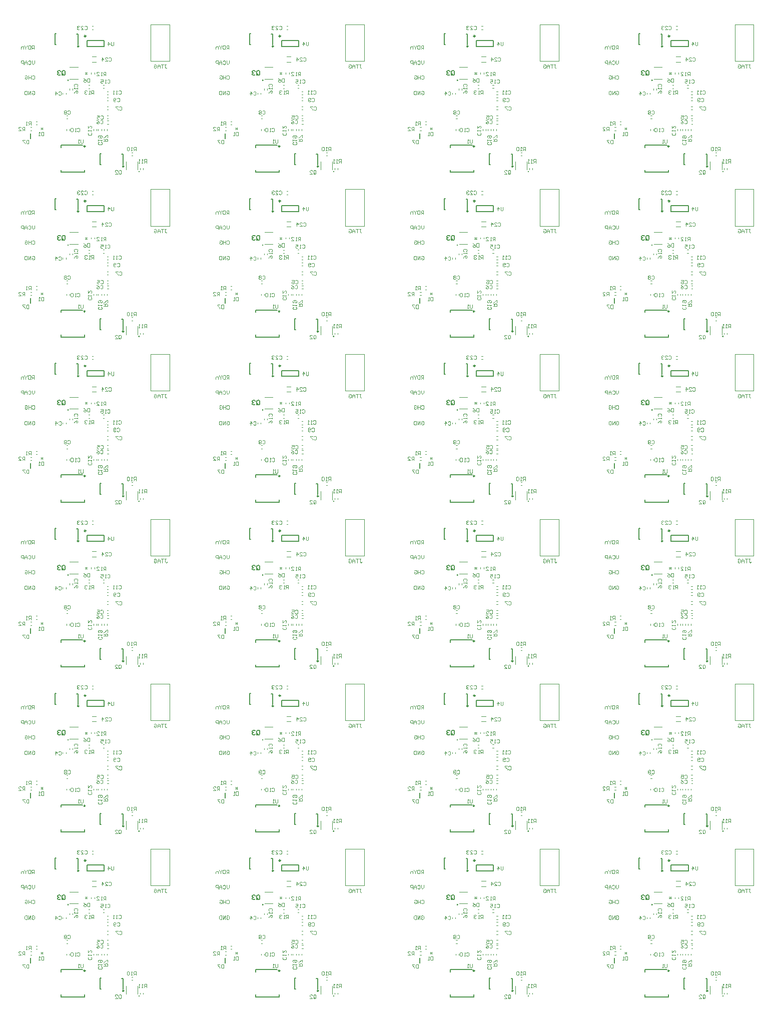
<source format=gbo>
G04 Layer_Color=32896*
%FSLAX25Y25*%
%MOIN*%
G70*
G01*
G75*
%ADD34C,0.01000*%
%ADD50C,0.00984*%
%ADD51C,0.00787*%
%ADD53C,0.00500*%
%ADD54C,0.00394*%
%ADD55C,0.00400*%
D34*
X131208Y98308D02*
G03*
X131208Y98308I-394J0D01*
G01*
X156922Y84917D02*
G03*
X156922Y84917I-406J0D01*
G01*
X126922Y164917D02*
G03*
X126922Y164917I-406J0D01*
G01*
X167084Y81503D02*
G03*
X167084Y81503I-20J0D01*
G01*
X119823Y142316D02*
G03*
X119823Y142316I-20J0D01*
G01*
X260893Y98308D02*
G03*
X260893Y98308I-394J0D01*
G01*
X286607Y84917D02*
G03*
X286607Y84917I-406J0D01*
G01*
X256607Y164917D02*
G03*
X256607Y164917I-406J0D01*
G01*
X296769Y81503D02*
G03*
X296769Y81503I-20J0D01*
G01*
X249508Y142316D02*
G03*
X249508Y142316I-20J0D01*
G01*
X390578Y98308D02*
G03*
X390578Y98308I-394J0D01*
G01*
X416292Y84917D02*
G03*
X416292Y84917I-406J0D01*
G01*
X386292Y164917D02*
G03*
X386292Y164917I-406J0D01*
G01*
X426454Y81503D02*
G03*
X426454Y81503I-20J0D01*
G01*
X379193Y142316D02*
G03*
X379193Y142316I-20J0D01*
G01*
X520263Y98308D02*
G03*
X520263Y98308I-394J0D01*
G01*
X545977Y84917D02*
G03*
X545977Y84917I-406J0D01*
G01*
X515977Y164917D02*
G03*
X515977Y164917I-406J0D01*
G01*
X556139Y81503D02*
G03*
X556139Y81503I-20J0D01*
G01*
X508878Y142316D02*
G03*
X508878Y142316I-20J0D01*
G01*
X131208Y208182D02*
G03*
X131208Y208182I-394J0D01*
G01*
X156922Y194791D02*
G03*
X156922Y194791I-406J0D01*
G01*
X126922Y274791D02*
G03*
X126922Y274791I-406J0D01*
G01*
X167084Y191377D02*
G03*
X167084Y191377I-20J0D01*
G01*
X119823Y252190D02*
G03*
X119823Y252190I-20J0D01*
G01*
X260893Y208182D02*
G03*
X260893Y208182I-394J0D01*
G01*
X286607Y194791D02*
G03*
X286607Y194791I-406J0D01*
G01*
X256607Y274791D02*
G03*
X256607Y274791I-406J0D01*
G01*
X296769Y191377D02*
G03*
X296769Y191377I-20J0D01*
G01*
X249508Y252190D02*
G03*
X249508Y252190I-20J0D01*
G01*
X390578Y208182D02*
G03*
X390578Y208182I-394J0D01*
G01*
X416292Y194791D02*
G03*
X416292Y194791I-406J0D01*
G01*
X386292Y274791D02*
G03*
X386292Y274791I-406J0D01*
G01*
X426454Y191377D02*
G03*
X426454Y191377I-20J0D01*
G01*
X379193Y252190D02*
G03*
X379193Y252190I-20J0D01*
G01*
X520263Y208182D02*
G03*
X520263Y208182I-394J0D01*
G01*
X545977Y194791D02*
G03*
X545977Y194791I-406J0D01*
G01*
X515977Y274791D02*
G03*
X515977Y274791I-406J0D01*
G01*
X556139Y191377D02*
G03*
X556139Y191377I-20J0D01*
G01*
X508878Y252190D02*
G03*
X508878Y252190I-20J0D01*
G01*
X131208Y318056D02*
G03*
X131208Y318056I-394J0D01*
G01*
X156922Y304665D02*
G03*
X156922Y304665I-406J0D01*
G01*
X126922Y384665D02*
G03*
X126922Y384665I-406J0D01*
G01*
X167084Y301251D02*
G03*
X167084Y301251I-20J0D01*
G01*
X119823Y362064D02*
G03*
X119823Y362064I-20J0D01*
G01*
X260893Y318056D02*
G03*
X260893Y318056I-394J0D01*
G01*
X286607Y304665D02*
G03*
X286607Y304665I-406J0D01*
G01*
X256607Y384665D02*
G03*
X256607Y384665I-406J0D01*
G01*
X296769Y301251D02*
G03*
X296769Y301251I-20J0D01*
G01*
X249508Y362064D02*
G03*
X249508Y362064I-20J0D01*
G01*
X390578Y318056D02*
G03*
X390578Y318056I-394J0D01*
G01*
X416292Y304665D02*
G03*
X416292Y304665I-406J0D01*
G01*
X386292Y384665D02*
G03*
X386292Y384665I-406J0D01*
G01*
X426454Y301251D02*
G03*
X426454Y301251I-20J0D01*
G01*
X379193Y362064D02*
G03*
X379193Y362064I-20J0D01*
G01*
X520263Y318056D02*
G03*
X520263Y318056I-394J0D01*
G01*
X545977Y304665D02*
G03*
X545977Y304665I-406J0D01*
G01*
X515977Y384665D02*
G03*
X515977Y384665I-406J0D01*
G01*
X556139Y301251D02*
G03*
X556139Y301251I-20J0D01*
G01*
X508878Y362064D02*
G03*
X508878Y362064I-20J0D01*
G01*
X131208Y427930D02*
G03*
X131208Y427930I-394J0D01*
G01*
X156922Y414539D02*
G03*
X156922Y414539I-406J0D01*
G01*
X126922Y494539D02*
G03*
X126922Y494539I-406J0D01*
G01*
X167084Y411125D02*
G03*
X167084Y411125I-20J0D01*
G01*
X119823Y471938D02*
G03*
X119823Y471938I-20J0D01*
G01*
X260893Y427930D02*
G03*
X260893Y427930I-394J0D01*
G01*
X286607Y414539D02*
G03*
X286607Y414539I-406J0D01*
G01*
X256607Y494539D02*
G03*
X256607Y494539I-406J0D01*
G01*
X296769Y411125D02*
G03*
X296769Y411125I-20J0D01*
G01*
X249508Y471938D02*
G03*
X249508Y471938I-20J0D01*
G01*
X390578Y427930D02*
G03*
X390578Y427930I-394J0D01*
G01*
X416292Y414539D02*
G03*
X416292Y414539I-406J0D01*
G01*
X386292Y494539D02*
G03*
X386292Y494539I-406J0D01*
G01*
X426454Y411125D02*
G03*
X426454Y411125I-20J0D01*
G01*
X379193Y471938D02*
G03*
X379193Y471938I-20J0D01*
G01*
X520263Y427930D02*
G03*
X520263Y427930I-394J0D01*
G01*
X545977Y414539D02*
G03*
X545977Y414539I-406J0D01*
G01*
X515977Y494539D02*
G03*
X515977Y494539I-406J0D01*
G01*
X556139Y411125D02*
G03*
X556139Y411125I-20J0D01*
G01*
X508878Y471938D02*
G03*
X508878Y471938I-20J0D01*
G01*
X131208Y537804D02*
G03*
X131208Y537804I-394J0D01*
G01*
X156922Y524413D02*
G03*
X156922Y524413I-406J0D01*
G01*
X126922Y604413D02*
G03*
X126922Y604413I-406J0D01*
G01*
X167084Y520999D02*
G03*
X167084Y520999I-20J0D01*
G01*
X119823Y581812D02*
G03*
X119823Y581812I-20J0D01*
G01*
X260893Y537804D02*
G03*
X260893Y537804I-394J0D01*
G01*
X286607Y524413D02*
G03*
X286607Y524413I-406J0D01*
G01*
X256607Y604413D02*
G03*
X256607Y604413I-406J0D01*
G01*
X296769Y520999D02*
G03*
X296769Y520999I-20J0D01*
G01*
X249508Y581812D02*
G03*
X249508Y581812I-20J0D01*
G01*
X390578Y537804D02*
G03*
X390578Y537804I-394J0D01*
G01*
X416292Y524413D02*
G03*
X416292Y524413I-406J0D01*
G01*
X386292Y604413D02*
G03*
X386292Y604413I-406J0D01*
G01*
X426454Y520999D02*
G03*
X426454Y520999I-20J0D01*
G01*
X379193Y581812D02*
G03*
X379193Y581812I-20J0D01*
G01*
X520263Y537804D02*
G03*
X520263Y537804I-394J0D01*
G01*
X545977Y524413D02*
G03*
X545977Y524413I-406J0D01*
G01*
X515977Y604413D02*
G03*
X515977Y604413I-406J0D01*
G01*
X556139Y520999D02*
G03*
X556139Y520999I-20J0D01*
G01*
X508878Y581812D02*
G03*
X508878Y581812I-20J0D01*
G01*
X131208Y647678D02*
G03*
X131208Y647678I-394J0D01*
G01*
X156922Y634287D02*
G03*
X156922Y634287I-406J0D01*
G01*
X126922Y714287D02*
G03*
X126922Y714287I-406J0D01*
G01*
X167084Y630873D02*
G03*
X167084Y630873I-20J0D01*
G01*
X119823Y691686D02*
G03*
X119823Y691686I-20J0D01*
G01*
X260893Y647678D02*
G03*
X260893Y647678I-394J0D01*
G01*
X286607Y634287D02*
G03*
X286607Y634287I-406J0D01*
G01*
X256607Y714287D02*
G03*
X256607Y714287I-406J0D01*
G01*
X296769Y630873D02*
G03*
X296769Y630873I-20J0D01*
G01*
X249508Y691686D02*
G03*
X249508Y691686I-20J0D01*
G01*
X390578Y647678D02*
G03*
X390578Y647678I-394J0D01*
G01*
X416292Y634287D02*
G03*
X416292Y634287I-406J0D01*
G01*
X386292Y714287D02*
G03*
X386292Y714287I-406J0D01*
G01*
X426454Y630873D02*
G03*
X426454Y630873I-20J0D01*
G01*
X379193Y691686D02*
G03*
X379193Y691686I-20J0D01*
G01*
X520263Y647678D02*
G03*
X520263Y647678I-394J0D01*
G01*
X545977Y634287D02*
G03*
X545977Y634287I-406J0D01*
G01*
X515977Y714287D02*
G03*
X515977Y714287I-406J0D01*
G01*
X556139Y630873D02*
G03*
X556139Y630873I-20J0D01*
G01*
X508878Y691686D02*
G03*
X508878Y691686I-20J0D01*
G01*
D50*
X131646Y171760D02*
G03*
X131646Y171760I-492J0D01*
G01*
X261331D02*
G03*
X261331Y171760I-492J0D01*
G01*
X391016D02*
G03*
X391016Y171760I-492J0D01*
G01*
X520701D02*
G03*
X520701Y171760I-492J0D01*
G01*
X131646Y281634D02*
G03*
X131646Y281634I-492J0D01*
G01*
X261331D02*
G03*
X261331Y281634I-492J0D01*
G01*
X391016D02*
G03*
X391016Y281634I-492J0D01*
G01*
X520701D02*
G03*
X520701Y281634I-492J0D01*
G01*
X131646Y391508D02*
G03*
X131646Y391508I-492J0D01*
G01*
X261331D02*
G03*
X261331Y391508I-492J0D01*
G01*
X391016D02*
G03*
X391016Y391508I-492J0D01*
G01*
X520701D02*
G03*
X520701Y391508I-492J0D01*
G01*
X131646Y501382D02*
G03*
X131646Y501382I-492J0D01*
G01*
X261331D02*
G03*
X261331Y501382I-492J0D01*
G01*
X391016D02*
G03*
X391016Y501382I-492J0D01*
G01*
X520701D02*
G03*
X520701Y501382I-492J0D01*
G01*
X131646Y611256D02*
G03*
X131646Y611256I-492J0D01*
G01*
X261331D02*
G03*
X261331Y611256I-492J0D01*
G01*
X391016D02*
G03*
X391016Y611256I-492J0D01*
G01*
X520701D02*
G03*
X520701Y611256I-492J0D01*
G01*
X131646Y721130D02*
G03*
X131646Y721130I-492J0D01*
G01*
X261331D02*
G03*
X261331Y721130I-492J0D01*
G01*
X391016D02*
G03*
X391016Y721130I-492J0D01*
G01*
X520701D02*
G03*
X520701Y721130I-492J0D01*
G01*
D51*
X132531Y164772D02*
X143949D01*
X132531Y168709D02*
X143949D01*
Y164772D02*
Y168709D01*
X132531Y164772D02*
Y168709D01*
X262216Y164772D02*
X273634D01*
X262216Y168709D02*
X273634D01*
Y164772D02*
Y168709D01*
X262216Y164772D02*
Y168709D01*
X391902Y164772D02*
X403319D01*
X391902Y168709D02*
X403319D01*
Y164772D02*
Y168709D01*
X391902Y164772D02*
Y168709D01*
X521587Y164772D02*
X533004D01*
X521587Y168709D02*
X533004D01*
Y164772D02*
Y168709D01*
X521587Y164772D02*
Y168709D01*
X132531Y274646D02*
X143949D01*
X132531Y278583D02*
X143949D01*
Y274646D02*
Y278583D01*
X132531Y274646D02*
Y278583D01*
X262216Y274646D02*
X273634D01*
X262216Y278583D02*
X273634D01*
Y274646D02*
Y278583D01*
X262216Y274646D02*
Y278583D01*
X391902Y274646D02*
X403319D01*
X391902Y278583D02*
X403319D01*
Y274646D02*
Y278583D01*
X391902Y274646D02*
Y278583D01*
X521587Y274646D02*
X533004D01*
X521587Y278583D02*
X533004D01*
Y274646D02*
Y278583D01*
X521587Y274646D02*
Y278583D01*
X132531Y384520D02*
X143949D01*
X132531Y388457D02*
X143949D01*
Y384520D02*
Y388457D01*
X132531Y384520D02*
Y388457D01*
X262216Y384520D02*
X273634D01*
X262216Y388457D02*
X273634D01*
Y384520D02*
Y388457D01*
X262216Y384520D02*
Y388457D01*
X391902Y384520D02*
X403319D01*
X391902Y388457D02*
X403319D01*
Y384520D02*
Y388457D01*
X391902Y384520D02*
Y388457D01*
X521587Y384520D02*
X533004D01*
X521587Y388457D02*
X533004D01*
Y384520D02*
Y388457D01*
X521587Y384520D02*
Y388457D01*
X132531Y494394D02*
X143949D01*
X132531Y498331D02*
X143949D01*
Y494394D02*
Y498331D01*
X132531Y494394D02*
Y498331D01*
X262216Y494394D02*
X273634D01*
X262216Y498331D02*
X273634D01*
Y494394D02*
Y498331D01*
X262216Y494394D02*
Y498331D01*
X391902Y494394D02*
X403319D01*
X391902Y498331D02*
X403319D01*
Y494394D02*
Y498331D01*
X391902Y494394D02*
Y498331D01*
X521587Y494394D02*
X533004D01*
X521587Y498331D02*
X533004D01*
Y494394D02*
Y498331D01*
X521587Y494394D02*
Y498331D01*
X132531Y604268D02*
X143949D01*
X132531Y608205D02*
X143949D01*
Y604268D02*
Y608205D01*
X132531Y604268D02*
Y608205D01*
X262216Y604268D02*
X273634D01*
X262216Y608205D02*
X273634D01*
Y604268D02*
Y608205D01*
X262216Y604268D02*
Y608205D01*
X391902Y604268D02*
X403319D01*
X391902Y608205D02*
X403319D01*
Y604268D02*
Y608205D01*
X391902Y604268D02*
Y608205D01*
X521587Y604268D02*
X533004D01*
X521587Y608205D02*
X533004D01*
Y604268D02*
Y608205D01*
X521587Y604268D02*
Y608205D01*
X132531Y714142D02*
X143949D01*
X132531Y718079D02*
X143949D01*
Y714142D02*
Y718079D01*
X132531Y714142D02*
Y718079D01*
X262216Y714142D02*
X273634D01*
X262216Y718079D02*
X273634D01*
Y714142D02*
Y718079D01*
X262216Y714142D02*
Y718079D01*
X391902Y714142D02*
X403319D01*
X391902Y718079D02*
X403319D01*
Y714142D02*
Y718079D01*
X391902Y714142D02*
Y718079D01*
X521587Y714142D02*
X533004D01*
X521587Y718079D02*
X533004D01*
Y714142D02*
Y718079D01*
X521587Y714142D02*
Y718079D01*
D53*
X115066Y80985D02*
Y82560D01*
Y80985D02*
X130814D01*
Y82560D01*
X115066Y97521D02*
Y99095D01*
X129633D01*
X155630Y93087D02*
X156516D01*
Y86098D02*
Y93087D01*
X141063Y86098D02*
X141850D01*
X141063D02*
Y93382D01*
X141850D01*
X125630Y173087D02*
X126516D01*
Y166098D02*
Y173087D01*
X111063Y166098D02*
X111850D01*
X111063D02*
Y173382D01*
X111850D01*
X94890Y103567D02*
Y106913D01*
X115841Y146240D02*
Y148239D01*
X116341Y148739D01*
X117340D01*
X117840Y148239D01*
Y146240D01*
X117340Y145740D01*
X116341D01*
X116841Y146740D02*
X115841Y145740D01*
X116341D02*
X115841Y146240D01*
X114841Y148239D02*
X114341Y148739D01*
X113342D01*
X112842Y148239D01*
Y147740D01*
X113342Y147240D01*
X113841D01*
X113342D01*
X112842Y146740D01*
Y146240D01*
X113342Y145740D01*
X114341D01*
X114841Y146240D01*
X244751Y80985D02*
Y82560D01*
Y80985D02*
X260499D01*
Y82560D01*
X244751Y97521D02*
Y99095D01*
X259318D01*
X285315Y93087D02*
X286201D01*
Y86098D02*
Y93087D01*
X270748Y86098D02*
X271535D01*
X270748D02*
Y93382D01*
X271535D01*
X255315Y173087D02*
X256201D01*
Y166098D02*
Y173087D01*
X240748Y166098D02*
X241535D01*
X240748D02*
Y173382D01*
X241535D01*
X224575Y103567D02*
Y106913D01*
X245526Y146240D02*
Y148239D01*
X246026Y148739D01*
X247025D01*
X247525Y148239D01*
Y146240D01*
X247025Y145740D01*
X246026D01*
X246526Y146740D02*
X245526Y145740D01*
X246026D02*
X245526Y146240D01*
X244526Y148239D02*
X244026Y148739D01*
X243027D01*
X242527Y148239D01*
Y147740D01*
X243027Y147240D01*
X243527D01*
X243027D01*
X242527Y146740D01*
Y146240D01*
X243027Y145740D01*
X244026D01*
X244526Y146240D01*
X374436Y80985D02*
Y82560D01*
Y80985D02*
X390184D01*
Y82560D01*
X374436Y97521D02*
Y99095D01*
X389003D01*
X415000Y93087D02*
X415886D01*
Y86098D02*
Y93087D01*
X400433Y86098D02*
X401221D01*
X400433D02*
Y93382D01*
X401221D01*
X385000Y173087D02*
X385886D01*
Y166098D02*
Y173087D01*
X370433Y166098D02*
X371220D01*
X370433D02*
Y173382D01*
X371220D01*
X354260Y103567D02*
Y106913D01*
X375211Y146240D02*
Y148239D01*
X375711Y148739D01*
X376710D01*
X377210Y148239D01*
Y146240D01*
X376710Y145740D01*
X375711D01*
X376211Y146740D02*
X375211Y145740D01*
X375711D02*
X375211Y146240D01*
X374211Y148239D02*
X373711Y148739D01*
X372712D01*
X372212Y148239D01*
Y147740D01*
X372712Y147240D01*
X373212D01*
X372712D01*
X372212Y146740D01*
Y146240D01*
X372712Y145740D01*
X373711D01*
X374211Y146240D01*
X504121Y80985D02*
Y82560D01*
Y80985D02*
X519869D01*
Y82560D01*
X504121Y97521D02*
Y99095D01*
X518688D01*
X544685Y93087D02*
X545571D01*
Y86098D02*
Y93087D01*
X530118Y86098D02*
X530905D01*
X530118D02*
Y93382D01*
X530905D01*
X514685Y173087D02*
X515571D01*
Y166098D02*
Y173087D01*
X500118Y166098D02*
X500906D01*
X500118D02*
Y173382D01*
X500906D01*
X483945Y103567D02*
Y106913D01*
X504896Y146240D02*
Y148239D01*
X505396Y148739D01*
X506395D01*
X506895Y148239D01*
Y146240D01*
X506395Y145740D01*
X505396D01*
X505896Y146740D02*
X504896Y145740D01*
X505396D02*
X504896Y146240D01*
X503896Y148239D02*
X503396Y148739D01*
X502397D01*
X501897Y148239D01*
Y147740D01*
X502397Y147240D01*
X502897D01*
X502397D01*
X501897Y146740D01*
Y146240D01*
X502397Y145740D01*
X503396D01*
X503896Y146240D01*
X115066Y190859D02*
Y192434D01*
Y190859D02*
X130814D01*
Y192434D01*
X115066Y207395D02*
Y208969D01*
X129633D01*
X155630Y202961D02*
X156516D01*
Y195973D02*
Y202961D01*
X141063Y195973D02*
X141850D01*
X141063D02*
Y203256D01*
X141850D01*
X125630Y282961D02*
X126516D01*
Y275972D02*
Y282961D01*
X111063Y275972D02*
X111850D01*
X111063D02*
Y283256D01*
X111850D01*
X94890Y213441D02*
Y216787D01*
X115841Y256114D02*
Y258113D01*
X116341Y258613D01*
X117340D01*
X117840Y258113D01*
Y256114D01*
X117340Y255614D01*
X116341D01*
X116841Y256614D02*
X115841Y255614D01*
X116341D02*
X115841Y256114D01*
X114841Y258113D02*
X114341Y258613D01*
X113342D01*
X112842Y258113D01*
Y257613D01*
X113342Y257114D01*
X113841D01*
X113342D01*
X112842Y256614D01*
Y256114D01*
X113342Y255614D01*
X114341D01*
X114841Y256114D01*
X244751Y190859D02*
Y192434D01*
Y190859D02*
X260499D01*
Y192434D01*
X244751Y207395D02*
Y208969D01*
X259318D01*
X285315Y202961D02*
X286201D01*
Y195973D02*
Y202961D01*
X270748Y195973D02*
X271535D01*
X270748D02*
Y203256D01*
X271535D01*
X255315Y282961D02*
X256201D01*
Y275972D02*
Y282961D01*
X240748Y275972D02*
X241535D01*
X240748D02*
Y283256D01*
X241535D01*
X224575Y213441D02*
Y216787D01*
X245526Y256114D02*
Y258113D01*
X246026Y258613D01*
X247025D01*
X247525Y258113D01*
Y256114D01*
X247025Y255614D01*
X246026D01*
X246526Y256614D02*
X245526Y255614D01*
X246026D02*
X245526Y256114D01*
X244526Y258113D02*
X244026Y258613D01*
X243027D01*
X242527Y258113D01*
Y257613D01*
X243027Y257114D01*
X243527D01*
X243027D01*
X242527Y256614D01*
Y256114D01*
X243027Y255614D01*
X244026D01*
X244526Y256114D01*
X374436Y190859D02*
Y192434D01*
Y190859D02*
X390184D01*
Y192434D01*
X374436Y207395D02*
Y208969D01*
X389003D01*
X415000Y202961D02*
X415886D01*
Y195973D02*
Y202961D01*
X400433Y195973D02*
X401221D01*
X400433D02*
Y203256D01*
X401221D01*
X385000Y282961D02*
X385886D01*
Y275972D02*
Y282961D01*
X370433Y275972D02*
X371220D01*
X370433D02*
Y283256D01*
X371220D01*
X354260Y213441D02*
Y216787D01*
X375211Y256114D02*
Y258113D01*
X375711Y258613D01*
X376710D01*
X377210Y258113D01*
Y256114D01*
X376710Y255614D01*
X375711D01*
X376211Y256614D02*
X375211Y255614D01*
X375711D02*
X375211Y256114D01*
X374211Y258113D02*
X373711Y258613D01*
X372712D01*
X372212Y258113D01*
Y257613D01*
X372712Y257114D01*
X373212D01*
X372712D01*
X372212Y256614D01*
Y256114D01*
X372712Y255614D01*
X373711D01*
X374211Y256114D01*
X504121Y190859D02*
Y192434D01*
Y190859D02*
X519869D01*
Y192434D01*
X504121Y207395D02*
Y208969D01*
X518688D01*
X544685Y202961D02*
X545571D01*
Y195973D02*
Y202961D01*
X530118Y195973D02*
X530905D01*
X530118D02*
Y203256D01*
X530905D01*
X514685Y282961D02*
X515571D01*
Y275972D02*
Y282961D01*
X500118Y275972D02*
X500906D01*
X500118D02*
Y283256D01*
X500906D01*
X483945Y213441D02*
Y216787D01*
X504896Y256114D02*
Y258113D01*
X505396Y258613D01*
X506395D01*
X506895Y258113D01*
Y256114D01*
X506395Y255614D01*
X505396D01*
X505896Y256614D02*
X504896Y255614D01*
X505396D02*
X504896Y256114D01*
X503896Y258113D02*
X503396Y258613D01*
X502397D01*
X501897Y258113D01*
Y257613D01*
X502397Y257114D01*
X502897D01*
X502397D01*
X501897Y256614D01*
Y256114D01*
X502397Y255614D01*
X503396D01*
X503896Y256114D01*
X115066Y300733D02*
Y302308D01*
Y300733D02*
X130814D01*
Y302308D01*
X115066Y317268D02*
Y318843D01*
X129633D01*
X155630Y312835D02*
X156516D01*
Y305847D02*
Y312835D01*
X141063Y305847D02*
X141850D01*
X141063D02*
Y313130D01*
X141850D01*
X125630Y392835D02*
X126516D01*
Y385846D02*
Y392835D01*
X111063Y385846D02*
X111850D01*
X111063D02*
Y393130D01*
X111850D01*
X94890Y323315D02*
Y326661D01*
X115841Y365988D02*
Y367987D01*
X116341Y368487D01*
X117340D01*
X117840Y367987D01*
Y365988D01*
X117340Y365488D01*
X116341D01*
X116841Y366488D02*
X115841Y365488D01*
X116341D02*
X115841Y365988D01*
X114841Y367987D02*
X114341Y368487D01*
X113342D01*
X112842Y367987D01*
Y367488D01*
X113342Y366988D01*
X113841D01*
X113342D01*
X112842Y366488D01*
Y365988D01*
X113342Y365488D01*
X114341D01*
X114841Y365988D01*
X244751Y300733D02*
Y302308D01*
Y300733D02*
X260499D01*
Y302308D01*
X244751Y317268D02*
Y318843D01*
X259318D01*
X285315Y312835D02*
X286201D01*
Y305847D02*
Y312835D01*
X270748Y305847D02*
X271535D01*
X270748D02*
Y313130D01*
X271535D01*
X255315Y392835D02*
X256201D01*
Y385846D02*
Y392835D01*
X240748Y385846D02*
X241535D01*
X240748D02*
Y393130D01*
X241535D01*
X224575Y323315D02*
Y326661D01*
X245526Y365988D02*
Y367987D01*
X246026Y368487D01*
X247025D01*
X247525Y367987D01*
Y365988D01*
X247025Y365488D01*
X246026D01*
X246526Y366488D02*
X245526Y365488D01*
X246026D02*
X245526Y365988D01*
X244526Y367987D02*
X244026Y368487D01*
X243027D01*
X242527Y367987D01*
Y367488D01*
X243027Y366988D01*
X243527D01*
X243027D01*
X242527Y366488D01*
Y365988D01*
X243027Y365488D01*
X244026D01*
X244526Y365988D01*
X374436Y300733D02*
Y302308D01*
Y300733D02*
X390184D01*
Y302308D01*
X374436Y317268D02*
Y318843D01*
X389003D01*
X415000Y312835D02*
X415886D01*
Y305847D02*
Y312835D01*
X400433Y305847D02*
X401221D01*
X400433D02*
Y313130D01*
X401221D01*
X385000Y392835D02*
X385886D01*
Y385846D02*
Y392835D01*
X370433Y385846D02*
X371220D01*
X370433D02*
Y393130D01*
X371220D01*
X354260Y323315D02*
Y326661D01*
X375211Y365988D02*
Y367987D01*
X375711Y368487D01*
X376710D01*
X377210Y367987D01*
Y365988D01*
X376710Y365488D01*
X375711D01*
X376211Y366488D02*
X375211Y365488D01*
X375711D02*
X375211Y365988D01*
X374211Y367987D02*
X373711Y368487D01*
X372712D01*
X372212Y367987D01*
Y367488D01*
X372712Y366988D01*
X373212D01*
X372712D01*
X372212Y366488D01*
Y365988D01*
X372712Y365488D01*
X373711D01*
X374211Y365988D01*
X504121Y300733D02*
Y302308D01*
Y300733D02*
X519869D01*
Y302308D01*
X504121Y317268D02*
Y318843D01*
X518688D01*
X544685Y312835D02*
X545571D01*
Y305847D02*
Y312835D01*
X530118Y305847D02*
X530905D01*
X530118D02*
Y313130D01*
X530905D01*
X514685Y392835D02*
X515571D01*
Y385846D02*
Y392835D01*
X500118Y385846D02*
X500906D01*
X500118D02*
Y393130D01*
X500906D01*
X483945Y323315D02*
Y326661D01*
X504896Y365988D02*
Y367987D01*
X505396Y368487D01*
X506395D01*
X506895Y367987D01*
Y365988D01*
X506395Y365488D01*
X505396D01*
X505896Y366488D02*
X504896Y365488D01*
X505396D02*
X504896Y365988D01*
X503896Y367987D02*
X503396Y368487D01*
X502397D01*
X501897Y367987D01*
Y367488D01*
X502397Y366988D01*
X502897D01*
X502397D01*
X501897Y366488D01*
Y365988D01*
X502397Y365488D01*
X503396D01*
X503896Y365988D01*
X115066Y410607D02*
Y412182D01*
Y410607D02*
X130814D01*
Y412182D01*
X115066Y427142D02*
Y428717D01*
X129633D01*
X155630Y422709D02*
X156516D01*
Y415721D02*
Y422709D01*
X141063Y415721D02*
X141850D01*
X141063D02*
Y423004D01*
X141850D01*
X125630Y502709D02*
X126516D01*
Y495720D02*
Y502709D01*
X111063Y495720D02*
X111850D01*
X111063D02*
Y503004D01*
X111850D01*
X94890Y433189D02*
Y436536D01*
X115841Y475862D02*
Y477861D01*
X116341Y478361D01*
X117340D01*
X117840Y477861D01*
Y475862D01*
X117340Y475362D01*
X116341D01*
X116841Y476362D02*
X115841Y475362D01*
X116341D02*
X115841Y475862D01*
X114841Y477861D02*
X114341Y478361D01*
X113342D01*
X112842Y477861D01*
Y477362D01*
X113342Y476862D01*
X113841D01*
X113342D01*
X112842Y476362D01*
Y475862D01*
X113342Y475362D01*
X114341D01*
X114841Y475862D01*
X244751Y410607D02*
Y412182D01*
Y410607D02*
X260499D01*
Y412182D01*
X244751Y427142D02*
Y428717D01*
X259318D01*
X285315Y422709D02*
X286201D01*
Y415721D02*
Y422709D01*
X270748Y415721D02*
X271535D01*
X270748D02*
Y423004D01*
X271535D01*
X255315Y502709D02*
X256201D01*
Y495720D02*
Y502709D01*
X240748Y495720D02*
X241535D01*
X240748D02*
Y503004D01*
X241535D01*
X224575Y433189D02*
Y436536D01*
X245526Y475862D02*
Y477861D01*
X246026Y478361D01*
X247025D01*
X247525Y477861D01*
Y475862D01*
X247025Y475362D01*
X246026D01*
X246526Y476362D02*
X245526Y475362D01*
X246026D02*
X245526Y475862D01*
X244526Y477861D02*
X244026Y478361D01*
X243027D01*
X242527Y477861D01*
Y477362D01*
X243027Y476862D01*
X243527D01*
X243027D01*
X242527Y476362D01*
Y475862D01*
X243027Y475362D01*
X244026D01*
X244526Y475862D01*
X374436Y410607D02*
Y412182D01*
Y410607D02*
X390184D01*
Y412182D01*
X374436Y427142D02*
Y428717D01*
X389003D01*
X415000Y422709D02*
X415886D01*
Y415721D02*
Y422709D01*
X400433Y415721D02*
X401221D01*
X400433D02*
Y423004D01*
X401221D01*
X385000Y502709D02*
X385886D01*
Y495720D02*
Y502709D01*
X370433Y495720D02*
X371220D01*
X370433D02*
Y503004D01*
X371220D01*
X354260Y433189D02*
Y436536D01*
X375211Y475862D02*
Y477861D01*
X375711Y478361D01*
X376710D01*
X377210Y477861D01*
Y475862D01*
X376710Y475362D01*
X375711D01*
X376211Y476362D02*
X375211Y475362D01*
X375711D02*
X375211Y475862D01*
X374211Y477861D02*
X373711Y478361D01*
X372712D01*
X372212Y477861D01*
Y477362D01*
X372712Y476862D01*
X373212D01*
X372712D01*
X372212Y476362D01*
Y475862D01*
X372712Y475362D01*
X373711D01*
X374211Y475862D01*
X504121Y410607D02*
Y412182D01*
Y410607D02*
X519869D01*
Y412182D01*
X504121Y427142D02*
Y428717D01*
X518688D01*
X544685Y422709D02*
X545571D01*
Y415721D02*
Y422709D01*
X530118Y415721D02*
X530905D01*
X530118D02*
Y423004D01*
X530905D01*
X514685Y502709D02*
X515571D01*
Y495720D02*
Y502709D01*
X500118Y495720D02*
X500906D01*
X500118D02*
Y503004D01*
X500906D01*
X483945Y433189D02*
Y436536D01*
X504896Y475862D02*
Y477861D01*
X505396Y478361D01*
X506395D01*
X506895Y477861D01*
Y475862D01*
X506395Y475362D01*
X505396D01*
X505896Y476362D02*
X504896Y475362D01*
X505396D02*
X504896Y475862D01*
X503896Y477861D02*
X503396Y478361D01*
X502397D01*
X501897Y477861D01*
Y477362D01*
X502397Y476862D01*
X502897D01*
X502397D01*
X501897Y476362D01*
Y475862D01*
X502397Y475362D01*
X503396D01*
X503896Y475862D01*
X115066Y520481D02*
Y522056D01*
Y520481D02*
X130814D01*
Y522056D01*
X115066Y537017D02*
Y538591D01*
X129633D01*
X155630Y532583D02*
X156516D01*
Y525595D02*
Y532583D01*
X141063Y525595D02*
X141850D01*
X141063D02*
Y532878D01*
X141850D01*
X125630Y612583D02*
X126516D01*
Y605594D02*
Y612583D01*
X111063Y605594D02*
X111850D01*
X111063D02*
Y612878D01*
X111850D01*
X94890Y543063D02*
Y546410D01*
X115841Y585736D02*
Y587735D01*
X116341Y588235D01*
X117340D01*
X117840Y587735D01*
Y585736D01*
X117340Y585236D01*
X116341D01*
X116841Y586236D02*
X115841Y585236D01*
X116341D02*
X115841Y585736D01*
X114841Y587735D02*
X114341Y588235D01*
X113342D01*
X112842Y587735D01*
Y587236D01*
X113342Y586736D01*
X113841D01*
X113342D01*
X112842Y586236D01*
Y585736D01*
X113342Y585236D01*
X114341D01*
X114841Y585736D01*
X244751Y520481D02*
Y522056D01*
Y520481D02*
X260499D01*
Y522056D01*
X244751Y537017D02*
Y538591D01*
X259318D01*
X285315Y532583D02*
X286201D01*
Y525595D02*
Y532583D01*
X270748Y525595D02*
X271535D01*
X270748D02*
Y532878D01*
X271535D01*
X255315Y612583D02*
X256201D01*
Y605594D02*
Y612583D01*
X240748Y605594D02*
X241535D01*
X240748D02*
Y612878D01*
X241535D01*
X224575Y543063D02*
Y546410D01*
X245526Y585736D02*
Y587735D01*
X246026Y588235D01*
X247025D01*
X247525Y587735D01*
Y585736D01*
X247025Y585236D01*
X246026D01*
X246526Y586236D02*
X245526Y585236D01*
X246026D02*
X245526Y585736D01*
X244526Y587735D02*
X244026Y588235D01*
X243027D01*
X242527Y587735D01*
Y587236D01*
X243027Y586736D01*
X243527D01*
X243027D01*
X242527Y586236D01*
Y585736D01*
X243027Y585236D01*
X244026D01*
X244526Y585736D01*
X374436Y520481D02*
Y522056D01*
Y520481D02*
X390184D01*
Y522056D01*
X374436Y537017D02*
Y538591D01*
X389003D01*
X415000Y532583D02*
X415886D01*
Y525595D02*
Y532583D01*
X400433Y525595D02*
X401221D01*
X400433D02*
Y532878D01*
X401221D01*
X385000Y612583D02*
X385886D01*
Y605594D02*
Y612583D01*
X370433Y605594D02*
X371220D01*
X370433D02*
Y612878D01*
X371220D01*
X354260Y543063D02*
Y546410D01*
X375211Y585736D02*
Y587735D01*
X375711Y588235D01*
X376710D01*
X377210Y587735D01*
Y585736D01*
X376710Y585236D01*
X375711D01*
X376211Y586236D02*
X375211Y585236D01*
X375711D02*
X375211Y585736D01*
X374211Y587735D02*
X373711Y588235D01*
X372712D01*
X372212Y587735D01*
Y587236D01*
X372712Y586736D01*
X373212D01*
X372712D01*
X372212Y586236D01*
Y585736D01*
X372712Y585236D01*
X373711D01*
X374211Y585736D01*
X504121Y520481D02*
Y522056D01*
Y520481D02*
X519869D01*
Y522056D01*
X504121Y537017D02*
Y538591D01*
X518688D01*
X544685Y532583D02*
X545571D01*
Y525595D02*
Y532583D01*
X530118Y525595D02*
X530905D01*
X530118D02*
Y532878D01*
X530905D01*
X514685Y612583D02*
X515571D01*
Y605594D02*
Y612583D01*
X500118Y605594D02*
X500906D01*
X500118D02*
Y612878D01*
X500906D01*
X483945Y543063D02*
Y546410D01*
X504896Y585736D02*
Y587735D01*
X505396Y588235D01*
X506395D01*
X506895Y587735D01*
Y585736D01*
X506395Y585236D01*
X505396D01*
X505896Y586236D02*
X504896Y585236D01*
X505396D02*
X504896Y585736D01*
X503896Y587735D02*
X503396Y588235D01*
X502397D01*
X501897Y587735D01*
Y587236D01*
X502397Y586736D01*
X502897D01*
X502397D01*
X501897Y586236D01*
Y585736D01*
X502397Y585236D01*
X503396D01*
X503896Y585736D01*
X115066Y630355D02*
Y631930D01*
Y630355D02*
X130814D01*
Y631930D01*
X115066Y646891D02*
Y648465D01*
X129633D01*
X155630Y642457D02*
X156516D01*
Y635468D02*
Y642457D01*
X141063Y635468D02*
X141850D01*
X141063D02*
Y642752D01*
X141850D01*
X125630Y722457D02*
X126516D01*
Y715469D02*
Y722457D01*
X111063Y715469D02*
X111850D01*
X111063D02*
Y722752D01*
X111850D01*
X94890Y652937D02*
Y656284D01*
X115841Y695610D02*
Y697610D01*
X116341Y698109D01*
X117340D01*
X117840Y697610D01*
Y695610D01*
X117340Y695110D01*
X116341D01*
X116841Y696110D02*
X115841Y695110D01*
X116341D02*
X115841Y695610D01*
X114841Y697610D02*
X114341Y698109D01*
X113342D01*
X112842Y697610D01*
Y697110D01*
X113342Y696610D01*
X113841D01*
X113342D01*
X112842Y696110D01*
Y695610D01*
X113342Y695110D01*
X114341D01*
X114841Y695610D01*
X244751Y630355D02*
Y631930D01*
Y630355D02*
X260499D01*
Y631930D01*
X244751Y646891D02*
Y648465D01*
X259318D01*
X285315Y642457D02*
X286201D01*
Y635468D02*
Y642457D01*
X270748Y635468D02*
X271535D01*
X270748D02*
Y642752D01*
X271535D01*
X255315Y722457D02*
X256201D01*
Y715469D02*
Y722457D01*
X240748Y715469D02*
X241535D01*
X240748D02*
Y722752D01*
X241535D01*
X224575Y652937D02*
Y656284D01*
X245526Y695610D02*
Y697610D01*
X246026Y698109D01*
X247025D01*
X247525Y697610D01*
Y695610D01*
X247025Y695110D01*
X246026D01*
X246526Y696110D02*
X245526Y695110D01*
X246026D02*
X245526Y695610D01*
X244526Y697610D02*
X244026Y698109D01*
X243027D01*
X242527Y697610D01*
Y697110D01*
X243027Y696610D01*
X243527D01*
X243027D01*
X242527Y696110D01*
Y695610D01*
X243027Y695110D01*
X244026D01*
X244526Y695610D01*
X374436Y630355D02*
Y631930D01*
Y630355D02*
X390184D01*
Y631930D01*
X374436Y646891D02*
Y648465D01*
X389003D01*
X415000Y642457D02*
X415886D01*
Y635468D02*
Y642457D01*
X400433Y635468D02*
X401221D01*
X400433D02*
Y642752D01*
X401221D01*
X385000Y722457D02*
X385886D01*
Y715469D02*
Y722457D01*
X370433Y715469D02*
X371220D01*
X370433D02*
Y722752D01*
X371220D01*
X354260Y652937D02*
Y656284D01*
X375211Y695610D02*
Y697610D01*
X375711Y698109D01*
X376710D01*
X377210Y697610D01*
Y695610D01*
X376710Y695110D01*
X375711D01*
X376211Y696110D02*
X375211Y695110D01*
X375711D02*
X375211Y695610D01*
X374211Y697610D02*
X373711Y698109D01*
X372712D01*
X372212Y697610D01*
Y697110D01*
X372712Y696610D01*
X373212D01*
X372712D01*
X372212Y696110D01*
Y695610D01*
X372712Y695110D01*
X373711D01*
X374211Y695610D01*
X504121Y630355D02*
Y631930D01*
Y630355D02*
X519869D01*
Y631930D01*
X504121Y646891D02*
Y648465D01*
X518688D01*
X544685Y642457D02*
X545571D01*
Y635468D02*
Y642457D01*
X530118Y635468D02*
X530905D01*
X530118D02*
Y642752D01*
X530905D01*
X514685Y722457D02*
X515571D01*
Y715469D02*
Y722457D01*
X500118Y715469D02*
X500906D01*
X500118D02*
Y722752D01*
X500906D01*
X483945Y652937D02*
Y656284D01*
X504896Y695610D02*
Y697610D01*
X505396Y698109D01*
X506395D01*
X506895Y697610D01*
Y695610D01*
X506395Y695110D01*
X505396D01*
X505896Y696110D02*
X504896Y695110D01*
X505396D02*
X504896Y695610D01*
X503896Y697610D02*
X503396Y698109D01*
X502397D01*
X501897Y697610D01*
Y697110D01*
X502397Y696610D01*
X502897D01*
X502397D01*
X501897Y696110D01*
Y695610D01*
X502397Y695110D01*
X503396D01*
X503896Y695610D01*
D54*
X101748Y109451D02*
Y110829D01*
X102043Y110140D02*
X102732Y110829D01*
X102043Y110140D02*
X102732Y109451D01*
Y110829D01*
X94846Y108858D02*
X95634D01*
X94846Y111023D02*
X95634D01*
X98347Y114923D02*
X99134D01*
X98347Y112758D02*
X99134D01*
X145823Y108846D02*
Y109634D01*
X143658Y108846D02*
Y109634D01*
X174941Y155135D02*
X187539D01*
Y179545D01*
X174941D02*
X187539D01*
X174941Y155135D02*
Y179545D01*
X135862Y158012D02*
X138618D01*
X135862Y154567D02*
X138618D01*
X135846Y176157D02*
X136634D01*
X135846Y178323D02*
X136634D01*
X142123Y108846D02*
Y109634D01*
X139957Y108846D02*
Y109634D01*
X120658Y135846D02*
Y136634D01*
X122823Y135846D02*
Y136634D01*
X143173Y139177D02*
X143961D01*
X143173Y137012D02*
X143961D01*
X138823Y108846D02*
Y109634D01*
X136658Y108846D02*
Y109634D01*
X145846Y134823D02*
X146634D01*
X145846Y132658D02*
X146634D01*
X120823Y108846D02*
Y109634D01*
X118658Y108846D02*
Y109634D01*
X145846Y130823D02*
X146634D01*
X145846Y128657D02*
X146634D01*
X118846Y116657D02*
X119634D01*
X118846Y118823D02*
X119634D01*
X145846Y124823D02*
X146634D01*
X145846Y122658D02*
X146634D01*
X145947Y115423D02*
X146734D01*
X145947Y113258D02*
X146734D01*
X145846Y118823D02*
X146634D01*
X145846Y116657D02*
X146634D01*
X116303Y133173D02*
Y133961D01*
X118468Y133173D02*
Y133961D01*
X131251Y146448D02*
X132629D01*
X131251D02*
X131940Y147137D01*
X132629Y146448D01*
X131251Y147432D02*
X132629D01*
X137323Y146546D02*
Y147334D01*
X135158Y146546D02*
Y147334D01*
X133447Y139123D02*
X134234D01*
X133447Y136958D02*
X134234D01*
X166277Y82684D02*
Y88196D01*
X158403Y82684D02*
Y88196D01*
X162047Y94223D02*
X162834D01*
X162047Y92058D02*
X162834D01*
X169823Y82846D02*
Y83634D01*
X167657Y82846D02*
Y83634D01*
X120984Y150977D02*
X126496D01*
X120984Y143103D02*
X126496D01*
X231433Y109451D02*
Y110829D01*
X231728Y110140D02*
X232417Y110829D01*
X231728Y110140D02*
X232417Y109451D01*
Y110829D01*
X224532Y108858D02*
X225319D01*
X224532Y111023D02*
X225319D01*
X228031Y114923D02*
X228819D01*
X228031Y112758D02*
X228819D01*
X275508Y108846D02*
Y109634D01*
X273342Y108846D02*
Y109634D01*
X304626Y155135D02*
X317224D01*
Y179545D01*
X304626D02*
X317224D01*
X304626Y155135D02*
Y179545D01*
X265547Y158012D02*
X268303D01*
X265547Y154567D02*
X268303D01*
X265531Y176157D02*
X266319D01*
X265531Y178323D02*
X266319D01*
X271808Y108846D02*
Y109634D01*
X269642Y108846D02*
Y109634D01*
X250342Y135846D02*
Y136634D01*
X252508Y135846D02*
Y136634D01*
X272858Y139177D02*
X273646D01*
X272858Y137012D02*
X273646D01*
X268508Y108846D02*
Y109634D01*
X266342Y108846D02*
Y109634D01*
X275532Y134823D02*
X276319D01*
X275532Y132658D02*
X276319D01*
X250508Y108846D02*
Y109634D01*
X248342Y108846D02*
Y109634D01*
X275532Y130823D02*
X276319D01*
X275532Y128657D02*
X276319D01*
X248532Y116657D02*
X249319D01*
X248532Y118823D02*
X249319D01*
X275532Y124823D02*
X276319D01*
X275532Y122658D02*
X276319D01*
X275631Y115423D02*
X276419D01*
X275631Y113258D02*
X276419D01*
X275532Y118823D02*
X276319D01*
X275532Y116657D02*
X276319D01*
X245988Y133173D02*
Y133961D01*
X248153Y133173D02*
Y133961D01*
X260936Y146448D02*
X262314D01*
X260936D02*
X261625Y147137D01*
X262314Y146448D01*
X260936Y147432D02*
X262314D01*
X267008Y146546D02*
Y147334D01*
X264843Y146546D02*
Y147334D01*
X263131Y139123D02*
X263919D01*
X263131Y136958D02*
X263919D01*
X295962Y82684D02*
Y88196D01*
X288088Y82684D02*
Y88196D01*
X291732Y94223D02*
X292519D01*
X291732Y92058D02*
X292519D01*
X299508Y82846D02*
Y83634D01*
X297342Y82846D02*
Y83634D01*
X250669Y150977D02*
X256181D01*
X250669Y143103D02*
X256181D01*
X361118Y109451D02*
Y110829D01*
X361413Y110140D02*
X362102Y110829D01*
X361413Y110140D02*
X362102Y109451D01*
Y110829D01*
X354217Y108858D02*
X355004D01*
X354217Y111023D02*
X355004D01*
X357716Y114923D02*
X358504D01*
X357716Y112758D02*
X358504D01*
X405193Y108846D02*
Y109634D01*
X403028Y108846D02*
Y109634D01*
X434311Y155135D02*
X446910D01*
Y179545D01*
X434311D02*
X446910D01*
X434311Y155135D02*
Y179545D01*
X395232Y158012D02*
X397988D01*
X395232Y154567D02*
X397988D01*
X395216Y176157D02*
X396004D01*
X395216Y178323D02*
X396004D01*
X401493Y108846D02*
Y109634D01*
X399328Y108846D02*
Y109634D01*
X380028Y135846D02*
Y136634D01*
X382193Y135846D02*
Y136634D01*
X402543Y139177D02*
X403331D01*
X402543Y137012D02*
X403331D01*
X398193Y108846D02*
Y109634D01*
X396028Y108846D02*
Y109634D01*
X405217Y134823D02*
X406004D01*
X405217Y132658D02*
X406004D01*
X380193Y108846D02*
Y109634D01*
X378028Y108846D02*
Y109634D01*
X405217Y130823D02*
X406004D01*
X405217Y128657D02*
X406004D01*
X378217Y116657D02*
X379004D01*
X378217Y118823D02*
X379004D01*
X405217Y124823D02*
X406004D01*
X405217Y122658D02*
X406004D01*
X405316Y115423D02*
X406104D01*
X405316Y113258D02*
X406104D01*
X405217Y118823D02*
X406004D01*
X405217Y116657D02*
X406004D01*
X375673Y133173D02*
Y133961D01*
X377839Y133173D02*
Y133961D01*
X390621Y146448D02*
X391999D01*
X390621D02*
X391310Y147137D01*
X391999Y146448D01*
X390621Y147432D02*
X391999D01*
X396693Y146546D02*
Y147334D01*
X394528Y146546D02*
Y147334D01*
X392816Y139123D02*
X393604D01*
X392816Y136958D02*
X393604D01*
X425647Y82684D02*
Y88196D01*
X417773Y82684D02*
Y88196D01*
X421417Y94223D02*
X422204D01*
X421417Y92058D02*
X422204D01*
X429193Y82846D02*
Y83634D01*
X427028Y82846D02*
Y83634D01*
X380354Y150977D02*
X385866D01*
X380354Y143103D02*
X385866D01*
X490803Y109451D02*
Y110829D01*
X491098Y110140D02*
X491787Y110829D01*
X491098Y110140D02*
X491787Y109451D01*
Y110829D01*
X483902Y108858D02*
X484689D01*
X483902Y111023D02*
X484689D01*
X487402Y114923D02*
X488189D01*
X487402Y112758D02*
X488189D01*
X534878Y108846D02*
Y109634D01*
X532713Y108846D02*
Y109634D01*
X563996Y155135D02*
X576594D01*
Y179545D01*
X563996D02*
X576594D01*
X563996Y155135D02*
Y179545D01*
X524917Y158012D02*
X527673D01*
X524917Y154567D02*
X527673D01*
X524902Y176157D02*
X525689D01*
X524902Y178323D02*
X525689D01*
X531178Y108846D02*
Y109634D01*
X529013Y108846D02*
Y109634D01*
X509713Y135846D02*
Y136634D01*
X511878Y135846D02*
Y136634D01*
X532228Y139177D02*
X533016D01*
X532228Y137012D02*
X533016D01*
X527878Y108846D02*
Y109634D01*
X525713Y108846D02*
Y109634D01*
X534902Y134823D02*
X535689D01*
X534902Y132658D02*
X535689D01*
X509878Y108846D02*
Y109634D01*
X507713Y108846D02*
Y109634D01*
X534902Y130823D02*
X535689D01*
X534902Y128657D02*
X535689D01*
X507902Y116657D02*
X508689D01*
X507902Y118823D02*
X508689D01*
X534902Y124823D02*
X535689D01*
X534902Y122658D02*
X535689D01*
X535002Y115423D02*
X535789D01*
X535002Y113258D02*
X535789D01*
X534902Y118823D02*
X535689D01*
X534902Y116657D02*
X535689D01*
X505358Y133173D02*
Y133961D01*
X507524Y133173D02*
Y133961D01*
X520306Y146448D02*
X521684D01*
X520306D02*
X520995Y147137D01*
X521684Y146448D01*
X520306Y147432D02*
X521684D01*
X526378Y146546D02*
Y147334D01*
X524213Y146546D02*
Y147334D01*
X522502Y139123D02*
X523289D01*
X522502Y136958D02*
X523289D01*
X555332Y82684D02*
Y88196D01*
X547458Y82684D02*
Y88196D01*
X551102Y94223D02*
X551889D01*
X551102Y92058D02*
X551889D01*
X558878Y82846D02*
Y83634D01*
X556713Y82846D02*
Y83634D01*
X510039Y150977D02*
X515551D01*
X510039Y143103D02*
X515551D01*
X101748Y219325D02*
Y220703D01*
X102043Y220014D02*
X102732Y220703D01*
X102043Y220014D02*
X102732Y219325D01*
Y220703D01*
X94846Y218731D02*
X95634D01*
X94846Y220897D02*
X95634D01*
X98347Y224797D02*
X99134D01*
X98347Y222632D02*
X99134D01*
X145823Y218721D02*
Y219508D01*
X143658Y218721D02*
Y219508D01*
X174941Y265009D02*
X187539D01*
Y289419D01*
X174941D02*
X187539D01*
X174941Y265009D02*
Y289419D01*
X135862Y267886D02*
X138618D01*
X135862Y264441D02*
X138618D01*
X135846Y286032D02*
X136634D01*
X135846Y288197D02*
X136634D01*
X142123Y218721D02*
Y219508D01*
X139957Y218721D02*
Y219508D01*
X120658Y245721D02*
Y246508D01*
X122823Y245721D02*
Y246508D01*
X143173Y249051D02*
X143961D01*
X143173Y246886D02*
X143961D01*
X138823Y218721D02*
Y219508D01*
X136658Y218721D02*
Y219508D01*
X145846Y244697D02*
X146634D01*
X145846Y242531D02*
X146634D01*
X120823Y218721D02*
Y219508D01*
X118658Y218721D02*
Y219508D01*
X145846Y240697D02*
X146634D01*
X145846Y238531D02*
X146634D01*
X118846Y226532D02*
X119634D01*
X118846Y228697D02*
X119634D01*
X145846Y234697D02*
X146634D01*
X145846Y232531D02*
X146634D01*
X145947Y225297D02*
X146734D01*
X145947Y223131D02*
X146734D01*
X145846Y228697D02*
X146634D01*
X145846Y226532D02*
X146634D01*
X116303Y243047D02*
Y243835D01*
X118468Y243047D02*
Y243835D01*
X131251Y256322D02*
X132629D01*
X131251D02*
X131940Y257011D01*
X132629Y256322D01*
X131251Y257306D02*
X132629D01*
X137323Y256420D02*
Y257208D01*
X135158Y256420D02*
Y257208D01*
X133447Y248997D02*
X134234D01*
X133447Y246831D02*
X134234D01*
X166277Y192558D02*
Y198070D01*
X158403Y192558D02*
Y198070D01*
X162047Y204097D02*
X162834D01*
X162047Y201932D02*
X162834D01*
X169823Y192720D02*
Y193508D01*
X167657Y192720D02*
Y193508D01*
X120984Y260851D02*
X126496D01*
X120984Y252977D02*
X126496D01*
X231433Y219325D02*
Y220703D01*
X231728Y220014D02*
X232417Y220703D01*
X231728Y220014D02*
X232417Y219325D01*
Y220703D01*
X224532Y218731D02*
X225319D01*
X224532Y220897D02*
X225319D01*
X228031Y224797D02*
X228819D01*
X228031Y222632D02*
X228819D01*
X275508Y218721D02*
Y219508D01*
X273342Y218721D02*
Y219508D01*
X304626Y265009D02*
X317224D01*
Y289419D01*
X304626D02*
X317224D01*
X304626Y265009D02*
Y289419D01*
X265547Y267886D02*
X268303D01*
X265547Y264441D02*
X268303D01*
X265531Y286032D02*
X266319D01*
X265531Y288197D02*
X266319D01*
X271808Y218721D02*
Y219508D01*
X269642Y218721D02*
Y219508D01*
X250342Y245721D02*
Y246508D01*
X252508Y245721D02*
Y246508D01*
X272858Y249051D02*
X273646D01*
X272858Y246886D02*
X273646D01*
X268508Y218721D02*
Y219508D01*
X266342Y218721D02*
Y219508D01*
X275532Y244697D02*
X276319D01*
X275532Y242531D02*
X276319D01*
X250508Y218721D02*
Y219508D01*
X248342Y218721D02*
Y219508D01*
X275532Y240697D02*
X276319D01*
X275532Y238531D02*
X276319D01*
X248532Y226532D02*
X249319D01*
X248532Y228697D02*
X249319D01*
X275532Y234697D02*
X276319D01*
X275532Y232531D02*
X276319D01*
X275631Y225297D02*
X276419D01*
X275631Y223131D02*
X276419D01*
X275532Y228697D02*
X276319D01*
X275532Y226532D02*
X276319D01*
X245988Y243047D02*
Y243835D01*
X248153Y243047D02*
Y243835D01*
X260936Y256322D02*
X262314D01*
X260936D02*
X261625Y257011D01*
X262314Y256322D01*
X260936Y257306D02*
X262314D01*
X267008Y256420D02*
Y257208D01*
X264843Y256420D02*
Y257208D01*
X263131Y248997D02*
X263919D01*
X263131Y246831D02*
X263919D01*
X295962Y192558D02*
Y198070D01*
X288088Y192558D02*
Y198070D01*
X291732Y204097D02*
X292519D01*
X291732Y201932D02*
X292519D01*
X299508Y192720D02*
Y193508D01*
X297342Y192720D02*
Y193508D01*
X250669Y260851D02*
X256181D01*
X250669Y252977D02*
X256181D01*
X361118Y219325D02*
Y220703D01*
X361413Y220014D02*
X362102Y220703D01*
X361413Y220014D02*
X362102Y219325D01*
Y220703D01*
X354217Y218731D02*
X355004D01*
X354217Y220897D02*
X355004D01*
X357716Y224797D02*
X358504D01*
X357716Y222632D02*
X358504D01*
X405193Y218721D02*
Y219508D01*
X403028Y218721D02*
Y219508D01*
X434311Y265009D02*
X446910D01*
Y289419D01*
X434311D02*
X446910D01*
X434311Y265009D02*
Y289419D01*
X395232Y267886D02*
X397988D01*
X395232Y264441D02*
X397988D01*
X395216Y286032D02*
X396004D01*
X395216Y288197D02*
X396004D01*
X401493Y218721D02*
Y219508D01*
X399328Y218721D02*
Y219508D01*
X380028Y245721D02*
Y246508D01*
X382193Y245721D02*
Y246508D01*
X402543Y249051D02*
X403331D01*
X402543Y246886D02*
X403331D01*
X398193Y218721D02*
Y219508D01*
X396028Y218721D02*
Y219508D01*
X405217Y244697D02*
X406004D01*
X405217Y242531D02*
X406004D01*
X380193Y218721D02*
Y219508D01*
X378028Y218721D02*
Y219508D01*
X405217Y240697D02*
X406004D01*
X405217Y238531D02*
X406004D01*
X378217Y226532D02*
X379004D01*
X378217Y228697D02*
X379004D01*
X405217Y234697D02*
X406004D01*
X405217Y232531D02*
X406004D01*
X405316Y225297D02*
X406104D01*
X405316Y223131D02*
X406104D01*
X405217Y228697D02*
X406004D01*
X405217Y226532D02*
X406004D01*
X375673Y243047D02*
Y243835D01*
X377839Y243047D02*
Y243835D01*
X390621Y256322D02*
X391999D01*
X390621D02*
X391310Y257011D01*
X391999Y256322D01*
X390621Y257306D02*
X391999D01*
X396693Y256420D02*
Y257208D01*
X394528Y256420D02*
Y257208D01*
X392816Y248997D02*
X393604D01*
X392816Y246831D02*
X393604D01*
X425647Y192558D02*
Y198070D01*
X417773Y192558D02*
Y198070D01*
X421417Y204097D02*
X422204D01*
X421417Y201932D02*
X422204D01*
X429193Y192720D02*
Y193508D01*
X427028Y192720D02*
Y193508D01*
X380354Y260851D02*
X385866D01*
X380354Y252977D02*
X385866D01*
X490803Y219325D02*
Y220703D01*
X491098Y220014D02*
X491787Y220703D01*
X491098Y220014D02*
X491787Y219325D01*
Y220703D01*
X483902Y218731D02*
X484689D01*
X483902Y220897D02*
X484689D01*
X487402Y224797D02*
X488189D01*
X487402Y222632D02*
X488189D01*
X534878Y218721D02*
Y219508D01*
X532713Y218721D02*
Y219508D01*
X563996Y265009D02*
X576594D01*
Y289419D01*
X563996D02*
X576594D01*
X563996Y265009D02*
Y289419D01*
X524917Y267886D02*
X527673D01*
X524917Y264441D02*
X527673D01*
X524902Y286032D02*
X525689D01*
X524902Y288197D02*
X525689D01*
X531178Y218721D02*
Y219508D01*
X529013Y218721D02*
Y219508D01*
X509713Y245721D02*
Y246508D01*
X511878Y245721D02*
Y246508D01*
X532228Y249051D02*
X533016D01*
X532228Y246886D02*
X533016D01*
X527878Y218721D02*
Y219508D01*
X525713Y218721D02*
Y219508D01*
X534902Y244697D02*
X535689D01*
X534902Y242531D02*
X535689D01*
X509878Y218721D02*
Y219508D01*
X507713Y218721D02*
Y219508D01*
X534902Y240697D02*
X535689D01*
X534902Y238531D02*
X535689D01*
X507902Y226532D02*
X508689D01*
X507902Y228697D02*
X508689D01*
X534902Y234697D02*
X535689D01*
X534902Y232531D02*
X535689D01*
X535002Y225297D02*
X535789D01*
X535002Y223131D02*
X535789D01*
X534902Y228697D02*
X535689D01*
X534902Y226532D02*
X535689D01*
X505358Y243047D02*
Y243835D01*
X507524Y243047D02*
Y243835D01*
X520306Y256322D02*
X521684D01*
X520306D02*
X520995Y257011D01*
X521684Y256322D01*
X520306Y257306D02*
X521684D01*
X526378Y256420D02*
Y257208D01*
X524213Y256420D02*
Y257208D01*
X522502Y248997D02*
X523289D01*
X522502Y246831D02*
X523289D01*
X555332Y192558D02*
Y198070D01*
X547458Y192558D02*
Y198070D01*
X551102Y204097D02*
X551889D01*
X551102Y201932D02*
X551889D01*
X558878Y192720D02*
Y193508D01*
X556713Y192720D02*
Y193508D01*
X510039Y260851D02*
X515551D01*
X510039Y252977D02*
X515551D01*
X101748Y329199D02*
Y330577D01*
X102043Y329888D02*
X102732Y330577D01*
X102043Y329888D02*
X102732Y329199D01*
Y330577D01*
X94846Y328606D02*
X95634D01*
X94846Y330771D02*
X95634D01*
X98347Y334671D02*
X99134D01*
X98347Y332505D02*
X99134D01*
X145823Y328594D02*
Y329382D01*
X143658Y328594D02*
Y329382D01*
X174941Y374884D02*
X187539D01*
Y399293D01*
X174941D02*
X187539D01*
X174941Y374884D02*
Y399293D01*
X135862Y377760D02*
X138618D01*
X135862Y374315D02*
X138618D01*
X135846Y395905D02*
X136634D01*
X135846Y398071D02*
X136634D01*
X142123Y328594D02*
Y329382D01*
X139957Y328594D02*
Y329382D01*
X120658Y355594D02*
Y356382D01*
X122823Y355594D02*
Y356382D01*
X143173Y358925D02*
X143961D01*
X143173Y356760D02*
X143961D01*
X138823Y328594D02*
Y329382D01*
X136658Y328594D02*
Y329382D01*
X145846Y354571D02*
X146634D01*
X145846Y352406D02*
X146634D01*
X120823Y328594D02*
Y329382D01*
X118658Y328594D02*
Y329382D01*
X145846Y350571D02*
X146634D01*
X145846Y348406D02*
X146634D01*
X118846Y336405D02*
X119634D01*
X118846Y338571D02*
X119634D01*
X145846Y344571D02*
X146634D01*
X145846Y342406D02*
X146634D01*
X145947Y335171D02*
X146734D01*
X145947Y333005D02*
X146734D01*
X145846Y338571D02*
X146634D01*
X145846Y336405D02*
X146634D01*
X116303Y352921D02*
Y353709D01*
X118468Y352921D02*
Y353709D01*
X131251Y366196D02*
X132629D01*
X131251D02*
X131940Y366885D01*
X132629Y366196D01*
X131251Y367180D02*
X132629D01*
X137323Y366295D02*
Y367082D01*
X135158Y366295D02*
Y367082D01*
X133447Y358871D02*
X134234D01*
X133447Y356705D02*
X134234D01*
X166277Y302432D02*
Y307944D01*
X158403Y302432D02*
Y307944D01*
X162047Y313971D02*
X162834D01*
X162047Y311806D02*
X162834D01*
X169823Y302594D02*
Y303382D01*
X167657Y302594D02*
Y303382D01*
X120984Y370725D02*
X126496D01*
X120984Y362851D02*
X126496D01*
X231433Y329199D02*
Y330577D01*
X231728Y329888D02*
X232417Y330577D01*
X231728Y329888D02*
X232417Y329199D01*
Y330577D01*
X224532Y328606D02*
X225319D01*
X224532Y330771D02*
X225319D01*
X228031Y334671D02*
X228819D01*
X228031Y332505D02*
X228819D01*
X275508Y328594D02*
Y329382D01*
X273342Y328594D02*
Y329382D01*
X304626Y374884D02*
X317224D01*
Y399293D01*
X304626D02*
X317224D01*
X304626Y374884D02*
Y399293D01*
X265547Y377760D02*
X268303D01*
X265547Y374315D02*
X268303D01*
X265531Y395905D02*
X266319D01*
X265531Y398071D02*
X266319D01*
X271808Y328594D02*
Y329382D01*
X269642Y328594D02*
Y329382D01*
X250342Y355594D02*
Y356382D01*
X252508Y355594D02*
Y356382D01*
X272858Y358925D02*
X273646D01*
X272858Y356760D02*
X273646D01*
X268508Y328594D02*
Y329382D01*
X266342Y328594D02*
Y329382D01*
X275532Y354571D02*
X276319D01*
X275532Y352406D02*
X276319D01*
X250508Y328594D02*
Y329382D01*
X248342Y328594D02*
Y329382D01*
X275532Y350571D02*
X276319D01*
X275532Y348406D02*
X276319D01*
X248532Y336405D02*
X249319D01*
X248532Y338571D02*
X249319D01*
X275532Y344571D02*
X276319D01*
X275532Y342406D02*
X276319D01*
X275631Y335171D02*
X276419D01*
X275631Y333005D02*
X276419D01*
X275532Y338571D02*
X276319D01*
X275532Y336405D02*
X276319D01*
X245988Y352921D02*
Y353709D01*
X248153Y352921D02*
Y353709D01*
X260936Y366196D02*
X262314D01*
X260936D02*
X261625Y366885D01*
X262314Y366196D01*
X260936Y367180D02*
X262314D01*
X267008Y366295D02*
Y367082D01*
X264843Y366295D02*
Y367082D01*
X263131Y358871D02*
X263919D01*
X263131Y356705D02*
X263919D01*
X295962Y302432D02*
Y307944D01*
X288088Y302432D02*
Y307944D01*
X291732Y313971D02*
X292519D01*
X291732Y311806D02*
X292519D01*
X299508Y302594D02*
Y303382D01*
X297342Y302594D02*
Y303382D01*
X250669Y370725D02*
X256181D01*
X250669Y362851D02*
X256181D01*
X361118Y329199D02*
Y330577D01*
X361413Y329888D02*
X362102Y330577D01*
X361413Y329888D02*
X362102Y329199D01*
Y330577D01*
X354217Y328606D02*
X355004D01*
X354217Y330771D02*
X355004D01*
X357716Y334671D02*
X358504D01*
X357716Y332505D02*
X358504D01*
X405193Y328594D02*
Y329382D01*
X403028Y328594D02*
Y329382D01*
X434311Y374884D02*
X446910D01*
Y399293D01*
X434311D02*
X446910D01*
X434311Y374884D02*
Y399293D01*
X395232Y377760D02*
X397988D01*
X395232Y374315D02*
X397988D01*
X395216Y395905D02*
X396004D01*
X395216Y398071D02*
X396004D01*
X401493Y328594D02*
Y329382D01*
X399328Y328594D02*
Y329382D01*
X380028Y355594D02*
Y356382D01*
X382193Y355594D02*
Y356382D01*
X402543Y358925D02*
X403331D01*
X402543Y356760D02*
X403331D01*
X398193Y328594D02*
Y329382D01*
X396028Y328594D02*
Y329382D01*
X405217Y354571D02*
X406004D01*
X405217Y352406D02*
X406004D01*
X380193Y328594D02*
Y329382D01*
X378028Y328594D02*
Y329382D01*
X405217Y350571D02*
X406004D01*
X405217Y348406D02*
X406004D01*
X378217Y336405D02*
X379004D01*
X378217Y338571D02*
X379004D01*
X405217Y344571D02*
X406004D01*
X405217Y342406D02*
X406004D01*
X405316Y335171D02*
X406104D01*
X405316Y333005D02*
X406104D01*
X405217Y338571D02*
X406004D01*
X405217Y336405D02*
X406004D01*
X375673Y352921D02*
Y353709D01*
X377839Y352921D02*
Y353709D01*
X390621Y366196D02*
X391999D01*
X390621D02*
X391310Y366885D01*
X391999Y366196D01*
X390621Y367180D02*
X391999D01*
X396693Y366295D02*
Y367082D01*
X394528Y366295D02*
Y367082D01*
X392816Y358871D02*
X393604D01*
X392816Y356705D02*
X393604D01*
X425647Y302432D02*
Y307944D01*
X417773Y302432D02*
Y307944D01*
X421417Y313971D02*
X422204D01*
X421417Y311806D02*
X422204D01*
X429193Y302594D02*
Y303382D01*
X427028Y302594D02*
Y303382D01*
X380354Y370725D02*
X385866D01*
X380354Y362851D02*
X385866D01*
X490803Y329199D02*
Y330577D01*
X491098Y329888D02*
X491787Y330577D01*
X491098Y329888D02*
X491787Y329199D01*
Y330577D01*
X483902Y328606D02*
X484689D01*
X483902Y330771D02*
X484689D01*
X487402Y334671D02*
X488189D01*
X487402Y332505D02*
X488189D01*
X534878Y328594D02*
Y329382D01*
X532713Y328594D02*
Y329382D01*
X563996Y374884D02*
X576594D01*
Y399293D01*
X563996D02*
X576594D01*
X563996Y374884D02*
Y399293D01*
X524917Y377760D02*
X527673D01*
X524917Y374315D02*
X527673D01*
X524902Y395905D02*
X525689D01*
X524902Y398071D02*
X525689D01*
X531178Y328594D02*
Y329382D01*
X529013Y328594D02*
Y329382D01*
X509713Y355594D02*
Y356382D01*
X511878Y355594D02*
Y356382D01*
X532228Y358925D02*
X533016D01*
X532228Y356760D02*
X533016D01*
X527878Y328594D02*
Y329382D01*
X525713Y328594D02*
Y329382D01*
X534902Y354571D02*
X535689D01*
X534902Y352406D02*
X535689D01*
X509878Y328594D02*
Y329382D01*
X507713Y328594D02*
Y329382D01*
X534902Y350571D02*
X535689D01*
X534902Y348406D02*
X535689D01*
X507902Y336405D02*
X508689D01*
X507902Y338571D02*
X508689D01*
X534902Y344571D02*
X535689D01*
X534902Y342406D02*
X535689D01*
X535002Y335171D02*
X535789D01*
X535002Y333005D02*
X535789D01*
X534902Y338571D02*
X535689D01*
X534902Y336405D02*
X535689D01*
X505358Y352921D02*
Y353709D01*
X507524Y352921D02*
Y353709D01*
X520306Y366196D02*
X521684D01*
X520306D02*
X520995Y366885D01*
X521684Y366196D01*
X520306Y367180D02*
X521684D01*
X526378Y366295D02*
Y367082D01*
X524213Y366295D02*
Y367082D01*
X522502Y358871D02*
X523289D01*
X522502Y356705D02*
X523289D01*
X555332Y302432D02*
Y307944D01*
X547458Y302432D02*
Y307944D01*
X551102Y313971D02*
X551889D01*
X551102Y311806D02*
X551889D01*
X558878Y302594D02*
Y303382D01*
X556713Y302594D02*
Y303382D01*
X510039Y370725D02*
X515551D01*
X510039Y362851D02*
X515551D01*
X101748Y439073D02*
Y440451D01*
X102043Y439762D02*
X102732Y440451D01*
X102043Y439762D02*
X102732Y439073D01*
Y440451D01*
X94846Y438480D02*
X95634D01*
X94846Y440645D02*
X95634D01*
X98347Y444545D02*
X99134D01*
X98347Y442380D02*
X99134D01*
X145823Y438469D02*
Y439256D01*
X143658Y438469D02*
Y439256D01*
X174941Y484758D02*
X187539D01*
Y509167D01*
X174941D02*
X187539D01*
X174941Y484758D02*
Y509167D01*
X135862Y487634D02*
X138618D01*
X135862Y484189D02*
X138618D01*
X135846Y505780D02*
X136634D01*
X135846Y507945D02*
X136634D01*
X142123Y438469D02*
Y439256D01*
X139957Y438469D02*
Y439256D01*
X120658Y465469D02*
Y466256D01*
X122823Y465469D02*
Y466256D01*
X143173Y468799D02*
X143961D01*
X143173Y466634D02*
X143961D01*
X138823Y438469D02*
Y439256D01*
X136658Y438469D02*
Y439256D01*
X145846Y464445D02*
X146634D01*
X145846Y462280D02*
X146634D01*
X120823Y438469D02*
Y439256D01*
X118658Y438469D02*
Y439256D01*
X145846Y460445D02*
X146634D01*
X145846Y458280D02*
X146634D01*
X118846Y446279D02*
X119634D01*
X118846Y448445D02*
X119634D01*
X145846Y454445D02*
X146634D01*
X145846Y452280D02*
X146634D01*
X145947Y445045D02*
X146734D01*
X145947Y442879D02*
X146734D01*
X145846Y448445D02*
X146634D01*
X145846Y446279D02*
X146634D01*
X116303Y462795D02*
Y463583D01*
X118468Y462795D02*
Y463583D01*
X131251Y476070D02*
X132629D01*
X131251D02*
X131940Y476759D01*
X132629Y476070D01*
X131251Y477054D02*
X132629D01*
X137323Y476168D02*
Y476956D01*
X135158Y476168D02*
Y476956D01*
X133447Y468745D02*
X134234D01*
X133447Y466579D02*
X134234D01*
X166277Y412306D02*
Y417818D01*
X158403Y412306D02*
Y417818D01*
X162047Y423845D02*
X162834D01*
X162047Y421679D02*
X162834D01*
X169823Y412468D02*
Y413256D01*
X167657Y412468D02*
Y413256D01*
X120984Y480599D02*
X126496D01*
X120984Y472725D02*
X126496D01*
X231433Y439073D02*
Y440451D01*
X231728Y439762D02*
X232417Y440451D01*
X231728Y439762D02*
X232417Y439073D01*
Y440451D01*
X224532Y438480D02*
X225319D01*
X224532Y440645D02*
X225319D01*
X228031Y444545D02*
X228819D01*
X228031Y442380D02*
X228819D01*
X275508Y438469D02*
Y439256D01*
X273342Y438469D02*
Y439256D01*
X304626Y484758D02*
X317224D01*
Y509167D01*
X304626D02*
X317224D01*
X304626Y484758D02*
Y509167D01*
X265547Y487634D02*
X268303D01*
X265547Y484189D02*
X268303D01*
X265531Y505780D02*
X266319D01*
X265531Y507945D02*
X266319D01*
X271808Y438469D02*
Y439256D01*
X269642Y438469D02*
Y439256D01*
X250342Y465469D02*
Y466256D01*
X252508Y465469D02*
Y466256D01*
X272858Y468799D02*
X273646D01*
X272858Y466634D02*
X273646D01*
X268508Y438469D02*
Y439256D01*
X266342Y438469D02*
Y439256D01*
X275532Y464445D02*
X276319D01*
X275532Y462280D02*
X276319D01*
X250508Y438469D02*
Y439256D01*
X248342Y438469D02*
Y439256D01*
X275532Y460445D02*
X276319D01*
X275532Y458280D02*
X276319D01*
X248532Y446279D02*
X249319D01*
X248532Y448445D02*
X249319D01*
X275532Y454445D02*
X276319D01*
X275532Y452280D02*
X276319D01*
X275631Y445045D02*
X276419D01*
X275631Y442879D02*
X276419D01*
X275532Y448445D02*
X276319D01*
X275532Y446279D02*
X276319D01*
X245988Y462795D02*
Y463583D01*
X248153Y462795D02*
Y463583D01*
X260936Y476070D02*
X262314D01*
X260936D02*
X261625Y476759D01*
X262314Y476070D01*
X260936Y477054D02*
X262314D01*
X267008Y476168D02*
Y476956D01*
X264843Y476168D02*
Y476956D01*
X263131Y468745D02*
X263919D01*
X263131Y466579D02*
X263919D01*
X295962Y412306D02*
Y417818D01*
X288088Y412306D02*
Y417818D01*
X291732Y423845D02*
X292519D01*
X291732Y421679D02*
X292519D01*
X299508Y412468D02*
Y413256D01*
X297342Y412468D02*
Y413256D01*
X250669Y480599D02*
X256181D01*
X250669Y472725D02*
X256181D01*
X361118Y439073D02*
Y440451D01*
X361413Y439762D02*
X362102Y440451D01*
X361413Y439762D02*
X362102Y439073D01*
Y440451D01*
X354217Y438480D02*
X355004D01*
X354217Y440645D02*
X355004D01*
X357716Y444545D02*
X358504D01*
X357716Y442380D02*
X358504D01*
X405193Y438469D02*
Y439256D01*
X403028Y438469D02*
Y439256D01*
X434311Y484758D02*
X446910D01*
Y509167D01*
X434311D02*
X446910D01*
X434311Y484758D02*
Y509167D01*
X395232Y487634D02*
X397988D01*
X395232Y484189D02*
X397988D01*
X395216Y505780D02*
X396004D01*
X395216Y507945D02*
X396004D01*
X401493Y438469D02*
Y439256D01*
X399328Y438469D02*
Y439256D01*
X380028Y465469D02*
Y466256D01*
X382193Y465469D02*
Y466256D01*
X402543Y468799D02*
X403331D01*
X402543Y466634D02*
X403331D01*
X398193Y438469D02*
Y439256D01*
X396028Y438469D02*
Y439256D01*
X405217Y464445D02*
X406004D01*
X405217Y462280D02*
X406004D01*
X380193Y438469D02*
Y439256D01*
X378028Y438469D02*
Y439256D01*
X405217Y460445D02*
X406004D01*
X405217Y458280D02*
X406004D01*
X378217Y446279D02*
X379004D01*
X378217Y448445D02*
X379004D01*
X405217Y454445D02*
X406004D01*
X405217Y452280D02*
X406004D01*
X405316Y445045D02*
X406104D01*
X405316Y442879D02*
X406104D01*
X405217Y448445D02*
X406004D01*
X405217Y446279D02*
X406004D01*
X375673Y462795D02*
Y463583D01*
X377839Y462795D02*
Y463583D01*
X390621Y476070D02*
X391999D01*
X390621D02*
X391310Y476759D01*
X391999Y476070D01*
X390621Y477054D02*
X391999D01*
X396693Y476168D02*
Y476956D01*
X394528Y476168D02*
Y476956D01*
X392816Y468745D02*
X393604D01*
X392816Y466579D02*
X393604D01*
X425647Y412306D02*
Y417818D01*
X417773Y412306D02*
Y417818D01*
X421417Y423845D02*
X422204D01*
X421417Y421679D02*
X422204D01*
X429193Y412468D02*
Y413256D01*
X427028Y412468D02*
Y413256D01*
X380354Y480599D02*
X385866D01*
X380354Y472725D02*
X385866D01*
X490803Y439073D02*
Y440451D01*
X491098Y439762D02*
X491787Y440451D01*
X491098Y439762D02*
X491787Y439073D01*
Y440451D01*
X483902Y438480D02*
X484689D01*
X483902Y440645D02*
X484689D01*
X487402Y444545D02*
X488189D01*
X487402Y442380D02*
X488189D01*
X534878Y438469D02*
Y439256D01*
X532713Y438469D02*
Y439256D01*
X563996Y484758D02*
X576594D01*
Y509167D01*
X563996D02*
X576594D01*
X563996Y484758D02*
Y509167D01*
X524917Y487634D02*
X527673D01*
X524917Y484189D02*
X527673D01*
X524902Y505780D02*
X525689D01*
X524902Y507945D02*
X525689D01*
X531178Y438469D02*
Y439256D01*
X529013Y438469D02*
Y439256D01*
X509713Y465469D02*
Y466256D01*
X511878Y465469D02*
Y466256D01*
X532228Y468799D02*
X533016D01*
X532228Y466634D02*
X533016D01*
X527878Y438469D02*
Y439256D01*
X525713Y438469D02*
Y439256D01*
X534902Y464445D02*
X535689D01*
X534902Y462280D02*
X535689D01*
X509878Y438469D02*
Y439256D01*
X507713Y438469D02*
Y439256D01*
X534902Y460445D02*
X535689D01*
X534902Y458280D02*
X535689D01*
X507902Y446279D02*
X508689D01*
X507902Y448445D02*
X508689D01*
X534902Y454445D02*
X535689D01*
X534902Y452280D02*
X535689D01*
X535002Y445045D02*
X535789D01*
X535002Y442879D02*
X535789D01*
X534902Y448445D02*
X535689D01*
X534902Y446279D02*
X535689D01*
X505358Y462795D02*
Y463583D01*
X507524Y462795D02*
Y463583D01*
X520306Y476070D02*
X521684D01*
X520306D02*
X520995Y476759D01*
X521684Y476070D01*
X520306Y477054D02*
X521684D01*
X526378Y476168D02*
Y476956D01*
X524213Y476168D02*
Y476956D01*
X522502Y468745D02*
X523289D01*
X522502Y466579D02*
X523289D01*
X555332Y412306D02*
Y417818D01*
X547458Y412306D02*
Y417818D01*
X551102Y423845D02*
X551889D01*
X551102Y421679D02*
X551889D01*
X558878Y412468D02*
Y413256D01*
X556713Y412468D02*
Y413256D01*
X510039Y480599D02*
X515551D01*
X510039Y472725D02*
X515551D01*
X101748Y548947D02*
Y550325D01*
X102043Y549636D02*
X102732Y550325D01*
X102043Y549636D02*
X102732Y548947D01*
Y550325D01*
X94846Y548354D02*
X95634D01*
X94846Y550519D02*
X95634D01*
X98347Y554419D02*
X99134D01*
X98347Y552254D02*
X99134D01*
X145823Y548343D02*
Y549130D01*
X143658Y548343D02*
Y549130D01*
X174941Y594631D02*
X187539D01*
Y619041D01*
X174941D02*
X187539D01*
X174941Y594631D02*
Y619041D01*
X135862Y597508D02*
X138618D01*
X135862Y594063D02*
X138618D01*
X135846Y615654D02*
X136634D01*
X135846Y617819D02*
X136634D01*
X142123Y548343D02*
Y549130D01*
X139957Y548343D02*
Y549130D01*
X120658Y575343D02*
Y576130D01*
X122823Y575343D02*
Y576130D01*
X143173Y578673D02*
X143961D01*
X143173Y576508D02*
X143961D01*
X138823Y548343D02*
Y549130D01*
X136658Y548343D02*
Y549130D01*
X145846Y574319D02*
X146634D01*
X145846Y572154D02*
X146634D01*
X120823Y548343D02*
Y549130D01*
X118658Y548343D02*
Y549130D01*
X145846Y570319D02*
X146634D01*
X145846Y568154D02*
X146634D01*
X118846Y556154D02*
X119634D01*
X118846Y558319D02*
X119634D01*
X145846Y564319D02*
X146634D01*
X145846Y562154D02*
X146634D01*
X145947Y554919D02*
X146734D01*
X145947Y552754D02*
X146734D01*
X145846Y558319D02*
X146634D01*
X145846Y556154D02*
X146634D01*
X116303Y572669D02*
Y573457D01*
X118468Y572669D02*
Y573457D01*
X131251Y585944D02*
X132629D01*
X131251D02*
X131940Y586633D01*
X132629Y585944D01*
X131251Y586928D02*
X132629D01*
X137323Y586042D02*
Y586830D01*
X135158Y586042D02*
Y586830D01*
X133447Y578619D02*
X134234D01*
X133447Y576454D02*
X134234D01*
X166277Y522180D02*
Y527692D01*
X158403Y522180D02*
Y527692D01*
X162047Y533719D02*
X162834D01*
X162047Y531554D02*
X162834D01*
X169823Y522342D02*
Y523130D01*
X167657Y522342D02*
Y523130D01*
X120984Y590473D02*
X126496D01*
X120984Y582599D02*
X126496D01*
X231433Y548947D02*
Y550325D01*
X231728Y549636D02*
X232417Y550325D01*
X231728Y549636D02*
X232417Y548947D01*
Y550325D01*
X224532Y548354D02*
X225319D01*
X224532Y550519D02*
X225319D01*
X228031Y554419D02*
X228819D01*
X228031Y552254D02*
X228819D01*
X275508Y548343D02*
Y549130D01*
X273342Y548343D02*
Y549130D01*
X304626Y594631D02*
X317224D01*
Y619041D01*
X304626D02*
X317224D01*
X304626Y594631D02*
Y619041D01*
X265547Y597508D02*
X268303D01*
X265547Y594063D02*
X268303D01*
X265531Y615654D02*
X266319D01*
X265531Y617819D02*
X266319D01*
X271808Y548343D02*
Y549130D01*
X269642Y548343D02*
Y549130D01*
X250342Y575343D02*
Y576130D01*
X252508Y575343D02*
Y576130D01*
X272858Y578673D02*
X273646D01*
X272858Y576508D02*
X273646D01*
X268508Y548343D02*
Y549130D01*
X266342Y548343D02*
Y549130D01*
X275532Y574319D02*
X276319D01*
X275532Y572154D02*
X276319D01*
X250508Y548343D02*
Y549130D01*
X248342Y548343D02*
Y549130D01*
X275532Y570319D02*
X276319D01*
X275532Y568154D02*
X276319D01*
X248532Y556154D02*
X249319D01*
X248532Y558319D02*
X249319D01*
X275532Y564319D02*
X276319D01*
X275532Y562154D02*
X276319D01*
X275631Y554919D02*
X276419D01*
X275631Y552754D02*
X276419D01*
X275532Y558319D02*
X276319D01*
X275532Y556154D02*
X276319D01*
X245988Y572669D02*
Y573457D01*
X248153Y572669D02*
Y573457D01*
X260936Y585944D02*
X262314D01*
X260936D02*
X261625Y586633D01*
X262314Y585944D01*
X260936Y586928D02*
X262314D01*
X267008Y586042D02*
Y586830D01*
X264843Y586042D02*
Y586830D01*
X263131Y578619D02*
X263919D01*
X263131Y576454D02*
X263919D01*
X295962Y522180D02*
Y527692D01*
X288088Y522180D02*
Y527692D01*
X291732Y533719D02*
X292519D01*
X291732Y531554D02*
X292519D01*
X299508Y522342D02*
Y523130D01*
X297342Y522342D02*
Y523130D01*
X250669Y590473D02*
X256181D01*
X250669Y582599D02*
X256181D01*
X361118Y548947D02*
Y550325D01*
X361413Y549636D02*
X362102Y550325D01*
X361413Y549636D02*
X362102Y548947D01*
Y550325D01*
X354217Y548354D02*
X355004D01*
X354217Y550519D02*
X355004D01*
X357716Y554419D02*
X358504D01*
X357716Y552254D02*
X358504D01*
X405193Y548343D02*
Y549130D01*
X403028Y548343D02*
Y549130D01*
X434311Y594631D02*
X446910D01*
Y619041D01*
X434311D02*
X446910D01*
X434311Y594631D02*
Y619041D01*
X395232Y597508D02*
X397988D01*
X395232Y594063D02*
X397988D01*
X395216Y615654D02*
X396004D01*
X395216Y617819D02*
X396004D01*
X401493Y548343D02*
Y549130D01*
X399328Y548343D02*
Y549130D01*
X380028Y575343D02*
Y576130D01*
X382193Y575343D02*
Y576130D01*
X402543Y578673D02*
X403331D01*
X402543Y576508D02*
X403331D01*
X398193Y548343D02*
Y549130D01*
X396028Y548343D02*
Y549130D01*
X405217Y574319D02*
X406004D01*
X405217Y572154D02*
X406004D01*
X380193Y548343D02*
Y549130D01*
X378028Y548343D02*
Y549130D01*
X405217Y570319D02*
X406004D01*
X405217Y568154D02*
X406004D01*
X378217Y556154D02*
X379004D01*
X378217Y558319D02*
X379004D01*
X405217Y564319D02*
X406004D01*
X405217Y562154D02*
X406004D01*
X405316Y554919D02*
X406104D01*
X405316Y552754D02*
X406104D01*
X405217Y558319D02*
X406004D01*
X405217Y556154D02*
X406004D01*
X375673Y572669D02*
Y573457D01*
X377839Y572669D02*
Y573457D01*
X390621Y585944D02*
X391999D01*
X390621D02*
X391310Y586633D01*
X391999Y585944D01*
X390621Y586928D02*
X391999D01*
X396693Y586042D02*
Y586830D01*
X394528Y586042D02*
Y586830D01*
X392816Y578619D02*
X393604D01*
X392816Y576454D02*
X393604D01*
X425647Y522180D02*
Y527692D01*
X417773Y522180D02*
Y527692D01*
X421417Y533719D02*
X422204D01*
X421417Y531554D02*
X422204D01*
X429193Y522342D02*
Y523130D01*
X427028Y522342D02*
Y523130D01*
X380354Y590473D02*
X385866D01*
X380354Y582599D02*
X385866D01*
X490803Y548947D02*
Y550325D01*
X491098Y549636D02*
X491787Y550325D01*
X491098Y549636D02*
X491787Y548947D01*
Y550325D01*
X483902Y548354D02*
X484689D01*
X483902Y550519D02*
X484689D01*
X487402Y554419D02*
X488189D01*
X487402Y552254D02*
X488189D01*
X534878Y548343D02*
Y549130D01*
X532713Y548343D02*
Y549130D01*
X563996Y594631D02*
X576594D01*
Y619041D01*
X563996D02*
X576594D01*
X563996Y594631D02*
Y619041D01*
X524917Y597508D02*
X527673D01*
X524917Y594063D02*
X527673D01*
X524902Y615654D02*
X525689D01*
X524902Y617819D02*
X525689D01*
X531178Y548343D02*
Y549130D01*
X529013Y548343D02*
Y549130D01*
X509713Y575343D02*
Y576130D01*
X511878Y575343D02*
Y576130D01*
X532228Y578673D02*
X533016D01*
X532228Y576508D02*
X533016D01*
X527878Y548343D02*
Y549130D01*
X525713Y548343D02*
Y549130D01*
X534902Y574319D02*
X535689D01*
X534902Y572154D02*
X535689D01*
X509878Y548343D02*
Y549130D01*
X507713Y548343D02*
Y549130D01*
X534902Y570319D02*
X535689D01*
X534902Y568154D02*
X535689D01*
X507902Y556154D02*
X508689D01*
X507902Y558319D02*
X508689D01*
X534902Y564319D02*
X535689D01*
X534902Y562154D02*
X535689D01*
X535002Y554919D02*
X535789D01*
X535002Y552754D02*
X535789D01*
X534902Y558319D02*
X535689D01*
X534902Y556154D02*
X535689D01*
X505358Y572669D02*
Y573457D01*
X507524Y572669D02*
Y573457D01*
X520306Y585944D02*
X521684D01*
X520306D02*
X520995Y586633D01*
X521684Y585944D01*
X520306Y586928D02*
X521684D01*
X526378Y586042D02*
Y586830D01*
X524213Y586042D02*
Y586830D01*
X522502Y578619D02*
X523289D01*
X522502Y576454D02*
X523289D01*
X555332Y522180D02*
Y527692D01*
X547458Y522180D02*
Y527692D01*
X551102Y533719D02*
X551889D01*
X551102Y531554D02*
X551889D01*
X558878Y522342D02*
Y523130D01*
X556713Y522342D02*
Y523130D01*
X510039Y590473D02*
X515551D01*
X510039Y582599D02*
X515551D01*
X101748Y658821D02*
Y660199D01*
X102043Y659510D02*
X102732Y660199D01*
X102043Y659510D02*
X102732Y658821D01*
Y660199D01*
X94846Y658228D02*
X95634D01*
X94846Y660393D02*
X95634D01*
X98347Y664293D02*
X99134D01*
X98347Y662128D02*
X99134D01*
X145823Y658217D02*
Y659004D01*
X143658Y658217D02*
Y659004D01*
X174941Y704505D02*
X187539D01*
Y728915D01*
X174941D02*
X187539D01*
X174941Y704505D02*
Y728915D01*
X135862Y707382D02*
X138618D01*
X135862Y703937D02*
X138618D01*
X135846Y725528D02*
X136634D01*
X135846Y727693D02*
X136634D01*
X142123Y658217D02*
Y659004D01*
X139957Y658217D02*
Y659004D01*
X120658Y685217D02*
Y686004D01*
X122823Y685217D02*
Y686004D01*
X143173Y688547D02*
X143961D01*
X143173Y686382D02*
X143961D01*
X138823Y658217D02*
Y659004D01*
X136658Y658217D02*
Y659004D01*
X145846Y684193D02*
X146634D01*
X145846Y682028D02*
X146634D01*
X120823Y658217D02*
Y659004D01*
X118658Y658217D02*
Y659004D01*
X145846Y680193D02*
X146634D01*
X145846Y678028D02*
X146634D01*
X118846Y666028D02*
X119634D01*
X118846Y668193D02*
X119634D01*
X145846Y674193D02*
X146634D01*
X145846Y672028D02*
X146634D01*
X145947Y664793D02*
X146734D01*
X145947Y662628D02*
X146734D01*
X145846Y668193D02*
X146634D01*
X145846Y666028D02*
X146634D01*
X116303Y682543D02*
Y683331D01*
X118468Y682543D02*
Y683331D01*
X131251Y695818D02*
X132629D01*
X131251D02*
X131940Y696507D01*
X132629Y695818D01*
X131251Y696802D02*
X132629D01*
X137323Y695917D02*
Y696704D01*
X135158Y695917D02*
Y696704D01*
X133447Y688493D02*
X134234D01*
X133447Y686328D02*
X134234D01*
X166277Y632054D02*
Y637566D01*
X158403Y632054D02*
Y637566D01*
X162047Y643593D02*
X162834D01*
X162047Y641428D02*
X162834D01*
X169823Y632217D02*
Y633004D01*
X167657Y632217D02*
Y633004D01*
X120984Y700347D02*
X126496D01*
X120984Y692473D02*
X126496D01*
X231433Y658821D02*
Y660199D01*
X231728Y659510D02*
X232417Y660199D01*
X231728Y659510D02*
X232417Y658821D01*
Y660199D01*
X224532Y658228D02*
X225319D01*
X224532Y660393D02*
X225319D01*
X228031Y664293D02*
X228819D01*
X228031Y662128D02*
X228819D01*
X275508Y658217D02*
Y659004D01*
X273342Y658217D02*
Y659004D01*
X304626Y704505D02*
X317224D01*
Y728915D01*
X304626D02*
X317224D01*
X304626Y704505D02*
Y728915D01*
X265547Y707382D02*
X268303D01*
X265547Y703937D02*
X268303D01*
X265531Y725528D02*
X266319D01*
X265531Y727693D02*
X266319D01*
X271808Y658217D02*
Y659004D01*
X269642Y658217D02*
Y659004D01*
X250342Y685217D02*
Y686004D01*
X252508Y685217D02*
Y686004D01*
X272858Y688547D02*
X273646D01*
X272858Y686382D02*
X273646D01*
X268508Y658217D02*
Y659004D01*
X266342Y658217D02*
Y659004D01*
X275532Y684193D02*
X276319D01*
X275532Y682028D02*
X276319D01*
X250508Y658217D02*
Y659004D01*
X248342Y658217D02*
Y659004D01*
X275532Y680193D02*
X276319D01*
X275532Y678028D02*
X276319D01*
X248532Y666028D02*
X249319D01*
X248532Y668193D02*
X249319D01*
X275532Y674193D02*
X276319D01*
X275532Y672028D02*
X276319D01*
X275631Y664793D02*
X276419D01*
X275631Y662628D02*
X276419D01*
X275532Y668193D02*
X276319D01*
X275532Y666028D02*
X276319D01*
X245988Y682543D02*
Y683331D01*
X248153Y682543D02*
Y683331D01*
X260936Y695818D02*
X262314D01*
X260936D02*
X261625Y696507D01*
X262314Y695818D01*
X260936Y696802D02*
X262314D01*
X267008Y695917D02*
Y696704D01*
X264843Y695917D02*
Y696704D01*
X263131Y688493D02*
X263919D01*
X263131Y686328D02*
X263919D01*
X295962Y632054D02*
Y637566D01*
X288088Y632054D02*
Y637566D01*
X291732Y643593D02*
X292519D01*
X291732Y641428D02*
X292519D01*
X299508Y632217D02*
Y633004D01*
X297342Y632217D02*
Y633004D01*
X250669Y700347D02*
X256181D01*
X250669Y692473D02*
X256181D01*
X361118Y658821D02*
Y660199D01*
X361413Y659510D02*
X362102Y660199D01*
X361413Y659510D02*
X362102Y658821D01*
Y660199D01*
X354217Y658228D02*
X355004D01*
X354217Y660393D02*
X355004D01*
X357716Y664293D02*
X358504D01*
X357716Y662128D02*
X358504D01*
X405193Y658217D02*
Y659004D01*
X403028Y658217D02*
Y659004D01*
X434311Y704505D02*
X446910D01*
Y728915D01*
X434311D02*
X446910D01*
X434311Y704505D02*
Y728915D01*
X395232Y707382D02*
X397988D01*
X395232Y703937D02*
X397988D01*
X395216Y725528D02*
X396004D01*
X395216Y727693D02*
X396004D01*
X401493Y658217D02*
Y659004D01*
X399328Y658217D02*
Y659004D01*
X380028Y685217D02*
Y686004D01*
X382193Y685217D02*
Y686004D01*
X402543Y688547D02*
X403331D01*
X402543Y686382D02*
X403331D01*
X398193Y658217D02*
Y659004D01*
X396028Y658217D02*
Y659004D01*
X405217Y684193D02*
X406004D01*
X405217Y682028D02*
X406004D01*
X380193Y658217D02*
Y659004D01*
X378028Y658217D02*
Y659004D01*
X405217Y680193D02*
X406004D01*
X405217Y678028D02*
X406004D01*
X378217Y666028D02*
X379004D01*
X378217Y668193D02*
X379004D01*
X405217Y674193D02*
X406004D01*
X405217Y672028D02*
X406004D01*
X405316Y664793D02*
X406104D01*
X405316Y662628D02*
X406104D01*
X405217Y668193D02*
X406004D01*
X405217Y666028D02*
X406004D01*
X375673Y682543D02*
Y683331D01*
X377839Y682543D02*
Y683331D01*
X390621Y695818D02*
X391999D01*
X390621D02*
X391310Y696507D01*
X391999Y695818D01*
X390621Y696802D02*
X391999D01*
X396693Y695917D02*
Y696704D01*
X394528Y695917D02*
Y696704D01*
X392816Y688493D02*
X393604D01*
X392816Y686328D02*
X393604D01*
X425647Y632054D02*
Y637566D01*
X417773Y632054D02*
Y637566D01*
X421417Y643593D02*
X422204D01*
X421417Y641428D02*
X422204D01*
X429193Y632217D02*
Y633004D01*
X427028Y632217D02*
Y633004D01*
X380354Y700347D02*
X385866D01*
X380354Y692473D02*
X385866D01*
X490803Y658821D02*
Y660199D01*
X491098Y659510D02*
X491787Y660199D01*
X491098Y659510D02*
X491787Y658821D01*
Y660199D01*
X483902Y658228D02*
X484689D01*
X483902Y660393D02*
X484689D01*
X487402Y664293D02*
X488189D01*
X487402Y662128D02*
X488189D01*
X534878Y658217D02*
Y659004D01*
X532713Y658217D02*
Y659004D01*
X563996Y704505D02*
X576594D01*
Y728915D01*
X563996D02*
X576594D01*
X563996Y704505D02*
Y728915D01*
X524917Y707382D02*
X527673D01*
X524917Y703937D02*
X527673D01*
X524902Y725528D02*
X525689D01*
X524902Y727693D02*
X525689D01*
X531178Y658217D02*
Y659004D01*
X529013Y658217D02*
Y659004D01*
X509713Y685217D02*
Y686004D01*
X511878Y685217D02*
Y686004D01*
X532228Y688547D02*
X533016D01*
X532228Y686382D02*
X533016D01*
X527878Y658217D02*
Y659004D01*
X525713Y658217D02*
Y659004D01*
X534902Y684193D02*
X535689D01*
X534902Y682028D02*
X535689D01*
X509878Y658217D02*
Y659004D01*
X507713Y658217D02*
Y659004D01*
X534902Y680193D02*
X535689D01*
X534902Y678028D02*
X535689D01*
X507902Y666028D02*
X508689D01*
X507902Y668193D02*
X508689D01*
X534902Y674193D02*
X535689D01*
X534902Y672028D02*
X535689D01*
X535002Y664793D02*
X535789D01*
X535002Y662628D02*
X535789D01*
X534902Y668193D02*
X535689D01*
X534902Y666028D02*
X535689D01*
X505358Y682543D02*
Y683331D01*
X507524Y682543D02*
Y683331D01*
X520306Y695818D02*
X521684D01*
X520306D02*
X520995Y696507D01*
X521684Y695818D01*
X520306Y696802D02*
X521684D01*
X526378Y695917D02*
Y696704D01*
X524213Y695917D02*
Y696704D01*
X522502Y688493D02*
X523289D01*
X522502Y686328D02*
X523289D01*
X555332Y632054D02*
Y637566D01*
X547458Y632054D02*
Y637566D01*
X551102Y643593D02*
X551889D01*
X551102Y641428D02*
X551889D01*
X558878Y632217D02*
Y633004D01*
X556713Y632217D02*
Y633004D01*
X510039Y700347D02*
X515551D01*
X510039Y692473D02*
X515551D01*
D55*
X150240Y167739D02*
Y165740D01*
X149840Y165340D01*
X149041D01*
X148641Y165740D01*
Y167739D01*
X146641Y165340D02*
Y167739D01*
X147841Y166540D01*
X146241D01*
X129740Y102739D02*
Y100740D01*
X129340Y100340D01*
X128541D01*
X128141Y100740D01*
Y102739D01*
X127341Y100340D02*
X126541D01*
X126941D01*
Y102739D01*
X127341Y102339D01*
X143640Y101640D02*
X146039D01*
Y102840D01*
X145640Y103240D01*
X144840D01*
X144440Y102840D01*
Y101640D01*
Y102440D02*
X143640Y103240D01*
X146039Y104039D02*
Y105639D01*
X145640D01*
X144040Y104039D01*
X143640D01*
X90940Y108740D02*
Y111139D01*
X89741D01*
X89341Y110740D01*
Y109940D01*
X89741Y109540D01*
X90940D01*
X90140D02*
X89341Y108740D01*
X86941D02*
X88541D01*
X86941Y110340D01*
Y110740D01*
X87341Y111139D01*
X88141D01*
X88541Y110740D01*
X95040Y112540D02*
Y114939D01*
X93840D01*
X93441Y114540D01*
Y113740D01*
X93840Y113340D01*
X95040D01*
X94240D02*
X93441Y112540D01*
X92641D02*
X91841D01*
X92241D01*
Y114939D01*
X92641Y114540D01*
X103440Y107839D02*
Y105440D01*
X102241D01*
X101841Y105840D01*
Y107439D01*
X102241Y107839D01*
X103440D01*
X101041Y105440D02*
X100241D01*
X100641D01*
Y107839D01*
X101041Y107439D01*
X146841Y157039D02*
X147241Y157439D01*
X148040D01*
X148440Y157039D01*
Y155440D01*
X148040Y155040D01*
X147241D01*
X146841Y155440D01*
X144441Y155040D02*
X146041D01*
X144441Y156640D01*
Y157039D01*
X144841Y157439D01*
X145641D01*
X146041Y157039D01*
X142442Y155040D02*
Y157439D01*
X143642Y156240D01*
X142042D01*
X130741Y178139D02*
X131141Y178539D01*
X131940D01*
X132340Y178139D01*
Y176540D01*
X131940Y176140D01*
X131141D01*
X130741Y176540D01*
X128341Y176140D02*
X129941D01*
X128341Y177740D01*
Y178139D01*
X128741Y178539D01*
X129541D01*
X129941Y178139D01*
X127542D02*
X127142Y178539D01*
X126342D01*
X125942Y178139D01*
Y177740D01*
X126342Y177340D01*
X126742D01*
X126342D01*
X125942Y176940D01*
Y176540D01*
X126342Y176140D01*
X127142D01*
X127542Y176540D01*
X141939Y101140D02*
X142339Y100740D01*
Y99940D01*
X141939Y99540D01*
X140340D01*
X139940Y99940D01*
Y100740D01*
X140340Y101140D01*
X139940Y101939D02*
Y102739D01*
Y102339D01*
X142339D01*
X141939Y101939D01*
X140340Y103939D02*
X139940Y104339D01*
Y105138D01*
X140340Y105538D01*
X141939D01*
X142339Y105138D01*
Y104339D01*
X141939Y103939D01*
X141540D01*
X141140Y104339D01*
Y105538D01*
X124241Y138141D02*
X123841Y138541D01*
Y139340D01*
X124241Y139740D01*
X125840D01*
X126240Y139340D01*
Y138541D01*
X125840Y138141D01*
X126240Y137341D02*
Y136541D01*
Y136941D01*
X123841D01*
X124241Y137341D01*
X123841Y133742D02*
X124241Y134542D01*
X125041Y135342D01*
X125840D01*
X126240Y134942D01*
Y134142D01*
X125840Y133742D01*
X125440D01*
X125041Y134142D01*
Y135342D01*
X146041Y142340D02*
X146441Y142739D01*
X147240D01*
X147640Y142340D01*
Y140740D01*
X147240Y140340D01*
X146441D01*
X146041Y140740D01*
X145241Y140340D02*
X144441D01*
X144841D01*
Y142739D01*
X145241Y142340D01*
X141642Y142739D02*
X143242D01*
Y141540D01*
X142442Y141940D01*
X142042D01*
X141642Y141540D01*
Y140740D01*
X142042Y140340D01*
X142842D01*
X143242Y140740D01*
X135039Y107540D02*
X135439Y107140D01*
Y106340D01*
X135039Y105940D01*
X133440D01*
X133040Y106340D01*
Y107140D01*
X133440Y107540D01*
X133040Y108339D02*
Y109139D01*
Y108739D01*
X135439D01*
X135039Y108339D01*
X133040Y111938D02*
Y110339D01*
X134640Y111938D01*
X135039D01*
X135439Y111538D01*
Y110739D01*
X135039Y110339D01*
X153441Y135039D02*
X153841Y135439D01*
X154640D01*
X155040Y135039D01*
Y133440D01*
X154640Y133040D01*
X153841D01*
X153441Y133440D01*
X152641Y133040D02*
X151841D01*
X152241D01*
Y135439D01*
X152641Y135039D01*
X150642Y133040D02*
X149842D01*
X150242D01*
Y135439D01*
X150642Y135039D01*
X125941Y110039D02*
X126341Y110439D01*
X127140D01*
X127540Y110039D01*
Y108440D01*
X127140Y108040D01*
X126341D01*
X125941Y108440D01*
X125141Y108040D02*
X124341D01*
X124741D01*
Y110439D01*
X125141Y110039D01*
X123142D02*
X122742Y110439D01*
X121942D01*
X121542Y110039D01*
Y108440D01*
X121942Y108040D01*
X122742D01*
X123142Y108440D01*
Y110039D01*
X152441Y130040D02*
X152841Y130439D01*
X153640D01*
X154040Y130040D01*
Y128440D01*
X153640Y128040D01*
X152841D01*
X152441Y128440D01*
X151641D02*
X151241Y128040D01*
X150441D01*
X150041Y128440D01*
Y130040D01*
X150441Y130439D01*
X151241D01*
X151641Y130040D01*
Y129640D01*
X151241Y129240D01*
X150041D01*
X119641Y121739D02*
X120041Y122139D01*
X120840D01*
X121240Y121739D01*
Y120140D01*
X120840Y119740D01*
X120041D01*
X119641Y120140D01*
X118841Y121739D02*
X118441Y122139D01*
X117641D01*
X117242Y121739D01*
Y121340D01*
X117641Y120940D01*
X117242Y120540D01*
Y120140D01*
X117641Y119740D01*
X118441D01*
X118841Y120140D01*
Y120540D01*
X118441Y120940D01*
X118841Y121340D01*
Y121739D01*
X118441Y120940D02*
X117641D01*
X153841Y124440D02*
X154241Y124839D01*
X155040D01*
X155440Y124440D01*
Y122840D01*
X155040Y122440D01*
X154241D01*
X153841Y122840D01*
X153041Y124839D02*
X151442D01*
Y124440D01*
X153041Y122840D01*
Y122440D01*
X141341Y115340D02*
X141741Y115739D01*
X142540D01*
X142940Y115340D01*
Y113740D01*
X142540Y113340D01*
X141741D01*
X141341Y113740D01*
X138942Y115739D02*
X139741Y115340D01*
X140541Y114540D01*
Y113740D01*
X140141Y113340D01*
X139341D01*
X138942Y113740D01*
Y114140D01*
X139341Y114540D01*
X140541D01*
X141441Y118540D02*
X141841Y118939D01*
X142640D01*
X143040Y118540D01*
Y116940D01*
X142640Y116540D01*
X141841D01*
X141441Y116940D01*
X139041Y118939D02*
X140641D01*
Y117740D01*
X139841Y118140D01*
X139441D01*
X139041Y117740D01*
Y116940D01*
X139441Y116540D01*
X140241D01*
X140641Y116940D01*
X113641Y134339D02*
X114041Y134739D01*
X114840D01*
X115240Y134339D01*
Y132740D01*
X114840Y132340D01*
X114041D01*
X113641Y132740D01*
X111641Y132340D02*
Y134739D01*
X112841Y133540D01*
X111241D01*
X153641Y80340D02*
Y81940D01*
X154041Y82339D01*
X154840D01*
X155240Y81940D01*
Y80340D01*
X154840Y79940D01*
X154041D01*
X154440Y80740D02*
X153641Y79940D01*
X154041D02*
X153641Y80340D01*
X151242Y79940D02*
X152841D01*
X151242Y81540D01*
Y81940D01*
X151641Y82339D01*
X152441D01*
X152841Y81940D01*
X165040Y95340D02*
Y97739D01*
X163841D01*
X163441Y97339D01*
Y96540D01*
X163841Y96140D01*
X165040D01*
X164240D02*
X163441Y95340D01*
X162641D02*
X161841D01*
X162241D01*
Y97739D01*
X162641Y97339D01*
X160642D02*
X160242Y97739D01*
X159442D01*
X159042Y97339D01*
Y95740D01*
X159442Y95340D01*
X160242D01*
X160642Y95740D01*
Y97339D01*
X172040Y87240D02*
Y89639D01*
X170841D01*
X170441Y89240D01*
Y88440D01*
X170841Y88040D01*
X172040D01*
X171240D02*
X170441Y87240D01*
X169641D02*
X168841D01*
X169241D01*
Y89639D01*
X169641Y89240D01*
X167642Y87240D02*
X166842D01*
X167242D01*
Y89639D01*
X167642Y89240D01*
X134140Y143539D02*
Y141140D01*
X132941D01*
X132541Y141540D01*
Y143140D01*
X132941Y143539D01*
X134140D01*
X130141D02*
X130941Y143140D01*
X131741Y142340D01*
Y141540D01*
X131341Y141140D01*
X130541D01*
X130141Y141540D01*
Y141940D01*
X130541Y142340D01*
X131741D01*
X144940Y145440D02*
Y147839D01*
X143741D01*
X143341Y147440D01*
Y146640D01*
X143741Y146240D01*
X144940D01*
X144140D02*
X143341Y145440D01*
X142541D02*
X141741D01*
X142141D01*
Y147839D01*
X142541Y147440D01*
X138942Y145440D02*
X140542D01*
X138942Y147040D01*
Y147440D01*
X139342Y147839D01*
X140142D01*
X140542Y147440D01*
X136840Y133140D02*
Y135539D01*
X135641D01*
X135241Y135140D01*
Y134340D01*
X135641Y133940D01*
X136840D01*
X136040D02*
X135241Y133140D01*
X134441D02*
X133641D01*
X134041D01*
Y135539D01*
X134441Y135140D01*
X132442D02*
X132042Y135539D01*
X131242D01*
X130842Y135140D01*
Y134740D01*
X131242Y134340D01*
X131642D01*
X131242D01*
X130842Y133940D01*
Y133540D01*
X131242Y133140D01*
X132042D01*
X132442Y133540D01*
X93640Y102539D02*
Y100140D01*
X92440D01*
X92041Y100540D01*
Y102139D01*
X92440Y102539D01*
X93640D01*
X91241D02*
X89641D01*
Y102139D01*
X91241Y100540D01*
Y100140D01*
X97340Y155339D02*
Y153740D01*
X96540Y152940D01*
X95741Y153740D01*
Y155339D01*
X93341Y154939D02*
X93741Y155339D01*
X94541D01*
X94941Y154939D01*
Y153340D01*
X94541Y152940D01*
X93741D01*
X93341Y153340D01*
X92542Y152940D02*
Y154540D01*
X91742Y155339D01*
X90942Y154540D01*
Y152940D01*
Y154140D01*
X92542D01*
X90143Y152940D02*
Y155339D01*
X88943D01*
X88543Y154939D01*
Y154140D01*
X88943Y153740D01*
X90143D01*
X97240Y163040D02*
Y165439D01*
X96040D01*
X95641Y165040D01*
Y164240D01*
X96040Y163840D01*
X97240D01*
X96440D02*
X95641Y163040D01*
X94841Y165439D02*
Y163040D01*
X93641D01*
X93242Y163440D01*
Y165040D01*
X93641Y165439D01*
X94841D01*
X92442D02*
Y165040D01*
X91642Y164240D01*
X90842Y165040D01*
Y165439D01*
X91642Y164240D02*
Y163040D01*
X90043D02*
Y164640D01*
X88843D01*
X88443Y164240D01*
Y163040D01*
X95841Y145039D02*
X96241Y145439D01*
X97040D01*
X97440Y145039D01*
Y143440D01*
X97040Y143040D01*
X96241D01*
X95841Y143440D01*
X95041Y145439D02*
Y143040D01*
Y144240D01*
X93441D01*
Y145439D01*
Y143040D01*
X91042Y145039D02*
X91442Y145439D01*
X92242D01*
X92642Y145039D01*
Y143440D01*
X92242Y143040D01*
X91442D01*
X91042Y143440D01*
Y144240D01*
X91842D01*
X95741Y134640D02*
X96140Y135039D01*
X96940D01*
X97340Y134640D01*
Y133040D01*
X96940Y132640D01*
X96140D01*
X95741Y133040D01*
Y133840D01*
X96540D01*
X94941Y132640D02*
Y135039D01*
X93341Y132640D01*
Y135039D01*
X92542D02*
Y132640D01*
X91342D01*
X90942Y133040D01*
Y134640D01*
X91342Y135039D01*
X92542D01*
X184241Y152939D02*
X185040D01*
X184641D01*
Y150940D01*
X185040Y150540D01*
X185440D01*
X185840Y150940D01*
X183441Y152939D02*
X181842D01*
X182641D01*
Y150540D01*
X181042D02*
Y152140D01*
X180242Y152939D01*
X179442Y152140D01*
Y150540D01*
Y151740D01*
X181042D01*
X177043Y152540D02*
X177443Y152939D01*
X178243D01*
X178642Y152540D01*
Y150940D01*
X178243Y150540D01*
X177443D01*
X177043Y150940D01*
Y151740D01*
X177843D01*
X279925Y167739D02*
Y165740D01*
X279525Y165340D01*
X278726D01*
X278326Y165740D01*
Y167739D01*
X276326Y165340D02*
Y167739D01*
X277526Y166540D01*
X275926D01*
X259425Y102739D02*
Y100740D01*
X259025Y100340D01*
X258226D01*
X257826Y100740D01*
Y102739D01*
X257026Y100340D02*
X256226D01*
X256626D01*
Y102739D01*
X257026Y102339D01*
X273325Y101640D02*
X275724D01*
Y102840D01*
X275325Y103240D01*
X274525D01*
X274125Y102840D01*
Y101640D01*
Y102440D02*
X273325Y103240D01*
X275724Y104039D02*
Y105639D01*
X275325D01*
X273725Y104039D01*
X273325D01*
X220625Y108740D02*
Y111139D01*
X219426D01*
X219026Y110740D01*
Y109940D01*
X219426Y109540D01*
X220625D01*
X219826D02*
X219026Y108740D01*
X216627D02*
X218226D01*
X216627Y110340D01*
Y110740D01*
X217026Y111139D01*
X217826D01*
X218226Y110740D01*
X224725Y112540D02*
Y114939D01*
X223526D01*
X223126Y114540D01*
Y113740D01*
X223526Y113340D01*
X224725D01*
X223925D02*
X223126Y112540D01*
X222326D02*
X221526D01*
X221926D01*
Y114939D01*
X222326Y114540D01*
X233125Y107839D02*
Y105440D01*
X231926D01*
X231526Y105840D01*
Y107439D01*
X231926Y107839D01*
X233125D01*
X230726Y105440D02*
X229926D01*
X230326D01*
Y107839D01*
X230726Y107439D01*
X276526Y157039D02*
X276926Y157439D01*
X277725D01*
X278125Y157039D01*
Y155440D01*
X277725Y155040D01*
X276926D01*
X276526Y155440D01*
X274127Y155040D02*
X275726D01*
X274127Y156640D01*
Y157039D01*
X274526Y157439D01*
X275326D01*
X275726Y157039D01*
X272127Y155040D02*
Y157439D01*
X273327Y156240D01*
X271727D01*
X260426Y178139D02*
X260826Y178539D01*
X261625D01*
X262025Y178139D01*
Y176540D01*
X261625Y176140D01*
X260826D01*
X260426Y176540D01*
X258027Y176140D02*
X259626D01*
X258027Y177740D01*
Y178139D01*
X258426Y178539D01*
X259226D01*
X259626Y178139D01*
X257227D02*
X256827Y178539D01*
X256027D01*
X255627Y178139D01*
Y177740D01*
X256027Y177340D01*
X256427D01*
X256027D01*
X255627Y176940D01*
Y176540D01*
X256027Y176140D01*
X256827D01*
X257227Y176540D01*
X271624Y101140D02*
X272024Y100740D01*
Y99940D01*
X271624Y99540D01*
X270025D01*
X269625Y99940D01*
Y100740D01*
X270025Y101140D01*
X269625Y101939D02*
Y102739D01*
Y102339D01*
X272024D01*
X271624Y101939D01*
X270025Y103939D02*
X269625Y104339D01*
Y105138D01*
X270025Y105538D01*
X271624D01*
X272024Y105138D01*
Y104339D01*
X271624Y103939D01*
X271225D01*
X270825Y104339D01*
Y105538D01*
X253926Y138141D02*
X253526Y138541D01*
Y139340D01*
X253926Y139740D01*
X255525D01*
X255925Y139340D01*
Y138541D01*
X255525Y138141D01*
X255925Y137341D02*
Y136541D01*
Y136941D01*
X253526D01*
X253926Y137341D01*
X253526Y133742D02*
X253926Y134542D01*
X254726Y135342D01*
X255525D01*
X255925Y134942D01*
Y134142D01*
X255525Y133742D01*
X255125D01*
X254726Y134142D01*
Y135342D01*
X275726Y142340D02*
X276126Y142739D01*
X276925D01*
X277325Y142340D01*
Y140740D01*
X276925Y140340D01*
X276126D01*
X275726Y140740D01*
X274926Y140340D02*
X274126D01*
X274526D01*
Y142739D01*
X274926Y142340D01*
X271327Y142739D02*
X272927D01*
Y141540D01*
X272127Y141940D01*
X271727D01*
X271327Y141540D01*
Y140740D01*
X271727Y140340D01*
X272527D01*
X272927Y140740D01*
X264724Y107540D02*
X265124Y107140D01*
Y106340D01*
X264724Y105940D01*
X263125D01*
X262725Y106340D01*
Y107140D01*
X263125Y107540D01*
X262725Y108339D02*
Y109139D01*
Y108739D01*
X265124D01*
X264724Y108339D01*
X262725Y111938D02*
Y110339D01*
X264325Y111938D01*
X264724D01*
X265124Y111538D01*
Y110739D01*
X264724Y110339D01*
X283126Y135039D02*
X283526Y135439D01*
X284325D01*
X284725Y135039D01*
Y133440D01*
X284325Y133040D01*
X283526D01*
X283126Y133440D01*
X282326Y133040D02*
X281526D01*
X281926D01*
Y135439D01*
X282326Y135039D01*
X280327Y133040D02*
X279527D01*
X279927D01*
Y135439D01*
X280327Y135039D01*
X255626Y110039D02*
X256026Y110439D01*
X256825D01*
X257225Y110039D01*
Y108440D01*
X256825Y108040D01*
X256026D01*
X255626Y108440D01*
X254826Y108040D02*
X254026D01*
X254426D01*
Y110439D01*
X254826Y110039D01*
X252827D02*
X252427Y110439D01*
X251627D01*
X251227Y110039D01*
Y108440D01*
X251627Y108040D01*
X252427D01*
X252827Y108440D01*
Y110039D01*
X282126Y130040D02*
X282526Y130439D01*
X283325D01*
X283725Y130040D01*
Y128440D01*
X283325Y128040D01*
X282526D01*
X282126Y128440D01*
X281326D02*
X280926Y128040D01*
X280126D01*
X279727Y128440D01*
Y130040D01*
X280126Y130439D01*
X280926D01*
X281326Y130040D01*
Y129640D01*
X280926Y129240D01*
X279727D01*
X249326Y121739D02*
X249726Y122139D01*
X250525D01*
X250925Y121739D01*
Y120140D01*
X250525Y119740D01*
X249726D01*
X249326Y120140D01*
X248526Y121739D02*
X248126Y122139D01*
X247326D01*
X246926Y121739D01*
Y121340D01*
X247326Y120940D01*
X246926Y120540D01*
Y120140D01*
X247326Y119740D01*
X248126D01*
X248526Y120140D01*
Y120540D01*
X248126Y120940D01*
X248526Y121340D01*
Y121739D01*
X248126Y120940D02*
X247326D01*
X283526Y124440D02*
X283926Y124839D01*
X284725D01*
X285125Y124440D01*
Y122840D01*
X284725Y122440D01*
X283926D01*
X283526Y122840D01*
X282726Y124839D02*
X281126D01*
Y124440D01*
X282726Y122840D01*
Y122440D01*
X271026Y115340D02*
X271426Y115739D01*
X272225D01*
X272625Y115340D01*
Y113740D01*
X272225Y113340D01*
X271426D01*
X271026Y113740D01*
X268626Y115739D02*
X269426Y115340D01*
X270226Y114540D01*
Y113740D01*
X269826Y113340D01*
X269026D01*
X268626Y113740D01*
Y114140D01*
X269026Y114540D01*
X270226D01*
X271126Y118540D02*
X271526Y118939D01*
X272325D01*
X272725Y118540D01*
Y116940D01*
X272325Y116540D01*
X271526D01*
X271126Y116940D01*
X268726Y118939D02*
X270326D01*
Y117740D01*
X269526Y118140D01*
X269126D01*
X268726Y117740D01*
Y116940D01*
X269126Y116540D01*
X269926D01*
X270326Y116940D01*
X243326Y134339D02*
X243726Y134739D01*
X244525D01*
X244925Y134339D01*
Y132740D01*
X244525Y132340D01*
X243726D01*
X243326Y132740D01*
X241326Y132340D02*
Y134739D01*
X242526Y133540D01*
X240927D01*
X283326Y80340D02*
Y81940D01*
X283726Y82339D01*
X284525D01*
X284925Y81940D01*
Y80340D01*
X284525Y79940D01*
X283726D01*
X284125Y80740D02*
X283326Y79940D01*
X283726D02*
X283326Y80340D01*
X280926Y79940D02*
X282526D01*
X280926Y81540D01*
Y81940D01*
X281326Y82339D01*
X282126D01*
X282526Y81940D01*
X294725Y95340D02*
Y97739D01*
X293526D01*
X293126Y97339D01*
Y96540D01*
X293526Y96140D01*
X294725D01*
X293925D02*
X293126Y95340D01*
X292326D02*
X291526D01*
X291926D01*
Y97739D01*
X292326Y97339D01*
X290327D02*
X289927Y97739D01*
X289127D01*
X288727Y97339D01*
Y95740D01*
X289127Y95340D01*
X289927D01*
X290327Y95740D01*
Y97339D01*
X301725Y87240D02*
Y89639D01*
X300526D01*
X300126Y89240D01*
Y88440D01*
X300526Y88040D01*
X301725D01*
X300925D02*
X300126Y87240D01*
X299326D02*
X298526D01*
X298926D01*
Y89639D01*
X299326Y89240D01*
X297327Y87240D02*
X296527D01*
X296927D01*
Y89639D01*
X297327Y89240D01*
X263825Y143539D02*
Y141140D01*
X262626D01*
X262226Y141540D01*
Y143140D01*
X262626Y143539D01*
X263825D01*
X259826D02*
X260626Y143140D01*
X261426Y142340D01*
Y141540D01*
X261026Y141140D01*
X260226D01*
X259826Y141540D01*
Y141940D01*
X260226Y142340D01*
X261426D01*
X274625Y145440D02*
Y147839D01*
X273426D01*
X273026Y147440D01*
Y146640D01*
X273426Y146240D01*
X274625D01*
X273826D02*
X273026Y145440D01*
X272226D02*
X271426D01*
X271826D01*
Y147839D01*
X272226Y147440D01*
X268627Y145440D02*
X270227D01*
X268627Y147040D01*
Y147440D01*
X269027Y147839D01*
X269827D01*
X270227Y147440D01*
X266525Y133140D02*
Y135539D01*
X265326D01*
X264926Y135140D01*
Y134340D01*
X265326Y133940D01*
X266525D01*
X265725D02*
X264926Y133140D01*
X264126D02*
X263326D01*
X263726D01*
Y135539D01*
X264126Y135140D01*
X262127D02*
X261727Y135539D01*
X260927D01*
X260527Y135140D01*
Y134740D01*
X260927Y134340D01*
X261327D01*
X260927D01*
X260527Y133940D01*
Y133540D01*
X260927Y133140D01*
X261727D01*
X262127Y133540D01*
X223325Y102539D02*
Y100140D01*
X222126D01*
X221726Y100540D01*
Y102139D01*
X222126Y102539D01*
X223325D01*
X220926D02*
X219326D01*
Y102139D01*
X220926Y100540D01*
Y100140D01*
X227025Y155339D02*
Y153740D01*
X226225Y152940D01*
X225426Y153740D01*
Y155339D01*
X223026Y154939D02*
X223426Y155339D01*
X224226D01*
X224626Y154939D01*
Y153340D01*
X224226Y152940D01*
X223426D01*
X223026Y153340D01*
X222227Y152940D02*
Y154540D01*
X221427Y155339D01*
X220627Y154540D01*
Y152940D01*
Y154140D01*
X222227D01*
X219828Y152940D02*
Y155339D01*
X218628D01*
X218228Y154939D01*
Y154140D01*
X218628Y153740D01*
X219828D01*
X226925Y163040D02*
Y165439D01*
X225726D01*
X225326Y165040D01*
Y164240D01*
X225726Y163840D01*
X226925D01*
X226126D02*
X225326Y163040D01*
X224526Y165439D02*
Y163040D01*
X223326D01*
X222926Y163440D01*
Y165040D01*
X223326Y165439D01*
X224526D01*
X222127D02*
Y165040D01*
X221327Y164240D01*
X220527Y165040D01*
Y165439D01*
X221327Y164240D02*
Y163040D01*
X219727D02*
Y164640D01*
X218528D01*
X218128Y164240D01*
Y163040D01*
X225526Y145039D02*
X225926Y145439D01*
X226725D01*
X227125Y145039D01*
Y143440D01*
X226725Y143040D01*
X225926D01*
X225526Y143440D01*
X224726Y145439D02*
Y143040D01*
Y144240D01*
X223127D01*
Y145439D01*
Y143040D01*
X220727Y145039D02*
X221127Y145439D01*
X221927D01*
X222327Y145039D01*
Y143440D01*
X221927Y143040D01*
X221127D01*
X220727Y143440D01*
Y144240D01*
X221527D01*
X225426Y134640D02*
X225826Y135039D01*
X226625D01*
X227025Y134640D01*
Y133040D01*
X226625Y132640D01*
X225826D01*
X225426Y133040D01*
Y133840D01*
X226225D01*
X224626Y132640D02*
Y135039D01*
X223026Y132640D01*
Y135039D01*
X222227D02*
Y132640D01*
X221027D01*
X220627Y133040D01*
Y134640D01*
X221027Y135039D01*
X222227D01*
X313926Y152939D02*
X314725D01*
X314326D01*
Y150940D01*
X314725Y150540D01*
X315125D01*
X315525Y150940D01*
X313126Y152939D02*
X311526D01*
X312326D01*
Y150540D01*
X310727D02*
Y152140D01*
X309927Y152939D01*
X309127Y152140D01*
Y150540D01*
Y151740D01*
X310727D01*
X306728Y152540D02*
X307128Y152939D01*
X307928D01*
X308328Y152540D01*
Y150940D01*
X307928Y150540D01*
X307128D01*
X306728Y150940D01*
Y151740D01*
X307528D01*
X409610Y167739D02*
Y165740D01*
X409210Y165340D01*
X408411D01*
X408011Y165740D01*
Y167739D01*
X406011Y165340D02*
Y167739D01*
X407211Y166540D01*
X405612D01*
X389110Y102739D02*
Y100740D01*
X388710Y100340D01*
X387911D01*
X387511Y100740D01*
Y102739D01*
X386711Y100340D02*
X385911D01*
X386311D01*
Y102739D01*
X386711Y102339D01*
X403010Y101640D02*
X405409D01*
Y102840D01*
X405010Y103240D01*
X404210D01*
X403810Y102840D01*
Y101640D01*
Y102440D02*
X403010Y103240D01*
X405409Y104039D02*
Y105639D01*
X405010D01*
X403410Y104039D01*
X403010D01*
X350310Y108740D02*
Y111139D01*
X349111D01*
X348711Y110740D01*
Y109940D01*
X349111Y109540D01*
X350310D01*
X349511D02*
X348711Y108740D01*
X346311D02*
X347911D01*
X346311Y110340D01*
Y110740D01*
X346711Y111139D01*
X347511D01*
X347911Y110740D01*
X354410Y112540D02*
Y114939D01*
X353211D01*
X352811Y114540D01*
Y113740D01*
X353211Y113340D01*
X354410D01*
X353610D02*
X352811Y112540D01*
X352011D02*
X351211D01*
X351611D01*
Y114939D01*
X352011Y114540D01*
X362810Y107839D02*
Y105440D01*
X361611D01*
X361211Y105840D01*
Y107439D01*
X361611Y107839D01*
X362810D01*
X360411Y105440D02*
X359611D01*
X360011D01*
Y107839D01*
X360411Y107439D01*
X406211Y157039D02*
X406611Y157439D01*
X407410D01*
X407810Y157039D01*
Y155440D01*
X407410Y155040D01*
X406611D01*
X406211Y155440D01*
X403812Y155040D02*
X405411D01*
X403812Y156640D01*
Y157039D01*
X404211Y157439D01*
X405011D01*
X405411Y157039D01*
X401812Y155040D02*
Y157439D01*
X403012Y156240D01*
X401412D01*
X390111Y178139D02*
X390511Y178539D01*
X391310D01*
X391710Y178139D01*
Y176540D01*
X391310Y176140D01*
X390511D01*
X390111Y176540D01*
X387712Y176140D02*
X389311D01*
X387712Y177740D01*
Y178139D01*
X388111Y178539D01*
X388911D01*
X389311Y178139D01*
X386912D02*
X386512Y178539D01*
X385712D01*
X385312Y178139D01*
Y177740D01*
X385712Y177340D01*
X386112D01*
X385712D01*
X385312Y176940D01*
Y176540D01*
X385712Y176140D01*
X386512D01*
X386912Y176540D01*
X401310Y101140D02*
X401710Y100740D01*
Y99940D01*
X401310Y99540D01*
X399710D01*
X399310Y99940D01*
Y100740D01*
X399710Y101140D01*
X399310Y101939D02*
Y102739D01*
Y102339D01*
X401710D01*
X401310Y101939D01*
X399710Y103939D02*
X399310Y104339D01*
Y105138D01*
X399710Y105538D01*
X401310D01*
X401710Y105138D01*
Y104339D01*
X401310Y103939D01*
X400910D01*
X400510Y104339D01*
Y105538D01*
X383611Y138141D02*
X383211Y138541D01*
Y139340D01*
X383611Y139740D01*
X385210D01*
X385610Y139340D01*
Y138541D01*
X385210Y138141D01*
X385610Y137341D02*
Y136541D01*
Y136941D01*
X383211D01*
X383611Y137341D01*
X383211Y133742D02*
X383611Y134542D01*
X384411Y135342D01*
X385210D01*
X385610Y134942D01*
Y134142D01*
X385210Y133742D01*
X384810D01*
X384411Y134142D01*
Y135342D01*
X405411Y142340D02*
X405811Y142739D01*
X406610D01*
X407010Y142340D01*
Y140740D01*
X406610Y140340D01*
X405811D01*
X405411Y140740D01*
X404611Y140340D02*
X403811D01*
X404211D01*
Y142739D01*
X404611Y142340D01*
X401012Y142739D02*
X402612D01*
Y141540D01*
X401812Y141940D01*
X401412D01*
X401012Y141540D01*
Y140740D01*
X401412Y140340D01*
X402212D01*
X402612Y140740D01*
X394410Y107540D02*
X394810Y107140D01*
Y106340D01*
X394410Y105940D01*
X392810D01*
X392410Y106340D01*
Y107140D01*
X392810Y107540D01*
X392410Y108339D02*
Y109139D01*
Y108739D01*
X394810D01*
X394410Y108339D01*
X392410Y111938D02*
Y110339D01*
X394010Y111938D01*
X394410D01*
X394810Y111538D01*
Y110739D01*
X394410Y110339D01*
X412811Y135039D02*
X413211Y135439D01*
X414010D01*
X414410Y135039D01*
Y133440D01*
X414010Y133040D01*
X413211D01*
X412811Y133440D01*
X412011Y133040D02*
X411211D01*
X411611D01*
Y135439D01*
X412011Y135039D01*
X410012Y133040D02*
X409212D01*
X409612D01*
Y135439D01*
X410012Y135039D01*
X385311Y110039D02*
X385711Y110439D01*
X386510D01*
X386910Y110039D01*
Y108440D01*
X386510Y108040D01*
X385711D01*
X385311Y108440D01*
X384511Y108040D02*
X383711D01*
X384111D01*
Y110439D01*
X384511Y110039D01*
X382512D02*
X382112Y110439D01*
X381312D01*
X380912Y110039D01*
Y108440D01*
X381312Y108040D01*
X382112D01*
X382512Y108440D01*
Y110039D01*
X411811Y130040D02*
X412211Y130439D01*
X413010D01*
X413410Y130040D01*
Y128440D01*
X413010Y128040D01*
X412211D01*
X411811Y128440D01*
X411011D02*
X410611Y128040D01*
X409811D01*
X409411Y128440D01*
Y130040D01*
X409811Y130439D01*
X410611D01*
X411011Y130040D01*
Y129640D01*
X410611Y129240D01*
X409411D01*
X379011Y121739D02*
X379411Y122139D01*
X380210D01*
X380610Y121739D01*
Y120140D01*
X380210Y119740D01*
X379411D01*
X379011Y120140D01*
X378211Y121739D02*
X377811Y122139D01*
X377011D01*
X376611Y121739D01*
Y121340D01*
X377011Y120940D01*
X376611Y120540D01*
Y120140D01*
X377011Y119740D01*
X377811D01*
X378211Y120140D01*
Y120540D01*
X377811Y120940D01*
X378211Y121340D01*
Y121739D01*
X377811Y120940D02*
X377011D01*
X413211Y124440D02*
X413611Y124839D01*
X414410D01*
X414810Y124440D01*
Y122840D01*
X414410Y122440D01*
X413611D01*
X413211Y122840D01*
X412411Y124839D02*
X410812D01*
Y124440D01*
X412411Y122840D01*
Y122440D01*
X400711Y115340D02*
X401111Y115739D01*
X401910D01*
X402310Y115340D01*
Y113740D01*
X401910Y113340D01*
X401111D01*
X400711Y113740D01*
X398311Y115739D02*
X399111Y115340D01*
X399911Y114540D01*
Y113740D01*
X399511Y113340D01*
X398711D01*
X398311Y113740D01*
Y114140D01*
X398711Y114540D01*
X399911D01*
X400811Y118540D02*
X401211Y118939D01*
X402010D01*
X402410Y118540D01*
Y116940D01*
X402010Y116540D01*
X401211D01*
X400811Y116940D01*
X398411Y118939D02*
X400011D01*
Y117740D01*
X399211Y118140D01*
X398811D01*
X398411Y117740D01*
Y116940D01*
X398811Y116540D01*
X399611D01*
X400011Y116940D01*
X373011Y134339D02*
X373411Y134739D01*
X374210D01*
X374610Y134339D01*
Y132740D01*
X374210Y132340D01*
X373411D01*
X373011Y132740D01*
X371011Y132340D02*
Y134739D01*
X372211Y133540D01*
X370612D01*
X413011Y80340D02*
Y81940D01*
X413411Y82339D01*
X414210D01*
X414610Y81940D01*
Y80340D01*
X414210Y79940D01*
X413411D01*
X413810Y80740D02*
X413011Y79940D01*
X413411D02*
X413011Y80340D01*
X410611Y79940D02*
X412211D01*
X410611Y81540D01*
Y81940D01*
X411011Y82339D01*
X411811D01*
X412211Y81940D01*
X424410Y95340D02*
Y97739D01*
X423211D01*
X422811Y97339D01*
Y96540D01*
X423211Y96140D01*
X424410D01*
X423610D02*
X422811Y95340D01*
X422011D02*
X421211D01*
X421611D01*
Y97739D01*
X422011Y97339D01*
X420012D02*
X419612Y97739D01*
X418812D01*
X418412Y97339D01*
Y95740D01*
X418812Y95340D01*
X419612D01*
X420012Y95740D01*
Y97339D01*
X431410Y87240D02*
Y89639D01*
X430211D01*
X429811Y89240D01*
Y88440D01*
X430211Y88040D01*
X431410D01*
X430611D02*
X429811Y87240D01*
X429011D02*
X428211D01*
X428611D01*
Y89639D01*
X429011Y89240D01*
X427012Y87240D02*
X426212D01*
X426612D01*
Y89639D01*
X427012Y89240D01*
X393510Y143539D02*
Y141140D01*
X392311D01*
X391911Y141540D01*
Y143140D01*
X392311Y143539D01*
X393510D01*
X389511D02*
X390311Y143140D01*
X391111Y142340D01*
Y141540D01*
X390711Y141140D01*
X389911D01*
X389511Y141540D01*
Y141940D01*
X389911Y142340D01*
X391111D01*
X404310Y145440D02*
Y147839D01*
X403111D01*
X402711Y147440D01*
Y146640D01*
X403111Y146240D01*
X404310D01*
X403511D02*
X402711Y145440D01*
X401911D02*
X401111D01*
X401511D01*
Y147839D01*
X401911Y147440D01*
X398312Y145440D02*
X399912D01*
X398312Y147040D01*
Y147440D01*
X398712Y147839D01*
X399512D01*
X399912Y147440D01*
X396210Y133140D02*
Y135539D01*
X395011D01*
X394611Y135140D01*
Y134340D01*
X395011Y133940D01*
X396210D01*
X395410D02*
X394611Y133140D01*
X393811D02*
X393011D01*
X393411D01*
Y135539D01*
X393811Y135140D01*
X391812D02*
X391412Y135539D01*
X390612D01*
X390212Y135140D01*
Y134740D01*
X390612Y134340D01*
X391012D01*
X390612D01*
X390212Y133940D01*
Y133540D01*
X390612Y133140D01*
X391412D01*
X391812Y133540D01*
X353010Y102539D02*
Y100140D01*
X351811D01*
X351411Y100540D01*
Y102139D01*
X351811Y102539D01*
X353010D01*
X350611D02*
X349011D01*
Y102139D01*
X350611Y100540D01*
Y100140D01*
X356710Y155339D02*
Y153740D01*
X355910Y152940D01*
X355111Y153740D01*
Y155339D01*
X352712Y154939D02*
X353111Y155339D01*
X353911D01*
X354311Y154939D01*
Y153340D01*
X353911Y152940D01*
X353111D01*
X352712Y153340D01*
X351912Y152940D02*
Y154540D01*
X351112Y155339D01*
X350312Y154540D01*
Y152940D01*
Y154140D01*
X351912D01*
X349513Y152940D02*
Y155339D01*
X348313D01*
X347913Y154939D01*
Y154140D01*
X348313Y153740D01*
X349513D01*
X356610Y163040D02*
Y165439D01*
X355411D01*
X355011Y165040D01*
Y164240D01*
X355411Y163840D01*
X356610D01*
X355810D02*
X355011Y163040D01*
X354211Y165439D02*
Y163040D01*
X353011D01*
X352611Y163440D01*
Y165040D01*
X353011Y165439D01*
X354211D01*
X351812D02*
Y165040D01*
X351012Y164240D01*
X350212Y165040D01*
Y165439D01*
X351012Y164240D02*
Y163040D01*
X349413D02*
Y164640D01*
X348213D01*
X347813Y164240D01*
Y163040D01*
X355211Y145039D02*
X355611Y145439D01*
X356410D01*
X356810Y145039D01*
Y143440D01*
X356410Y143040D01*
X355611D01*
X355211Y143440D01*
X354411Y145439D02*
Y143040D01*
Y144240D01*
X352812D01*
Y145439D01*
Y143040D01*
X350412Y145039D02*
X350812Y145439D01*
X351612D01*
X352012Y145039D01*
Y143440D01*
X351612Y143040D01*
X350812D01*
X350412Y143440D01*
Y144240D01*
X351212D01*
X355111Y134640D02*
X355511Y135039D01*
X356310D01*
X356710Y134640D01*
Y133040D01*
X356310Y132640D01*
X355511D01*
X355111Y133040D01*
Y133840D01*
X355910D01*
X354311Y132640D02*
Y135039D01*
X352712Y132640D01*
Y135039D01*
X351912D02*
Y132640D01*
X350712D01*
X350312Y133040D01*
Y134640D01*
X350712Y135039D01*
X351912D01*
X443611Y152939D02*
X444411D01*
X444011D01*
Y150940D01*
X444411Y150540D01*
X444810D01*
X445210Y150940D01*
X442811Y152939D02*
X441212D01*
X442011D01*
Y150540D01*
X440412D02*
Y152140D01*
X439612Y152939D01*
X438812Y152140D01*
Y150540D01*
Y151740D01*
X440412D01*
X436413Y152540D02*
X436813Y152939D01*
X437613D01*
X438013Y152540D01*
Y150940D01*
X437613Y150540D01*
X436813D01*
X436413Y150940D01*
Y151740D01*
X437213D01*
X539295Y167739D02*
Y165740D01*
X538895Y165340D01*
X538096D01*
X537696Y165740D01*
Y167739D01*
X535697Y165340D02*
Y167739D01*
X536896Y166540D01*
X535297D01*
X518795Y102739D02*
Y100740D01*
X518395Y100340D01*
X517596D01*
X517196Y100740D01*
Y102739D01*
X516396Y100340D02*
X515596D01*
X515996D01*
Y102739D01*
X516396Y102339D01*
X532695Y101640D02*
X535094D01*
Y102840D01*
X534695Y103240D01*
X533895D01*
X533495Y102840D01*
Y101640D01*
Y102440D02*
X532695Y103240D01*
X535094Y104039D02*
Y105639D01*
X534695D01*
X533095Y104039D01*
X532695D01*
X479995Y108740D02*
Y111139D01*
X478796D01*
X478396Y110740D01*
Y109940D01*
X478796Y109540D01*
X479995D01*
X479195D02*
X478396Y108740D01*
X475997D02*
X477596D01*
X475997Y110340D01*
Y110740D01*
X476397Y111139D01*
X477196D01*
X477596Y110740D01*
X484095Y112540D02*
Y114939D01*
X482896D01*
X482496Y114540D01*
Y113740D01*
X482896Y113340D01*
X484095D01*
X483295D02*
X482496Y112540D01*
X481696D02*
X480896D01*
X481296D01*
Y114939D01*
X481696Y114540D01*
X492495Y107839D02*
Y105440D01*
X491296D01*
X490896Y105840D01*
Y107439D01*
X491296Y107839D01*
X492495D01*
X490096Y105440D02*
X489296D01*
X489696D01*
Y107839D01*
X490096Y107439D01*
X535896Y157039D02*
X536296Y157439D01*
X537095D01*
X537495Y157039D01*
Y155440D01*
X537095Y155040D01*
X536296D01*
X535896Y155440D01*
X533497Y155040D02*
X535096D01*
X533497Y156640D01*
Y157039D01*
X533896Y157439D01*
X534696D01*
X535096Y157039D01*
X531497Y155040D02*
Y157439D01*
X532697Y156240D01*
X531097D01*
X519796Y178139D02*
X520196Y178539D01*
X520995D01*
X521395Y178139D01*
Y176540D01*
X520995Y176140D01*
X520196D01*
X519796Y176540D01*
X517397Y176140D02*
X518996D01*
X517397Y177740D01*
Y178139D01*
X517797Y178539D01*
X518596D01*
X518996Y178139D01*
X516597D02*
X516197Y178539D01*
X515397D01*
X514997Y178139D01*
Y177740D01*
X515397Y177340D01*
X515797D01*
X515397D01*
X514997Y176940D01*
Y176540D01*
X515397Y176140D01*
X516197D01*
X516597Y176540D01*
X530995Y101140D02*
X531394Y100740D01*
Y99940D01*
X530995Y99540D01*
X529395D01*
X528995Y99940D01*
Y100740D01*
X529395Y101140D01*
X528995Y101939D02*
Y102739D01*
Y102339D01*
X531394D01*
X530995Y101939D01*
X529395Y103939D02*
X528995Y104339D01*
Y105138D01*
X529395Y105538D01*
X530995D01*
X531394Y105138D01*
Y104339D01*
X530995Y103939D01*
X530595D01*
X530195Y104339D01*
Y105538D01*
X513296Y138141D02*
X512896Y138541D01*
Y139340D01*
X513296Y139740D01*
X514895D01*
X515295Y139340D01*
Y138541D01*
X514895Y138141D01*
X515295Y137341D02*
Y136541D01*
Y136941D01*
X512896D01*
X513296Y137341D01*
X512896Y133742D02*
X513296Y134542D01*
X514096Y135342D01*
X514895D01*
X515295Y134942D01*
Y134142D01*
X514895Y133742D01*
X514496D01*
X514096Y134142D01*
Y135342D01*
X535096Y142340D02*
X535496Y142739D01*
X536295D01*
X536695Y142340D01*
Y140740D01*
X536295Y140340D01*
X535496D01*
X535096Y140740D01*
X534296Y140340D02*
X533496D01*
X533896D01*
Y142739D01*
X534296Y142340D01*
X530697Y142739D02*
X532297D01*
Y141540D01*
X531497Y141940D01*
X531097D01*
X530697Y141540D01*
Y140740D01*
X531097Y140340D01*
X531897D01*
X532297Y140740D01*
X524095Y107540D02*
X524495Y107140D01*
Y106340D01*
X524095Y105940D01*
X522495D01*
X522095Y106340D01*
Y107140D01*
X522495Y107540D01*
X522095Y108339D02*
Y109139D01*
Y108739D01*
X524495D01*
X524095Y108339D01*
X522095Y111938D02*
Y110339D01*
X523695Y111938D01*
X524095D01*
X524495Y111538D01*
Y110739D01*
X524095Y110339D01*
X542496Y135039D02*
X542896Y135439D01*
X543695D01*
X544095Y135039D01*
Y133440D01*
X543695Y133040D01*
X542896D01*
X542496Y133440D01*
X541696Y133040D02*
X540896D01*
X541296D01*
Y135439D01*
X541696Y135039D01*
X539697Y133040D02*
X538897D01*
X539297D01*
Y135439D01*
X539697Y135039D01*
X514996Y110039D02*
X515396Y110439D01*
X516195D01*
X516595Y110039D01*
Y108440D01*
X516195Y108040D01*
X515396D01*
X514996Y108440D01*
X514196Y108040D02*
X513396D01*
X513796D01*
Y110439D01*
X514196Y110039D01*
X512197D02*
X511797Y110439D01*
X510997D01*
X510597Y110039D01*
Y108440D01*
X510997Y108040D01*
X511797D01*
X512197Y108440D01*
Y110039D01*
X541496Y130040D02*
X541896Y130439D01*
X542695D01*
X543095Y130040D01*
Y128440D01*
X542695Y128040D01*
X541896D01*
X541496Y128440D01*
X540696D02*
X540296Y128040D01*
X539497D01*
X539097Y128440D01*
Y130040D01*
X539497Y130439D01*
X540296D01*
X540696Y130040D01*
Y129640D01*
X540296Y129240D01*
X539097D01*
X508696Y121739D02*
X509096Y122139D01*
X509895D01*
X510295Y121739D01*
Y120140D01*
X509895Y119740D01*
X509096D01*
X508696Y120140D01*
X507896Y121739D02*
X507496Y122139D01*
X506697D01*
X506297Y121739D01*
Y121340D01*
X506697Y120940D01*
X506297Y120540D01*
Y120140D01*
X506697Y119740D01*
X507496D01*
X507896Y120140D01*
Y120540D01*
X507496Y120940D01*
X507896Y121340D01*
Y121739D01*
X507496Y120940D02*
X506697D01*
X542896Y124440D02*
X543296Y124839D01*
X544095D01*
X544495Y124440D01*
Y122840D01*
X544095Y122440D01*
X543296D01*
X542896Y122840D01*
X542096Y124839D02*
X540497D01*
Y124440D01*
X542096Y122840D01*
Y122440D01*
X530396Y115340D02*
X530796Y115739D01*
X531595D01*
X531995Y115340D01*
Y113740D01*
X531595Y113340D01*
X530796D01*
X530396Y113740D01*
X527997Y115739D02*
X528796Y115340D01*
X529596Y114540D01*
Y113740D01*
X529196Y113340D01*
X528397D01*
X527997Y113740D01*
Y114140D01*
X528397Y114540D01*
X529596D01*
X530496Y118540D02*
X530896Y118939D01*
X531695D01*
X532095Y118540D01*
Y116940D01*
X531695Y116540D01*
X530896D01*
X530496Y116940D01*
X528097Y118939D02*
X529696D01*
Y117740D01*
X528896Y118140D01*
X528497D01*
X528097Y117740D01*
Y116940D01*
X528497Y116540D01*
X529296D01*
X529696Y116940D01*
X502696Y134339D02*
X503096Y134739D01*
X503895D01*
X504295Y134339D01*
Y132740D01*
X503895Y132340D01*
X503096D01*
X502696Y132740D01*
X500697Y132340D02*
Y134739D01*
X501896Y133540D01*
X500297D01*
X542696Y80340D02*
Y81940D01*
X543096Y82339D01*
X543895D01*
X544295Y81940D01*
Y80340D01*
X543895Y79940D01*
X543096D01*
X543496Y80740D02*
X542696Y79940D01*
X543096D02*
X542696Y80340D01*
X540297Y79940D02*
X541896D01*
X540297Y81540D01*
Y81940D01*
X540696Y82339D01*
X541496D01*
X541896Y81940D01*
X554095Y95340D02*
Y97739D01*
X552896D01*
X552496Y97339D01*
Y96540D01*
X552896Y96140D01*
X554095D01*
X553296D02*
X552496Y95340D01*
X551696D02*
X550896D01*
X551296D01*
Y97739D01*
X551696Y97339D01*
X549697D02*
X549297Y97739D01*
X548497D01*
X548097Y97339D01*
Y95740D01*
X548497Y95340D01*
X549297D01*
X549697Y95740D01*
Y97339D01*
X561095Y87240D02*
Y89639D01*
X559896D01*
X559496Y89240D01*
Y88440D01*
X559896Y88040D01*
X561095D01*
X560295D02*
X559496Y87240D01*
X558696D02*
X557896D01*
X558296D01*
Y89639D01*
X558696Y89240D01*
X556697Y87240D02*
X555897D01*
X556297D01*
Y89639D01*
X556697Y89240D01*
X523195Y143539D02*
Y141140D01*
X521996D01*
X521596Y141540D01*
Y143140D01*
X521996Y143539D01*
X523195D01*
X519197D02*
X519996Y143140D01*
X520796Y142340D01*
Y141540D01*
X520396Y141140D01*
X519596D01*
X519197Y141540D01*
Y141940D01*
X519596Y142340D01*
X520796D01*
X533995Y145440D02*
Y147839D01*
X532796D01*
X532396Y147440D01*
Y146640D01*
X532796Y146240D01*
X533995D01*
X533195D02*
X532396Y145440D01*
X531596D02*
X530796D01*
X531196D01*
Y147839D01*
X531596Y147440D01*
X527997Y145440D02*
X529597D01*
X527997Y147040D01*
Y147440D01*
X528397Y147839D01*
X529197D01*
X529597Y147440D01*
X525895Y133140D02*
Y135539D01*
X524696D01*
X524296Y135140D01*
Y134340D01*
X524696Y133940D01*
X525895D01*
X525096D02*
X524296Y133140D01*
X523496D02*
X522696D01*
X523096D01*
Y135539D01*
X523496Y135140D01*
X521497D02*
X521097Y135539D01*
X520297D01*
X519897Y135140D01*
Y134740D01*
X520297Y134340D01*
X520697D01*
X520297D01*
X519897Y133940D01*
Y133540D01*
X520297Y133140D01*
X521097D01*
X521497Y133540D01*
X482695Y102539D02*
Y100140D01*
X481496D01*
X481096Y100540D01*
Y102139D01*
X481496Y102539D01*
X482695D01*
X480296D02*
X478697D01*
Y102139D01*
X480296Y100540D01*
Y100140D01*
X486395Y155339D02*
Y153740D01*
X485596Y152940D01*
X484796Y153740D01*
Y155339D01*
X482397Y154939D02*
X482796Y155339D01*
X483596D01*
X483996Y154939D01*
Y153340D01*
X483596Y152940D01*
X482796D01*
X482397Y153340D01*
X481597Y152940D02*
Y154540D01*
X480797Y155339D01*
X479997Y154540D01*
Y152940D01*
Y154140D01*
X481597D01*
X479198Y152940D02*
Y155339D01*
X477998D01*
X477598Y154939D01*
Y154140D01*
X477998Y153740D01*
X479198D01*
X486295Y163040D02*
Y165439D01*
X485096D01*
X484696Y165040D01*
Y164240D01*
X485096Y163840D01*
X486295D01*
X485496D02*
X484696Y163040D01*
X483896Y165439D02*
Y163040D01*
X482696D01*
X482297Y163440D01*
Y165040D01*
X482696Y165439D01*
X483896D01*
X481497D02*
Y165040D01*
X480697Y164240D01*
X479897Y165040D01*
Y165439D01*
X480697Y164240D02*
Y163040D01*
X479098D02*
Y164640D01*
X477898D01*
X477498Y164240D01*
Y163040D01*
X484896Y145039D02*
X485296Y145439D01*
X486095D01*
X486495Y145039D01*
Y143440D01*
X486095Y143040D01*
X485296D01*
X484896Y143440D01*
X484096Y145439D02*
Y143040D01*
Y144240D01*
X482497D01*
Y145439D01*
Y143040D01*
X480097Y145039D02*
X480497Y145439D01*
X481297D01*
X481697Y145039D01*
Y143440D01*
X481297Y143040D01*
X480497D01*
X480097Y143440D01*
Y144240D01*
X480897D01*
X484796Y134640D02*
X485196Y135039D01*
X485995D01*
X486395Y134640D01*
Y133040D01*
X485995Y132640D01*
X485196D01*
X484796Y133040D01*
Y133840D01*
X485596D01*
X483996Y132640D02*
Y135039D01*
X482397Y132640D01*
Y135039D01*
X481597D02*
Y132640D01*
X480397D01*
X479997Y133040D01*
Y134640D01*
X480397Y135039D01*
X481597D01*
X573296Y152939D02*
X574095D01*
X573696D01*
Y150940D01*
X574095Y150540D01*
X574495D01*
X574895Y150940D01*
X572496Y152939D02*
X570897D01*
X571696D01*
Y150540D01*
X570097D02*
Y152140D01*
X569297Y152939D01*
X568497Y152140D01*
Y150540D01*
Y151740D01*
X570097D01*
X566098Y152540D02*
X566498Y152939D01*
X567298D01*
X567698Y152540D01*
Y150940D01*
X567298Y150540D01*
X566498D01*
X566098Y150940D01*
Y151740D01*
X566898D01*
X150240Y277613D02*
Y275614D01*
X149840Y275214D01*
X149041D01*
X148641Y275614D01*
Y277613D01*
X146641Y275214D02*
Y277613D01*
X147841Y276414D01*
X146241D01*
X129740Y212613D02*
Y210614D01*
X129340Y210214D01*
X128541D01*
X128141Y210614D01*
Y212613D01*
X127341Y210214D02*
X126541D01*
X126941D01*
Y212613D01*
X127341Y212213D01*
X143640Y211514D02*
X146039D01*
Y212714D01*
X145640Y213114D01*
X144840D01*
X144440Y212714D01*
Y211514D01*
Y212314D02*
X143640Y213114D01*
X146039Y213913D02*
Y215513D01*
X145640D01*
X144040Y213913D01*
X143640D01*
X90940Y218614D02*
Y221013D01*
X89741D01*
X89341Y220614D01*
Y219814D01*
X89741Y219414D01*
X90940D01*
X90140D02*
X89341Y218614D01*
X86941D02*
X88541D01*
X86941Y220214D01*
Y220614D01*
X87341Y221013D01*
X88141D01*
X88541Y220614D01*
X95040Y222414D02*
Y224813D01*
X93840D01*
X93441Y224413D01*
Y223614D01*
X93840Y223214D01*
X95040D01*
X94240D02*
X93441Y222414D01*
X92641D02*
X91841D01*
X92241D01*
Y224813D01*
X92641Y224413D01*
X103440Y217713D02*
Y215314D01*
X102241D01*
X101841Y215714D01*
Y217314D01*
X102241Y217713D01*
X103440D01*
X101041Y215314D02*
X100241D01*
X100641D01*
Y217713D01*
X101041Y217314D01*
X146841Y266914D02*
X147241Y267313D01*
X148040D01*
X148440Y266914D01*
Y265314D01*
X148040Y264914D01*
X147241D01*
X146841Y265314D01*
X144441Y264914D02*
X146041D01*
X144441Y266514D01*
Y266914D01*
X144841Y267313D01*
X145641D01*
X146041Y266914D01*
X142442Y264914D02*
Y267313D01*
X143642Y266114D01*
X142042D01*
X130741Y288014D02*
X131141Y288413D01*
X131940D01*
X132340Y288014D01*
Y286414D01*
X131940Y286014D01*
X131141D01*
X130741Y286414D01*
X128341Y286014D02*
X129941D01*
X128341Y287614D01*
Y288014D01*
X128741Y288413D01*
X129541D01*
X129941Y288014D01*
X127542D02*
X127142Y288413D01*
X126342D01*
X125942Y288014D01*
Y287614D01*
X126342Y287214D01*
X126742D01*
X126342D01*
X125942Y286814D01*
Y286414D01*
X126342Y286014D01*
X127142D01*
X127542Y286414D01*
X141939Y211014D02*
X142339Y210614D01*
Y209814D01*
X141939Y209414D01*
X140340D01*
X139940Y209814D01*
Y210614D01*
X140340Y211014D01*
X139940Y211813D02*
Y212613D01*
Y212213D01*
X142339D01*
X141939Y211813D01*
X140340Y213813D02*
X139940Y214213D01*
Y215012D01*
X140340Y215412D01*
X141939D01*
X142339Y215012D01*
Y214213D01*
X141939Y213813D01*
X141540D01*
X141140Y214213D01*
Y215412D01*
X124241Y248015D02*
X123841Y248415D01*
Y249214D01*
X124241Y249614D01*
X125840D01*
X126240Y249214D01*
Y248415D01*
X125840Y248015D01*
X126240Y247215D02*
Y246415D01*
Y246815D01*
X123841D01*
X124241Y247215D01*
X123841Y243616D02*
X124241Y244416D01*
X125041Y245216D01*
X125840D01*
X126240Y244816D01*
Y244016D01*
X125840Y243616D01*
X125440D01*
X125041Y244016D01*
Y245216D01*
X146041Y252214D02*
X146441Y252613D01*
X147240D01*
X147640Y252214D01*
Y250614D01*
X147240Y250214D01*
X146441D01*
X146041Y250614D01*
X145241Y250214D02*
X144441D01*
X144841D01*
Y252613D01*
X145241Y252214D01*
X141642Y252613D02*
X143242D01*
Y251414D01*
X142442Y251814D01*
X142042D01*
X141642Y251414D01*
Y250614D01*
X142042Y250214D01*
X142842D01*
X143242Y250614D01*
X135039Y217414D02*
X135439Y217014D01*
Y216214D01*
X135039Y215814D01*
X133440D01*
X133040Y216214D01*
Y217014D01*
X133440Y217414D01*
X133040Y218213D02*
Y219013D01*
Y218613D01*
X135439D01*
X135039Y218213D01*
X133040Y221812D02*
Y220213D01*
X134640Y221812D01*
X135039D01*
X135439Y221412D01*
Y220613D01*
X135039Y220213D01*
X153441Y244914D02*
X153841Y245313D01*
X154640D01*
X155040Y244914D01*
Y243314D01*
X154640Y242914D01*
X153841D01*
X153441Y243314D01*
X152641Y242914D02*
X151841D01*
X152241D01*
Y245313D01*
X152641Y244914D01*
X150642Y242914D02*
X149842D01*
X150242D01*
Y245313D01*
X150642Y244914D01*
X125941Y219914D02*
X126341Y220313D01*
X127140D01*
X127540Y219914D01*
Y218314D01*
X127140Y217914D01*
X126341D01*
X125941Y218314D01*
X125141Y217914D02*
X124341D01*
X124741D01*
Y220313D01*
X125141Y219914D01*
X123142D02*
X122742Y220313D01*
X121942D01*
X121542Y219914D01*
Y218314D01*
X121942Y217914D01*
X122742D01*
X123142Y218314D01*
Y219914D01*
X152441Y239914D02*
X152841Y240313D01*
X153640D01*
X154040Y239914D01*
Y238314D01*
X153640Y237914D01*
X152841D01*
X152441Y238314D01*
X151641D02*
X151241Y237914D01*
X150441D01*
X150041Y238314D01*
Y239914D01*
X150441Y240313D01*
X151241D01*
X151641Y239914D01*
Y239514D01*
X151241Y239114D01*
X150041D01*
X119641Y231613D02*
X120041Y232013D01*
X120840D01*
X121240Y231613D01*
Y230014D01*
X120840Y229614D01*
X120041D01*
X119641Y230014D01*
X118841Y231613D02*
X118441Y232013D01*
X117641D01*
X117242Y231613D01*
Y231214D01*
X117641Y230814D01*
X117242Y230414D01*
Y230014D01*
X117641Y229614D01*
X118441D01*
X118841Y230014D01*
Y230414D01*
X118441Y230814D01*
X118841Y231214D01*
Y231613D01*
X118441Y230814D02*
X117641D01*
X153841Y234314D02*
X154241Y234713D01*
X155040D01*
X155440Y234314D01*
Y232714D01*
X155040Y232314D01*
X154241D01*
X153841Y232714D01*
X153041Y234713D02*
X151442D01*
Y234314D01*
X153041Y232714D01*
Y232314D01*
X141341Y225214D02*
X141741Y225613D01*
X142540D01*
X142940Y225214D01*
Y223614D01*
X142540Y223214D01*
X141741D01*
X141341Y223614D01*
X138942Y225613D02*
X139741Y225214D01*
X140541Y224414D01*
Y223614D01*
X140141Y223214D01*
X139341D01*
X138942Y223614D01*
Y224014D01*
X139341Y224414D01*
X140541D01*
X141441Y228414D02*
X141841Y228813D01*
X142640D01*
X143040Y228414D01*
Y226814D01*
X142640Y226414D01*
X141841D01*
X141441Y226814D01*
X139041Y228813D02*
X140641D01*
Y227614D01*
X139841Y228014D01*
X139441D01*
X139041Y227614D01*
Y226814D01*
X139441Y226414D01*
X140241D01*
X140641Y226814D01*
X113641Y244214D02*
X114041Y244613D01*
X114840D01*
X115240Y244214D01*
Y242614D01*
X114840Y242214D01*
X114041D01*
X113641Y242614D01*
X111641Y242214D02*
Y244613D01*
X112841Y243414D01*
X111241D01*
X153641Y190214D02*
Y191814D01*
X154041Y192213D01*
X154840D01*
X155240Y191814D01*
Y190214D01*
X154840Y189814D01*
X154041D01*
X154440Y190614D02*
X153641Y189814D01*
X154041D02*
X153641Y190214D01*
X151242Y189814D02*
X152841D01*
X151242Y191414D01*
Y191814D01*
X151641Y192213D01*
X152441D01*
X152841Y191814D01*
X165040Y205214D02*
Y207613D01*
X163841D01*
X163441Y207213D01*
Y206414D01*
X163841Y206014D01*
X165040D01*
X164240D02*
X163441Y205214D01*
X162641D02*
X161841D01*
X162241D01*
Y207613D01*
X162641Y207213D01*
X160642D02*
X160242Y207613D01*
X159442D01*
X159042Y207213D01*
Y205614D01*
X159442Y205214D01*
X160242D01*
X160642Y205614D01*
Y207213D01*
X172040Y197114D02*
Y199513D01*
X170841D01*
X170441Y199114D01*
Y198314D01*
X170841Y197914D01*
X172040D01*
X171240D02*
X170441Y197114D01*
X169641D02*
X168841D01*
X169241D01*
Y199513D01*
X169641Y199114D01*
X167642Y197114D02*
X166842D01*
X167242D01*
Y199513D01*
X167642Y199114D01*
X134140Y253413D02*
Y251014D01*
X132941D01*
X132541Y251414D01*
Y253013D01*
X132941Y253413D01*
X134140D01*
X130141D02*
X130941Y253013D01*
X131741Y252214D01*
Y251414D01*
X131341Y251014D01*
X130541D01*
X130141Y251414D01*
Y251814D01*
X130541Y252214D01*
X131741D01*
X144940Y255314D02*
Y257713D01*
X143741D01*
X143341Y257313D01*
Y256514D01*
X143741Y256114D01*
X144940D01*
X144140D02*
X143341Y255314D01*
X142541D02*
X141741D01*
X142141D01*
Y257713D01*
X142541Y257313D01*
X138942Y255314D02*
X140542D01*
X138942Y256914D01*
Y257313D01*
X139342Y257713D01*
X140142D01*
X140542Y257313D01*
X136840Y243014D02*
Y245413D01*
X135641D01*
X135241Y245013D01*
Y244214D01*
X135641Y243814D01*
X136840D01*
X136040D02*
X135241Y243014D01*
X134441D02*
X133641D01*
X134041D01*
Y245413D01*
X134441Y245013D01*
X132442D02*
X132042Y245413D01*
X131242D01*
X130842Y245013D01*
Y244614D01*
X131242Y244214D01*
X131642D01*
X131242D01*
X130842Y243814D01*
Y243414D01*
X131242Y243014D01*
X132042D01*
X132442Y243414D01*
X93640Y212413D02*
Y210014D01*
X92440D01*
X92041Y210414D01*
Y212014D01*
X92440Y212413D01*
X93640D01*
X91241D02*
X89641D01*
Y212014D01*
X91241Y210414D01*
Y210014D01*
X97340Y265213D02*
Y263614D01*
X96540Y262814D01*
X95741Y263614D01*
Y265213D01*
X93341Y264813D02*
X93741Y265213D01*
X94541D01*
X94941Y264813D01*
Y263214D01*
X94541Y262814D01*
X93741D01*
X93341Y263214D01*
X92542Y262814D02*
Y264414D01*
X91742Y265213D01*
X90942Y264414D01*
Y262814D01*
Y264014D01*
X92542D01*
X90143Y262814D02*
Y265213D01*
X88943D01*
X88543Y264813D01*
Y264014D01*
X88943Y263614D01*
X90143D01*
X97240Y272914D02*
Y275313D01*
X96040D01*
X95641Y274914D01*
Y274114D01*
X96040Y273714D01*
X97240D01*
X96440D02*
X95641Y272914D01*
X94841Y275313D02*
Y272914D01*
X93641D01*
X93242Y273314D01*
Y274914D01*
X93641Y275313D01*
X94841D01*
X92442D02*
Y274914D01*
X91642Y274114D01*
X90842Y274914D01*
Y275313D01*
X91642Y274114D02*
Y272914D01*
X90043D02*
Y274514D01*
X88843D01*
X88443Y274114D01*
Y272914D01*
X95841Y254913D02*
X96241Y255313D01*
X97040D01*
X97440Y254913D01*
Y253314D01*
X97040Y252914D01*
X96241D01*
X95841Y253314D01*
X95041Y255313D02*
Y252914D01*
Y254114D01*
X93441D01*
Y255313D01*
Y252914D01*
X91042Y254913D02*
X91442Y255313D01*
X92242D01*
X92642Y254913D01*
Y253314D01*
X92242Y252914D01*
X91442D01*
X91042Y253314D01*
Y254114D01*
X91842D01*
X95741Y244514D02*
X96140Y244913D01*
X96940D01*
X97340Y244514D01*
Y242914D01*
X96940Y242514D01*
X96140D01*
X95741Y242914D01*
Y243714D01*
X96540D01*
X94941Y242514D02*
Y244913D01*
X93341Y242514D01*
Y244913D01*
X92542D02*
Y242514D01*
X91342D01*
X90942Y242914D01*
Y244514D01*
X91342Y244913D01*
X92542D01*
X184241Y262813D02*
X185040D01*
X184641D01*
Y260814D01*
X185040Y260414D01*
X185440D01*
X185840Y260814D01*
X183441Y262813D02*
X181842D01*
X182641D01*
Y260414D01*
X181042D02*
Y262014D01*
X180242Y262813D01*
X179442Y262014D01*
Y260414D01*
Y261614D01*
X181042D01*
X177043Y262414D02*
X177443Y262813D01*
X178243D01*
X178642Y262414D01*
Y260814D01*
X178243Y260414D01*
X177443D01*
X177043Y260814D01*
Y261614D01*
X177843D01*
X279925Y277613D02*
Y275614D01*
X279525Y275214D01*
X278726D01*
X278326Y275614D01*
Y277613D01*
X276326Y275214D02*
Y277613D01*
X277526Y276414D01*
X275926D01*
X259425Y212613D02*
Y210614D01*
X259025Y210214D01*
X258226D01*
X257826Y210614D01*
Y212613D01*
X257026Y210214D02*
X256226D01*
X256626D01*
Y212613D01*
X257026Y212213D01*
X273325Y211514D02*
X275724D01*
Y212714D01*
X275325Y213114D01*
X274525D01*
X274125Y212714D01*
Y211514D01*
Y212314D02*
X273325Y213114D01*
X275724Y213913D02*
Y215513D01*
X275325D01*
X273725Y213913D01*
X273325D01*
X220625Y218614D02*
Y221013D01*
X219426D01*
X219026Y220614D01*
Y219814D01*
X219426Y219414D01*
X220625D01*
X219826D02*
X219026Y218614D01*
X216627D02*
X218226D01*
X216627Y220214D01*
Y220614D01*
X217026Y221013D01*
X217826D01*
X218226Y220614D01*
X224725Y222414D02*
Y224813D01*
X223526D01*
X223126Y224413D01*
Y223614D01*
X223526Y223214D01*
X224725D01*
X223925D02*
X223126Y222414D01*
X222326D02*
X221526D01*
X221926D01*
Y224813D01*
X222326Y224413D01*
X233125Y217713D02*
Y215314D01*
X231926D01*
X231526Y215714D01*
Y217314D01*
X231926Y217713D01*
X233125D01*
X230726Y215314D02*
X229926D01*
X230326D01*
Y217713D01*
X230726Y217314D01*
X276526Y266914D02*
X276926Y267313D01*
X277725D01*
X278125Y266914D01*
Y265314D01*
X277725Y264914D01*
X276926D01*
X276526Y265314D01*
X274127Y264914D02*
X275726D01*
X274127Y266514D01*
Y266914D01*
X274526Y267313D01*
X275326D01*
X275726Y266914D01*
X272127Y264914D02*
Y267313D01*
X273327Y266114D01*
X271727D01*
X260426Y288014D02*
X260826Y288413D01*
X261625D01*
X262025Y288014D01*
Y286414D01*
X261625Y286014D01*
X260826D01*
X260426Y286414D01*
X258027Y286014D02*
X259626D01*
X258027Y287614D01*
Y288014D01*
X258426Y288413D01*
X259226D01*
X259626Y288014D01*
X257227D02*
X256827Y288413D01*
X256027D01*
X255627Y288014D01*
Y287614D01*
X256027Y287214D01*
X256427D01*
X256027D01*
X255627Y286814D01*
Y286414D01*
X256027Y286014D01*
X256827D01*
X257227Y286414D01*
X271624Y211014D02*
X272024Y210614D01*
Y209814D01*
X271624Y209414D01*
X270025D01*
X269625Y209814D01*
Y210614D01*
X270025Y211014D01*
X269625Y211813D02*
Y212613D01*
Y212213D01*
X272024D01*
X271624Y211813D01*
X270025Y213813D02*
X269625Y214213D01*
Y215012D01*
X270025Y215412D01*
X271624D01*
X272024Y215012D01*
Y214213D01*
X271624Y213813D01*
X271225D01*
X270825Y214213D01*
Y215412D01*
X253926Y248015D02*
X253526Y248415D01*
Y249214D01*
X253926Y249614D01*
X255525D01*
X255925Y249214D01*
Y248415D01*
X255525Y248015D01*
X255925Y247215D02*
Y246415D01*
Y246815D01*
X253526D01*
X253926Y247215D01*
X253526Y243616D02*
X253926Y244416D01*
X254726Y245216D01*
X255525D01*
X255925Y244816D01*
Y244016D01*
X255525Y243616D01*
X255125D01*
X254726Y244016D01*
Y245216D01*
X275726Y252214D02*
X276126Y252613D01*
X276925D01*
X277325Y252214D01*
Y250614D01*
X276925Y250214D01*
X276126D01*
X275726Y250614D01*
X274926Y250214D02*
X274126D01*
X274526D01*
Y252613D01*
X274926Y252214D01*
X271327Y252613D02*
X272927D01*
Y251414D01*
X272127Y251814D01*
X271727D01*
X271327Y251414D01*
Y250614D01*
X271727Y250214D01*
X272527D01*
X272927Y250614D01*
X264724Y217414D02*
X265124Y217014D01*
Y216214D01*
X264724Y215814D01*
X263125D01*
X262725Y216214D01*
Y217014D01*
X263125Y217414D01*
X262725Y218213D02*
Y219013D01*
Y218613D01*
X265124D01*
X264724Y218213D01*
X262725Y221812D02*
Y220213D01*
X264325Y221812D01*
X264724D01*
X265124Y221412D01*
Y220613D01*
X264724Y220213D01*
X283126Y244914D02*
X283526Y245313D01*
X284325D01*
X284725Y244914D01*
Y243314D01*
X284325Y242914D01*
X283526D01*
X283126Y243314D01*
X282326Y242914D02*
X281526D01*
X281926D01*
Y245313D01*
X282326Y244914D01*
X280327Y242914D02*
X279527D01*
X279927D01*
Y245313D01*
X280327Y244914D01*
X255626Y219914D02*
X256026Y220313D01*
X256825D01*
X257225Y219914D01*
Y218314D01*
X256825Y217914D01*
X256026D01*
X255626Y218314D01*
X254826Y217914D02*
X254026D01*
X254426D01*
Y220313D01*
X254826Y219914D01*
X252827D02*
X252427Y220313D01*
X251627D01*
X251227Y219914D01*
Y218314D01*
X251627Y217914D01*
X252427D01*
X252827Y218314D01*
Y219914D01*
X282126Y239914D02*
X282526Y240313D01*
X283325D01*
X283725Y239914D01*
Y238314D01*
X283325Y237914D01*
X282526D01*
X282126Y238314D01*
X281326D02*
X280926Y237914D01*
X280126D01*
X279727Y238314D01*
Y239914D01*
X280126Y240313D01*
X280926D01*
X281326Y239914D01*
Y239514D01*
X280926Y239114D01*
X279727D01*
X249326Y231613D02*
X249726Y232013D01*
X250525D01*
X250925Y231613D01*
Y230014D01*
X250525Y229614D01*
X249726D01*
X249326Y230014D01*
X248526Y231613D02*
X248126Y232013D01*
X247326D01*
X246926Y231613D01*
Y231214D01*
X247326Y230814D01*
X246926Y230414D01*
Y230014D01*
X247326Y229614D01*
X248126D01*
X248526Y230014D01*
Y230414D01*
X248126Y230814D01*
X248526Y231214D01*
Y231613D01*
X248126Y230814D02*
X247326D01*
X283526Y234314D02*
X283926Y234713D01*
X284725D01*
X285125Y234314D01*
Y232714D01*
X284725Y232314D01*
X283926D01*
X283526Y232714D01*
X282726Y234713D02*
X281126D01*
Y234314D01*
X282726Y232714D01*
Y232314D01*
X271026Y225214D02*
X271426Y225613D01*
X272225D01*
X272625Y225214D01*
Y223614D01*
X272225Y223214D01*
X271426D01*
X271026Y223614D01*
X268626Y225613D02*
X269426Y225214D01*
X270226Y224414D01*
Y223614D01*
X269826Y223214D01*
X269026D01*
X268626Y223614D01*
Y224014D01*
X269026Y224414D01*
X270226D01*
X271126Y228414D02*
X271526Y228813D01*
X272325D01*
X272725Y228414D01*
Y226814D01*
X272325Y226414D01*
X271526D01*
X271126Y226814D01*
X268726Y228813D02*
X270326D01*
Y227614D01*
X269526Y228014D01*
X269126D01*
X268726Y227614D01*
Y226814D01*
X269126Y226414D01*
X269926D01*
X270326Y226814D01*
X243326Y244214D02*
X243726Y244613D01*
X244525D01*
X244925Y244214D01*
Y242614D01*
X244525Y242214D01*
X243726D01*
X243326Y242614D01*
X241326Y242214D02*
Y244613D01*
X242526Y243414D01*
X240927D01*
X283326Y190214D02*
Y191814D01*
X283726Y192213D01*
X284525D01*
X284925Y191814D01*
Y190214D01*
X284525Y189814D01*
X283726D01*
X284125Y190614D02*
X283326Y189814D01*
X283726D02*
X283326Y190214D01*
X280926Y189814D02*
X282526D01*
X280926Y191414D01*
Y191814D01*
X281326Y192213D01*
X282126D01*
X282526Y191814D01*
X294725Y205214D02*
Y207613D01*
X293526D01*
X293126Y207213D01*
Y206414D01*
X293526Y206014D01*
X294725D01*
X293925D02*
X293126Y205214D01*
X292326D02*
X291526D01*
X291926D01*
Y207613D01*
X292326Y207213D01*
X290327D02*
X289927Y207613D01*
X289127D01*
X288727Y207213D01*
Y205614D01*
X289127Y205214D01*
X289927D01*
X290327Y205614D01*
Y207213D01*
X301725Y197114D02*
Y199513D01*
X300526D01*
X300126Y199114D01*
Y198314D01*
X300526Y197914D01*
X301725D01*
X300925D02*
X300126Y197114D01*
X299326D02*
X298526D01*
X298926D01*
Y199513D01*
X299326Y199114D01*
X297327Y197114D02*
X296527D01*
X296927D01*
Y199513D01*
X297327Y199114D01*
X263825Y253413D02*
Y251014D01*
X262626D01*
X262226Y251414D01*
Y253013D01*
X262626Y253413D01*
X263825D01*
X259826D02*
X260626Y253013D01*
X261426Y252214D01*
Y251414D01*
X261026Y251014D01*
X260226D01*
X259826Y251414D01*
Y251814D01*
X260226Y252214D01*
X261426D01*
X274625Y255314D02*
Y257713D01*
X273426D01*
X273026Y257313D01*
Y256514D01*
X273426Y256114D01*
X274625D01*
X273826D02*
X273026Y255314D01*
X272226D02*
X271426D01*
X271826D01*
Y257713D01*
X272226Y257313D01*
X268627Y255314D02*
X270227D01*
X268627Y256914D01*
Y257313D01*
X269027Y257713D01*
X269827D01*
X270227Y257313D01*
X266525Y243014D02*
Y245413D01*
X265326D01*
X264926Y245013D01*
Y244214D01*
X265326Y243814D01*
X266525D01*
X265725D02*
X264926Y243014D01*
X264126D02*
X263326D01*
X263726D01*
Y245413D01*
X264126Y245013D01*
X262127D02*
X261727Y245413D01*
X260927D01*
X260527Y245013D01*
Y244614D01*
X260927Y244214D01*
X261327D01*
X260927D01*
X260527Y243814D01*
Y243414D01*
X260927Y243014D01*
X261727D01*
X262127Y243414D01*
X223325Y212413D02*
Y210014D01*
X222126D01*
X221726Y210414D01*
Y212014D01*
X222126Y212413D01*
X223325D01*
X220926D02*
X219326D01*
Y212014D01*
X220926Y210414D01*
Y210014D01*
X227025Y265213D02*
Y263614D01*
X226225Y262814D01*
X225426Y263614D01*
Y265213D01*
X223026Y264813D02*
X223426Y265213D01*
X224226D01*
X224626Y264813D01*
Y263214D01*
X224226Y262814D01*
X223426D01*
X223026Y263214D01*
X222227Y262814D02*
Y264414D01*
X221427Y265213D01*
X220627Y264414D01*
Y262814D01*
Y264014D01*
X222227D01*
X219828Y262814D02*
Y265213D01*
X218628D01*
X218228Y264813D01*
Y264014D01*
X218628Y263614D01*
X219828D01*
X226925Y272914D02*
Y275313D01*
X225726D01*
X225326Y274914D01*
Y274114D01*
X225726Y273714D01*
X226925D01*
X226126D02*
X225326Y272914D01*
X224526Y275313D02*
Y272914D01*
X223326D01*
X222926Y273314D01*
Y274914D01*
X223326Y275313D01*
X224526D01*
X222127D02*
Y274914D01*
X221327Y274114D01*
X220527Y274914D01*
Y275313D01*
X221327Y274114D02*
Y272914D01*
X219727D02*
Y274514D01*
X218528D01*
X218128Y274114D01*
Y272914D01*
X225526Y254913D02*
X225926Y255313D01*
X226725D01*
X227125Y254913D01*
Y253314D01*
X226725Y252914D01*
X225926D01*
X225526Y253314D01*
X224726Y255313D02*
Y252914D01*
Y254114D01*
X223127D01*
Y255313D01*
Y252914D01*
X220727Y254913D02*
X221127Y255313D01*
X221927D01*
X222327Y254913D01*
Y253314D01*
X221927Y252914D01*
X221127D01*
X220727Y253314D01*
Y254114D01*
X221527D01*
X225426Y244514D02*
X225826Y244913D01*
X226625D01*
X227025Y244514D01*
Y242914D01*
X226625Y242514D01*
X225826D01*
X225426Y242914D01*
Y243714D01*
X226225D01*
X224626Y242514D02*
Y244913D01*
X223026Y242514D01*
Y244913D01*
X222227D02*
Y242514D01*
X221027D01*
X220627Y242914D01*
Y244514D01*
X221027Y244913D01*
X222227D01*
X313926Y262813D02*
X314725D01*
X314326D01*
Y260814D01*
X314725Y260414D01*
X315125D01*
X315525Y260814D01*
X313126Y262813D02*
X311526D01*
X312326D01*
Y260414D01*
X310727D02*
Y262014D01*
X309927Y262813D01*
X309127Y262014D01*
Y260414D01*
Y261614D01*
X310727D01*
X306728Y262414D02*
X307128Y262813D01*
X307928D01*
X308328Y262414D01*
Y260814D01*
X307928Y260414D01*
X307128D01*
X306728Y260814D01*
Y261614D01*
X307528D01*
X409610Y277613D02*
Y275614D01*
X409210Y275214D01*
X408411D01*
X408011Y275614D01*
Y277613D01*
X406011Y275214D02*
Y277613D01*
X407211Y276414D01*
X405612D01*
X389110Y212613D02*
Y210614D01*
X388710Y210214D01*
X387911D01*
X387511Y210614D01*
Y212613D01*
X386711Y210214D02*
X385911D01*
X386311D01*
Y212613D01*
X386711Y212213D01*
X403010Y211514D02*
X405409D01*
Y212714D01*
X405010Y213114D01*
X404210D01*
X403810Y212714D01*
Y211514D01*
Y212314D02*
X403010Y213114D01*
X405409Y213913D02*
Y215513D01*
X405010D01*
X403410Y213913D01*
X403010D01*
X350310Y218614D02*
Y221013D01*
X349111D01*
X348711Y220614D01*
Y219814D01*
X349111Y219414D01*
X350310D01*
X349511D02*
X348711Y218614D01*
X346311D02*
X347911D01*
X346311Y220214D01*
Y220614D01*
X346711Y221013D01*
X347511D01*
X347911Y220614D01*
X354410Y222414D02*
Y224813D01*
X353211D01*
X352811Y224413D01*
Y223614D01*
X353211Y223214D01*
X354410D01*
X353610D02*
X352811Y222414D01*
X352011D02*
X351211D01*
X351611D01*
Y224813D01*
X352011Y224413D01*
X362810Y217713D02*
Y215314D01*
X361611D01*
X361211Y215714D01*
Y217314D01*
X361611Y217713D01*
X362810D01*
X360411Y215314D02*
X359611D01*
X360011D01*
Y217713D01*
X360411Y217314D01*
X406211Y266914D02*
X406611Y267313D01*
X407410D01*
X407810Y266914D01*
Y265314D01*
X407410Y264914D01*
X406611D01*
X406211Y265314D01*
X403812Y264914D02*
X405411D01*
X403812Y266514D01*
Y266914D01*
X404211Y267313D01*
X405011D01*
X405411Y266914D01*
X401812Y264914D02*
Y267313D01*
X403012Y266114D01*
X401412D01*
X390111Y288014D02*
X390511Y288413D01*
X391310D01*
X391710Y288014D01*
Y286414D01*
X391310Y286014D01*
X390511D01*
X390111Y286414D01*
X387712Y286014D02*
X389311D01*
X387712Y287614D01*
Y288014D01*
X388111Y288413D01*
X388911D01*
X389311Y288014D01*
X386912D02*
X386512Y288413D01*
X385712D01*
X385312Y288014D01*
Y287614D01*
X385712Y287214D01*
X386112D01*
X385712D01*
X385312Y286814D01*
Y286414D01*
X385712Y286014D01*
X386512D01*
X386912Y286414D01*
X401310Y211014D02*
X401710Y210614D01*
Y209814D01*
X401310Y209414D01*
X399710D01*
X399310Y209814D01*
Y210614D01*
X399710Y211014D01*
X399310Y211813D02*
Y212613D01*
Y212213D01*
X401710D01*
X401310Y211813D01*
X399710Y213813D02*
X399310Y214213D01*
Y215012D01*
X399710Y215412D01*
X401310D01*
X401710Y215012D01*
Y214213D01*
X401310Y213813D01*
X400910D01*
X400510Y214213D01*
Y215412D01*
X383611Y248015D02*
X383211Y248415D01*
Y249214D01*
X383611Y249614D01*
X385210D01*
X385610Y249214D01*
Y248415D01*
X385210Y248015D01*
X385610Y247215D02*
Y246415D01*
Y246815D01*
X383211D01*
X383611Y247215D01*
X383211Y243616D02*
X383611Y244416D01*
X384411Y245216D01*
X385210D01*
X385610Y244816D01*
Y244016D01*
X385210Y243616D01*
X384810D01*
X384411Y244016D01*
Y245216D01*
X405411Y252214D02*
X405811Y252613D01*
X406610D01*
X407010Y252214D01*
Y250614D01*
X406610Y250214D01*
X405811D01*
X405411Y250614D01*
X404611Y250214D02*
X403811D01*
X404211D01*
Y252613D01*
X404611Y252214D01*
X401012Y252613D02*
X402612D01*
Y251414D01*
X401812Y251814D01*
X401412D01*
X401012Y251414D01*
Y250614D01*
X401412Y250214D01*
X402212D01*
X402612Y250614D01*
X394410Y217414D02*
X394810Y217014D01*
Y216214D01*
X394410Y215814D01*
X392810D01*
X392410Y216214D01*
Y217014D01*
X392810Y217414D01*
X392410Y218213D02*
Y219013D01*
Y218613D01*
X394810D01*
X394410Y218213D01*
X392410Y221812D02*
Y220213D01*
X394010Y221812D01*
X394410D01*
X394810Y221412D01*
Y220613D01*
X394410Y220213D01*
X412811Y244914D02*
X413211Y245313D01*
X414010D01*
X414410Y244914D01*
Y243314D01*
X414010Y242914D01*
X413211D01*
X412811Y243314D01*
X412011Y242914D02*
X411211D01*
X411611D01*
Y245313D01*
X412011Y244914D01*
X410012Y242914D02*
X409212D01*
X409612D01*
Y245313D01*
X410012Y244914D01*
X385311Y219914D02*
X385711Y220313D01*
X386510D01*
X386910Y219914D01*
Y218314D01*
X386510Y217914D01*
X385711D01*
X385311Y218314D01*
X384511Y217914D02*
X383711D01*
X384111D01*
Y220313D01*
X384511Y219914D01*
X382512D02*
X382112Y220313D01*
X381312D01*
X380912Y219914D01*
Y218314D01*
X381312Y217914D01*
X382112D01*
X382512Y218314D01*
Y219914D01*
X411811Y239914D02*
X412211Y240313D01*
X413010D01*
X413410Y239914D01*
Y238314D01*
X413010Y237914D01*
X412211D01*
X411811Y238314D01*
X411011D02*
X410611Y237914D01*
X409811D01*
X409411Y238314D01*
Y239914D01*
X409811Y240313D01*
X410611D01*
X411011Y239914D01*
Y239514D01*
X410611Y239114D01*
X409411D01*
X379011Y231613D02*
X379411Y232013D01*
X380210D01*
X380610Y231613D01*
Y230014D01*
X380210Y229614D01*
X379411D01*
X379011Y230014D01*
X378211Y231613D02*
X377811Y232013D01*
X377011D01*
X376611Y231613D01*
Y231214D01*
X377011Y230814D01*
X376611Y230414D01*
Y230014D01*
X377011Y229614D01*
X377811D01*
X378211Y230014D01*
Y230414D01*
X377811Y230814D01*
X378211Y231214D01*
Y231613D01*
X377811Y230814D02*
X377011D01*
X413211Y234314D02*
X413611Y234713D01*
X414410D01*
X414810Y234314D01*
Y232714D01*
X414410Y232314D01*
X413611D01*
X413211Y232714D01*
X412411Y234713D02*
X410812D01*
Y234314D01*
X412411Y232714D01*
Y232314D01*
X400711Y225214D02*
X401111Y225613D01*
X401910D01*
X402310Y225214D01*
Y223614D01*
X401910Y223214D01*
X401111D01*
X400711Y223614D01*
X398311Y225613D02*
X399111Y225214D01*
X399911Y224414D01*
Y223614D01*
X399511Y223214D01*
X398711D01*
X398311Y223614D01*
Y224014D01*
X398711Y224414D01*
X399911D01*
X400811Y228414D02*
X401211Y228813D01*
X402010D01*
X402410Y228414D01*
Y226814D01*
X402010Y226414D01*
X401211D01*
X400811Y226814D01*
X398411Y228813D02*
X400011D01*
Y227614D01*
X399211Y228014D01*
X398811D01*
X398411Y227614D01*
Y226814D01*
X398811Y226414D01*
X399611D01*
X400011Y226814D01*
X373011Y244214D02*
X373411Y244613D01*
X374210D01*
X374610Y244214D01*
Y242614D01*
X374210Y242214D01*
X373411D01*
X373011Y242614D01*
X371011Y242214D02*
Y244613D01*
X372211Y243414D01*
X370612D01*
X413011Y190214D02*
Y191814D01*
X413411Y192213D01*
X414210D01*
X414610Y191814D01*
Y190214D01*
X414210Y189814D01*
X413411D01*
X413810Y190614D02*
X413011Y189814D01*
X413411D02*
X413011Y190214D01*
X410611Y189814D02*
X412211D01*
X410611Y191414D01*
Y191814D01*
X411011Y192213D01*
X411811D01*
X412211Y191814D01*
X424410Y205214D02*
Y207613D01*
X423211D01*
X422811Y207213D01*
Y206414D01*
X423211Y206014D01*
X424410D01*
X423610D02*
X422811Y205214D01*
X422011D02*
X421211D01*
X421611D01*
Y207613D01*
X422011Y207213D01*
X420012D02*
X419612Y207613D01*
X418812D01*
X418412Y207213D01*
Y205614D01*
X418812Y205214D01*
X419612D01*
X420012Y205614D01*
Y207213D01*
X431410Y197114D02*
Y199513D01*
X430211D01*
X429811Y199114D01*
Y198314D01*
X430211Y197914D01*
X431410D01*
X430611D02*
X429811Y197114D01*
X429011D02*
X428211D01*
X428611D01*
Y199513D01*
X429011Y199114D01*
X427012Y197114D02*
X426212D01*
X426612D01*
Y199513D01*
X427012Y199114D01*
X393510Y253413D02*
Y251014D01*
X392311D01*
X391911Y251414D01*
Y253013D01*
X392311Y253413D01*
X393510D01*
X389511D02*
X390311Y253013D01*
X391111Y252214D01*
Y251414D01*
X390711Y251014D01*
X389911D01*
X389511Y251414D01*
Y251814D01*
X389911Y252214D01*
X391111D01*
X404310Y255314D02*
Y257713D01*
X403111D01*
X402711Y257313D01*
Y256514D01*
X403111Y256114D01*
X404310D01*
X403511D02*
X402711Y255314D01*
X401911D02*
X401111D01*
X401511D01*
Y257713D01*
X401911Y257313D01*
X398312Y255314D02*
X399912D01*
X398312Y256914D01*
Y257313D01*
X398712Y257713D01*
X399512D01*
X399912Y257313D01*
X396210Y243014D02*
Y245413D01*
X395011D01*
X394611Y245013D01*
Y244214D01*
X395011Y243814D01*
X396210D01*
X395410D02*
X394611Y243014D01*
X393811D02*
X393011D01*
X393411D01*
Y245413D01*
X393811Y245013D01*
X391812D02*
X391412Y245413D01*
X390612D01*
X390212Y245013D01*
Y244614D01*
X390612Y244214D01*
X391012D01*
X390612D01*
X390212Y243814D01*
Y243414D01*
X390612Y243014D01*
X391412D01*
X391812Y243414D01*
X353010Y212413D02*
Y210014D01*
X351811D01*
X351411Y210414D01*
Y212014D01*
X351811Y212413D01*
X353010D01*
X350611D02*
X349011D01*
Y212014D01*
X350611Y210414D01*
Y210014D01*
X356710Y265213D02*
Y263614D01*
X355910Y262814D01*
X355111Y263614D01*
Y265213D01*
X352712Y264813D02*
X353111Y265213D01*
X353911D01*
X354311Y264813D01*
Y263214D01*
X353911Y262814D01*
X353111D01*
X352712Y263214D01*
X351912Y262814D02*
Y264414D01*
X351112Y265213D01*
X350312Y264414D01*
Y262814D01*
Y264014D01*
X351912D01*
X349513Y262814D02*
Y265213D01*
X348313D01*
X347913Y264813D01*
Y264014D01*
X348313Y263614D01*
X349513D01*
X356610Y272914D02*
Y275313D01*
X355411D01*
X355011Y274914D01*
Y274114D01*
X355411Y273714D01*
X356610D01*
X355810D02*
X355011Y272914D01*
X354211Y275313D02*
Y272914D01*
X353011D01*
X352611Y273314D01*
Y274914D01*
X353011Y275313D01*
X354211D01*
X351812D02*
Y274914D01*
X351012Y274114D01*
X350212Y274914D01*
Y275313D01*
X351012Y274114D02*
Y272914D01*
X349413D02*
Y274514D01*
X348213D01*
X347813Y274114D01*
Y272914D01*
X355211Y254913D02*
X355611Y255313D01*
X356410D01*
X356810Y254913D01*
Y253314D01*
X356410Y252914D01*
X355611D01*
X355211Y253314D01*
X354411Y255313D02*
Y252914D01*
Y254114D01*
X352812D01*
Y255313D01*
Y252914D01*
X350412Y254913D02*
X350812Y255313D01*
X351612D01*
X352012Y254913D01*
Y253314D01*
X351612Y252914D01*
X350812D01*
X350412Y253314D01*
Y254114D01*
X351212D01*
X355111Y244514D02*
X355511Y244913D01*
X356310D01*
X356710Y244514D01*
Y242914D01*
X356310Y242514D01*
X355511D01*
X355111Y242914D01*
Y243714D01*
X355910D01*
X354311Y242514D02*
Y244913D01*
X352712Y242514D01*
Y244913D01*
X351912D02*
Y242514D01*
X350712D01*
X350312Y242914D01*
Y244514D01*
X350712Y244913D01*
X351912D01*
X443611Y262813D02*
X444411D01*
X444011D01*
Y260814D01*
X444411Y260414D01*
X444810D01*
X445210Y260814D01*
X442811Y262813D02*
X441212D01*
X442011D01*
Y260414D01*
X440412D02*
Y262014D01*
X439612Y262813D01*
X438812Y262014D01*
Y260414D01*
Y261614D01*
X440412D01*
X436413Y262414D02*
X436813Y262813D01*
X437613D01*
X438013Y262414D01*
Y260814D01*
X437613Y260414D01*
X436813D01*
X436413Y260814D01*
Y261614D01*
X437213D01*
X539295Y277613D02*
Y275614D01*
X538895Y275214D01*
X538096D01*
X537696Y275614D01*
Y277613D01*
X535697Y275214D02*
Y277613D01*
X536896Y276414D01*
X535297D01*
X518795Y212613D02*
Y210614D01*
X518395Y210214D01*
X517596D01*
X517196Y210614D01*
Y212613D01*
X516396Y210214D02*
X515596D01*
X515996D01*
Y212613D01*
X516396Y212213D01*
X532695Y211514D02*
X535094D01*
Y212714D01*
X534695Y213114D01*
X533895D01*
X533495Y212714D01*
Y211514D01*
Y212314D02*
X532695Y213114D01*
X535094Y213913D02*
Y215513D01*
X534695D01*
X533095Y213913D01*
X532695D01*
X479995Y218614D02*
Y221013D01*
X478796D01*
X478396Y220614D01*
Y219814D01*
X478796Y219414D01*
X479995D01*
X479195D02*
X478396Y218614D01*
X475997D02*
X477596D01*
X475997Y220214D01*
Y220614D01*
X476397Y221013D01*
X477196D01*
X477596Y220614D01*
X484095Y222414D02*
Y224813D01*
X482896D01*
X482496Y224413D01*
Y223614D01*
X482896Y223214D01*
X484095D01*
X483295D02*
X482496Y222414D01*
X481696D02*
X480896D01*
X481296D01*
Y224813D01*
X481696Y224413D01*
X492495Y217713D02*
Y215314D01*
X491296D01*
X490896Y215714D01*
Y217314D01*
X491296Y217713D01*
X492495D01*
X490096Y215314D02*
X489296D01*
X489696D01*
Y217713D01*
X490096Y217314D01*
X535896Y266914D02*
X536296Y267313D01*
X537095D01*
X537495Y266914D01*
Y265314D01*
X537095Y264914D01*
X536296D01*
X535896Y265314D01*
X533497Y264914D02*
X535096D01*
X533497Y266514D01*
Y266914D01*
X533896Y267313D01*
X534696D01*
X535096Y266914D01*
X531497Y264914D02*
Y267313D01*
X532697Y266114D01*
X531097D01*
X519796Y288014D02*
X520196Y288413D01*
X520995D01*
X521395Y288014D01*
Y286414D01*
X520995Y286014D01*
X520196D01*
X519796Y286414D01*
X517397Y286014D02*
X518996D01*
X517397Y287614D01*
Y288014D01*
X517797Y288413D01*
X518596D01*
X518996Y288014D01*
X516597D02*
X516197Y288413D01*
X515397D01*
X514997Y288014D01*
Y287614D01*
X515397Y287214D01*
X515797D01*
X515397D01*
X514997Y286814D01*
Y286414D01*
X515397Y286014D01*
X516197D01*
X516597Y286414D01*
X530995Y211014D02*
X531394Y210614D01*
Y209814D01*
X530995Y209414D01*
X529395D01*
X528995Y209814D01*
Y210614D01*
X529395Y211014D01*
X528995Y211813D02*
Y212613D01*
Y212213D01*
X531394D01*
X530995Y211813D01*
X529395Y213813D02*
X528995Y214213D01*
Y215012D01*
X529395Y215412D01*
X530995D01*
X531394Y215012D01*
Y214213D01*
X530995Y213813D01*
X530595D01*
X530195Y214213D01*
Y215412D01*
X513296Y248015D02*
X512896Y248415D01*
Y249214D01*
X513296Y249614D01*
X514895D01*
X515295Y249214D01*
Y248415D01*
X514895Y248015D01*
X515295Y247215D02*
Y246415D01*
Y246815D01*
X512896D01*
X513296Y247215D01*
X512896Y243616D02*
X513296Y244416D01*
X514096Y245216D01*
X514895D01*
X515295Y244816D01*
Y244016D01*
X514895Y243616D01*
X514496D01*
X514096Y244016D01*
Y245216D01*
X535096Y252214D02*
X535496Y252613D01*
X536295D01*
X536695Y252214D01*
Y250614D01*
X536295Y250214D01*
X535496D01*
X535096Y250614D01*
X534296Y250214D02*
X533496D01*
X533896D01*
Y252613D01*
X534296Y252214D01*
X530697Y252613D02*
X532297D01*
Y251414D01*
X531497Y251814D01*
X531097D01*
X530697Y251414D01*
Y250614D01*
X531097Y250214D01*
X531897D01*
X532297Y250614D01*
X524095Y217414D02*
X524495Y217014D01*
Y216214D01*
X524095Y215814D01*
X522495D01*
X522095Y216214D01*
Y217014D01*
X522495Y217414D01*
X522095Y218213D02*
Y219013D01*
Y218613D01*
X524495D01*
X524095Y218213D01*
X522095Y221812D02*
Y220213D01*
X523695Y221812D01*
X524095D01*
X524495Y221412D01*
Y220613D01*
X524095Y220213D01*
X542496Y244914D02*
X542896Y245313D01*
X543695D01*
X544095Y244914D01*
Y243314D01*
X543695Y242914D01*
X542896D01*
X542496Y243314D01*
X541696Y242914D02*
X540896D01*
X541296D01*
Y245313D01*
X541696Y244914D01*
X539697Y242914D02*
X538897D01*
X539297D01*
Y245313D01*
X539697Y244914D01*
X514996Y219914D02*
X515396Y220313D01*
X516195D01*
X516595Y219914D01*
Y218314D01*
X516195Y217914D01*
X515396D01*
X514996Y218314D01*
X514196Y217914D02*
X513396D01*
X513796D01*
Y220313D01*
X514196Y219914D01*
X512197D02*
X511797Y220313D01*
X510997D01*
X510597Y219914D01*
Y218314D01*
X510997Y217914D01*
X511797D01*
X512197Y218314D01*
Y219914D01*
X541496Y239914D02*
X541896Y240313D01*
X542695D01*
X543095Y239914D01*
Y238314D01*
X542695Y237914D01*
X541896D01*
X541496Y238314D01*
X540696D02*
X540296Y237914D01*
X539497D01*
X539097Y238314D01*
Y239914D01*
X539497Y240313D01*
X540296D01*
X540696Y239914D01*
Y239514D01*
X540296Y239114D01*
X539097D01*
X508696Y231613D02*
X509096Y232013D01*
X509895D01*
X510295Y231613D01*
Y230014D01*
X509895Y229614D01*
X509096D01*
X508696Y230014D01*
X507896Y231613D02*
X507496Y232013D01*
X506697D01*
X506297Y231613D01*
Y231214D01*
X506697Y230814D01*
X506297Y230414D01*
Y230014D01*
X506697Y229614D01*
X507496D01*
X507896Y230014D01*
Y230414D01*
X507496Y230814D01*
X507896Y231214D01*
Y231613D01*
X507496Y230814D02*
X506697D01*
X542896Y234314D02*
X543296Y234713D01*
X544095D01*
X544495Y234314D01*
Y232714D01*
X544095Y232314D01*
X543296D01*
X542896Y232714D01*
X542096Y234713D02*
X540497D01*
Y234314D01*
X542096Y232714D01*
Y232314D01*
X530396Y225214D02*
X530796Y225613D01*
X531595D01*
X531995Y225214D01*
Y223614D01*
X531595Y223214D01*
X530796D01*
X530396Y223614D01*
X527997Y225613D02*
X528796Y225214D01*
X529596Y224414D01*
Y223614D01*
X529196Y223214D01*
X528397D01*
X527997Y223614D01*
Y224014D01*
X528397Y224414D01*
X529596D01*
X530496Y228414D02*
X530896Y228813D01*
X531695D01*
X532095Y228414D01*
Y226814D01*
X531695Y226414D01*
X530896D01*
X530496Y226814D01*
X528097Y228813D02*
X529696D01*
Y227614D01*
X528896Y228014D01*
X528497D01*
X528097Y227614D01*
Y226814D01*
X528497Y226414D01*
X529296D01*
X529696Y226814D01*
X502696Y244214D02*
X503096Y244613D01*
X503895D01*
X504295Y244214D01*
Y242614D01*
X503895Y242214D01*
X503096D01*
X502696Y242614D01*
X500697Y242214D02*
Y244613D01*
X501896Y243414D01*
X500297D01*
X542696Y190214D02*
Y191814D01*
X543096Y192213D01*
X543895D01*
X544295Y191814D01*
Y190214D01*
X543895Y189814D01*
X543096D01*
X543496Y190614D02*
X542696Y189814D01*
X543096D02*
X542696Y190214D01*
X540297Y189814D02*
X541896D01*
X540297Y191414D01*
Y191814D01*
X540696Y192213D01*
X541496D01*
X541896Y191814D01*
X554095Y205214D02*
Y207613D01*
X552896D01*
X552496Y207213D01*
Y206414D01*
X552896Y206014D01*
X554095D01*
X553296D02*
X552496Y205214D01*
X551696D02*
X550896D01*
X551296D01*
Y207613D01*
X551696Y207213D01*
X549697D02*
X549297Y207613D01*
X548497D01*
X548097Y207213D01*
Y205614D01*
X548497Y205214D01*
X549297D01*
X549697Y205614D01*
Y207213D01*
X561095Y197114D02*
Y199513D01*
X559896D01*
X559496Y199114D01*
Y198314D01*
X559896Y197914D01*
X561095D01*
X560295D02*
X559496Y197114D01*
X558696D02*
X557896D01*
X558296D01*
Y199513D01*
X558696Y199114D01*
X556697Y197114D02*
X555897D01*
X556297D01*
Y199513D01*
X556697Y199114D01*
X523195Y253413D02*
Y251014D01*
X521996D01*
X521596Y251414D01*
Y253013D01*
X521996Y253413D01*
X523195D01*
X519197D02*
X519996Y253013D01*
X520796Y252214D01*
Y251414D01*
X520396Y251014D01*
X519596D01*
X519197Y251414D01*
Y251814D01*
X519596Y252214D01*
X520796D01*
X533995Y255314D02*
Y257713D01*
X532796D01*
X532396Y257313D01*
Y256514D01*
X532796Y256114D01*
X533995D01*
X533195D02*
X532396Y255314D01*
X531596D02*
X530796D01*
X531196D01*
Y257713D01*
X531596Y257313D01*
X527997Y255314D02*
X529597D01*
X527997Y256914D01*
Y257313D01*
X528397Y257713D01*
X529197D01*
X529597Y257313D01*
X525895Y243014D02*
Y245413D01*
X524696D01*
X524296Y245013D01*
Y244214D01*
X524696Y243814D01*
X525895D01*
X525096D02*
X524296Y243014D01*
X523496D02*
X522696D01*
X523096D01*
Y245413D01*
X523496Y245013D01*
X521497D02*
X521097Y245413D01*
X520297D01*
X519897Y245013D01*
Y244614D01*
X520297Y244214D01*
X520697D01*
X520297D01*
X519897Y243814D01*
Y243414D01*
X520297Y243014D01*
X521097D01*
X521497Y243414D01*
X482695Y212413D02*
Y210014D01*
X481496D01*
X481096Y210414D01*
Y212014D01*
X481496Y212413D01*
X482695D01*
X480296D02*
X478697D01*
Y212014D01*
X480296Y210414D01*
Y210014D01*
X486395Y265213D02*
Y263614D01*
X485596Y262814D01*
X484796Y263614D01*
Y265213D01*
X482397Y264813D02*
X482796Y265213D01*
X483596D01*
X483996Y264813D01*
Y263214D01*
X483596Y262814D01*
X482796D01*
X482397Y263214D01*
X481597Y262814D02*
Y264414D01*
X480797Y265213D01*
X479997Y264414D01*
Y262814D01*
Y264014D01*
X481597D01*
X479198Y262814D02*
Y265213D01*
X477998D01*
X477598Y264813D01*
Y264014D01*
X477998Y263614D01*
X479198D01*
X486295Y272914D02*
Y275313D01*
X485096D01*
X484696Y274914D01*
Y274114D01*
X485096Y273714D01*
X486295D01*
X485496D02*
X484696Y272914D01*
X483896Y275313D02*
Y272914D01*
X482696D01*
X482297Y273314D01*
Y274914D01*
X482696Y275313D01*
X483896D01*
X481497D02*
Y274914D01*
X480697Y274114D01*
X479897Y274914D01*
Y275313D01*
X480697Y274114D02*
Y272914D01*
X479098D02*
Y274514D01*
X477898D01*
X477498Y274114D01*
Y272914D01*
X484896Y254913D02*
X485296Y255313D01*
X486095D01*
X486495Y254913D01*
Y253314D01*
X486095Y252914D01*
X485296D01*
X484896Y253314D01*
X484096Y255313D02*
Y252914D01*
Y254114D01*
X482497D01*
Y255313D01*
Y252914D01*
X480097Y254913D02*
X480497Y255313D01*
X481297D01*
X481697Y254913D01*
Y253314D01*
X481297Y252914D01*
X480497D01*
X480097Y253314D01*
Y254114D01*
X480897D01*
X484796Y244514D02*
X485196Y244913D01*
X485995D01*
X486395Y244514D01*
Y242914D01*
X485995Y242514D01*
X485196D01*
X484796Y242914D01*
Y243714D01*
X485596D01*
X483996Y242514D02*
Y244913D01*
X482397Y242514D01*
Y244913D01*
X481597D02*
Y242514D01*
X480397D01*
X479997Y242914D01*
Y244514D01*
X480397Y244913D01*
X481597D01*
X573296Y262813D02*
X574095D01*
X573696D01*
Y260814D01*
X574095Y260414D01*
X574495D01*
X574895Y260814D01*
X572496Y262813D02*
X570897D01*
X571696D01*
Y260414D01*
X570097D02*
Y262014D01*
X569297Y262813D01*
X568497Y262014D01*
Y260414D01*
Y261614D01*
X570097D01*
X566098Y262414D02*
X566498Y262813D01*
X567298D01*
X567698Y262414D01*
Y260814D01*
X567298Y260414D01*
X566498D01*
X566098Y260814D01*
Y261614D01*
X566898D01*
X150240Y387487D02*
Y385488D01*
X149840Y385088D01*
X149041D01*
X148641Y385488D01*
Y387487D01*
X146641Y385088D02*
Y387487D01*
X147841Y386288D01*
X146241D01*
X129740Y322487D02*
Y320488D01*
X129340Y320088D01*
X128541D01*
X128141Y320488D01*
Y322487D01*
X127341Y320088D02*
X126541D01*
X126941D01*
Y322487D01*
X127341Y322088D01*
X143640Y321388D02*
X146039D01*
Y322588D01*
X145640Y322988D01*
X144840D01*
X144440Y322588D01*
Y321388D01*
Y322188D02*
X143640Y322988D01*
X146039Y323787D02*
Y325387D01*
X145640D01*
X144040Y323787D01*
X143640D01*
X90940Y328488D02*
Y330887D01*
X89741D01*
X89341Y330488D01*
Y329688D01*
X89741Y329288D01*
X90940D01*
X90140D02*
X89341Y328488D01*
X86941D02*
X88541D01*
X86941Y330088D01*
Y330488D01*
X87341Y330887D01*
X88141D01*
X88541Y330488D01*
X95040Y332288D02*
Y334687D01*
X93840D01*
X93441Y334288D01*
Y333488D01*
X93840Y333088D01*
X95040D01*
X94240D02*
X93441Y332288D01*
X92641D02*
X91841D01*
X92241D01*
Y334687D01*
X92641Y334288D01*
X103440Y327587D02*
Y325188D01*
X102241D01*
X101841Y325588D01*
Y327188D01*
X102241Y327587D01*
X103440D01*
X101041Y325188D02*
X100241D01*
X100641D01*
Y327587D01*
X101041Y327188D01*
X146841Y376788D02*
X147241Y377187D01*
X148040D01*
X148440Y376788D01*
Y375188D01*
X148040Y374788D01*
X147241D01*
X146841Y375188D01*
X144441Y374788D02*
X146041D01*
X144441Y376388D01*
Y376788D01*
X144841Y377187D01*
X145641D01*
X146041Y376788D01*
X142442Y374788D02*
Y377187D01*
X143642Y375988D01*
X142042D01*
X130741Y397888D02*
X131141Y398287D01*
X131940D01*
X132340Y397888D01*
Y396288D01*
X131940Y395888D01*
X131141D01*
X130741Y396288D01*
X128341Y395888D02*
X129941D01*
X128341Y397488D01*
Y397888D01*
X128741Y398287D01*
X129541D01*
X129941Y397888D01*
X127542D02*
X127142Y398287D01*
X126342D01*
X125942Y397888D01*
Y397488D01*
X126342Y397088D01*
X126742D01*
X126342D01*
X125942Y396688D01*
Y396288D01*
X126342Y395888D01*
X127142D01*
X127542Y396288D01*
X141939Y320888D02*
X142339Y320488D01*
Y319688D01*
X141939Y319288D01*
X140340D01*
X139940Y319688D01*
Y320488D01*
X140340Y320888D01*
X139940Y321687D02*
Y322487D01*
Y322087D01*
X142339D01*
X141939Y321687D01*
X140340Y323687D02*
X139940Y324087D01*
Y324886D01*
X140340Y325286D01*
X141939D01*
X142339Y324886D01*
Y324087D01*
X141939Y323687D01*
X141540D01*
X141140Y324087D01*
Y325286D01*
X124241Y357889D02*
X123841Y358289D01*
Y359088D01*
X124241Y359488D01*
X125840D01*
X126240Y359088D01*
Y358289D01*
X125840Y357889D01*
X126240Y357089D02*
Y356289D01*
Y356689D01*
X123841D01*
X124241Y357089D01*
X123841Y353490D02*
X124241Y354290D01*
X125041Y355090D01*
X125840D01*
X126240Y354690D01*
Y353890D01*
X125840Y353490D01*
X125440D01*
X125041Y353890D01*
Y355090D01*
X146041Y362088D02*
X146441Y362487D01*
X147240D01*
X147640Y362088D01*
Y360488D01*
X147240Y360088D01*
X146441D01*
X146041Y360488D01*
X145241Y360088D02*
X144441D01*
X144841D01*
Y362487D01*
X145241Y362088D01*
X141642Y362487D02*
X143242D01*
Y361288D01*
X142442Y361688D01*
X142042D01*
X141642Y361288D01*
Y360488D01*
X142042Y360088D01*
X142842D01*
X143242Y360488D01*
X135039Y327288D02*
X135439Y326888D01*
Y326088D01*
X135039Y325688D01*
X133440D01*
X133040Y326088D01*
Y326888D01*
X133440Y327288D01*
X133040Y328087D02*
Y328887D01*
Y328487D01*
X135439D01*
X135039Y328087D01*
X133040Y331686D02*
Y330087D01*
X134640Y331686D01*
X135039D01*
X135439Y331286D01*
Y330487D01*
X135039Y330087D01*
X153441Y354788D02*
X153841Y355187D01*
X154640D01*
X155040Y354788D01*
Y353188D01*
X154640Y352788D01*
X153841D01*
X153441Y353188D01*
X152641Y352788D02*
X151841D01*
X152241D01*
Y355187D01*
X152641Y354788D01*
X150642Y352788D02*
X149842D01*
X150242D01*
Y355187D01*
X150642Y354788D01*
X125941Y329788D02*
X126341Y330187D01*
X127140D01*
X127540Y329788D01*
Y328188D01*
X127140Y327788D01*
X126341D01*
X125941Y328188D01*
X125141Y327788D02*
X124341D01*
X124741D01*
Y330187D01*
X125141Y329788D01*
X123142D02*
X122742Y330187D01*
X121942D01*
X121542Y329788D01*
Y328188D01*
X121942Y327788D01*
X122742D01*
X123142Y328188D01*
Y329788D01*
X152441Y349788D02*
X152841Y350187D01*
X153640D01*
X154040Y349788D01*
Y348188D01*
X153640Y347788D01*
X152841D01*
X152441Y348188D01*
X151641D02*
X151241Y347788D01*
X150441D01*
X150041Y348188D01*
Y349788D01*
X150441Y350187D01*
X151241D01*
X151641Y349788D01*
Y349388D01*
X151241Y348988D01*
X150041D01*
X119641Y341488D02*
X120041Y341887D01*
X120840D01*
X121240Y341488D01*
Y339888D01*
X120840Y339488D01*
X120041D01*
X119641Y339888D01*
X118841Y341488D02*
X118441Y341887D01*
X117641D01*
X117242Y341488D01*
Y341088D01*
X117641Y340688D01*
X117242Y340288D01*
Y339888D01*
X117641Y339488D01*
X118441D01*
X118841Y339888D01*
Y340288D01*
X118441Y340688D01*
X118841Y341088D01*
Y341488D01*
X118441Y340688D02*
X117641D01*
X153841Y344188D02*
X154241Y344587D01*
X155040D01*
X155440Y344188D01*
Y342588D01*
X155040Y342188D01*
X154241D01*
X153841Y342588D01*
X153041Y344587D02*
X151442D01*
Y344188D01*
X153041Y342588D01*
Y342188D01*
X141341Y335088D02*
X141741Y335487D01*
X142540D01*
X142940Y335088D01*
Y333488D01*
X142540Y333088D01*
X141741D01*
X141341Y333488D01*
X138942Y335487D02*
X139741Y335088D01*
X140541Y334288D01*
Y333488D01*
X140141Y333088D01*
X139341D01*
X138942Y333488D01*
Y333888D01*
X139341Y334288D01*
X140541D01*
X141441Y338288D02*
X141841Y338687D01*
X142640D01*
X143040Y338288D01*
Y336688D01*
X142640Y336288D01*
X141841D01*
X141441Y336688D01*
X139041Y338687D02*
X140641D01*
Y337488D01*
X139841Y337888D01*
X139441D01*
X139041Y337488D01*
Y336688D01*
X139441Y336288D01*
X140241D01*
X140641Y336688D01*
X113641Y354088D02*
X114041Y354487D01*
X114840D01*
X115240Y354088D01*
Y352488D01*
X114840Y352088D01*
X114041D01*
X113641Y352488D01*
X111641Y352088D02*
Y354487D01*
X112841Y353288D01*
X111241D01*
X153641Y300088D02*
Y301688D01*
X154041Y302087D01*
X154840D01*
X155240Y301688D01*
Y300088D01*
X154840Y299688D01*
X154041D01*
X154440Y300488D02*
X153641Y299688D01*
X154041D02*
X153641Y300088D01*
X151242Y299688D02*
X152841D01*
X151242Y301288D01*
Y301688D01*
X151641Y302087D01*
X152441D01*
X152841Y301688D01*
X165040Y315088D02*
Y317487D01*
X163841D01*
X163441Y317088D01*
Y316288D01*
X163841Y315888D01*
X165040D01*
X164240D02*
X163441Y315088D01*
X162641D02*
X161841D01*
X162241D01*
Y317487D01*
X162641Y317088D01*
X160642D02*
X160242Y317487D01*
X159442D01*
X159042Y317088D01*
Y315488D01*
X159442Y315088D01*
X160242D01*
X160642Y315488D01*
Y317088D01*
X172040Y306988D02*
Y309387D01*
X170841D01*
X170441Y308988D01*
Y308188D01*
X170841Y307788D01*
X172040D01*
X171240D02*
X170441Y306988D01*
X169641D02*
X168841D01*
X169241D01*
Y309387D01*
X169641Y308988D01*
X167642Y306988D02*
X166842D01*
X167242D01*
Y309387D01*
X167642Y308988D01*
X134140Y363287D02*
Y360888D01*
X132941D01*
X132541Y361288D01*
Y362888D01*
X132941Y363287D01*
X134140D01*
X130141D02*
X130941Y362888D01*
X131741Y362088D01*
Y361288D01*
X131341Y360888D01*
X130541D01*
X130141Y361288D01*
Y361688D01*
X130541Y362088D01*
X131741D01*
X144940Y365188D02*
Y367587D01*
X143741D01*
X143341Y367188D01*
Y366388D01*
X143741Y365988D01*
X144940D01*
X144140D02*
X143341Y365188D01*
X142541D02*
X141741D01*
X142141D01*
Y367587D01*
X142541Y367188D01*
X138942Y365188D02*
X140542D01*
X138942Y366788D01*
Y367188D01*
X139342Y367587D01*
X140142D01*
X140542Y367188D01*
X136840Y352888D02*
Y355287D01*
X135641D01*
X135241Y354888D01*
Y354088D01*
X135641Y353688D01*
X136840D01*
X136040D02*
X135241Y352888D01*
X134441D02*
X133641D01*
X134041D01*
Y355287D01*
X134441Y354888D01*
X132442D02*
X132042Y355287D01*
X131242D01*
X130842Y354888D01*
Y354488D01*
X131242Y354088D01*
X131642D01*
X131242D01*
X130842Y353688D01*
Y353288D01*
X131242Y352888D01*
X132042D01*
X132442Y353288D01*
X93640Y322287D02*
Y319888D01*
X92440D01*
X92041Y320288D01*
Y321888D01*
X92440Y322287D01*
X93640D01*
X91241D02*
X89641D01*
Y321888D01*
X91241Y320288D01*
Y319888D01*
X97340Y375087D02*
Y373488D01*
X96540Y372688D01*
X95741Y373488D01*
Y375087D01*
X93341Y374688D02*
X93741Y375087D01*
X94541D01*
X94941Y374688D01*
Y373088D01*
X94541Y372688D01*
X93741D01*
X93341Y373088D01*
X92542Y372688D02*
Y374288D01*
X91742Y375087D01*
X90942Y374288D01*
Y372688D01*
Y373888D01*
X92542D01*
X90143Y372688D02*
Y375087D01*
X88943D01*
X88543Y374688D01*
Y373888D01*
X88943Y373488D01*
X90143D01*
X97240Y382788D02*
Y385187D01*
X96040D01*
X95641Y384788D01*
Y383988D01*
X96040Y383588D01*
X97240D01*
X96440D02*
X95641Y382788D01*
X94841Y385187D02*
Y382788D01*
X93641D01*
X93242Y383188D01*
Y384788D01*
X93641Y385187D01*
X94841D01*
X92442D02*
Y384788D01*
X91642Y383988D01*
X90842Y384788D01*
Y385187D01*
X91642Y383988D02*
Y382788D01*
X90043D02*
Y384388D01*
X88843D01*
X88443Y383988D01*
Y382788D01*
X95841Y364788D02*
X96241Y365187D01*
X97040D01*
X97440Y364788D01*
Y363188D01*
X97040Y362788D01*
X96241D01*
X95841Y363188D01*
X95041Y365187D02*
Y362788D01*
Y363988D01*
X93441D01*
Y365187D01*
Y362788D01*
X91042Y364788D02*
X91442Y365187D01*
X92242D01*
X92642Y364788D01*
Y363188D01*
X92242Y362788D01*
X91442D01*
X91042Y363188D01*
Y363988D01*
X91842D01*
X95741Y354388D02*
X96140Y354787D01*
X96940D01*
X97340Y354388D01*
Y352788D01*
X96940Y352388D01*
X96140D01*
X95741Y352788D01*
Y353588D01*
X96540D01*
X94941Y352388D02*
Y354787D01*
X93341Y352388D01*
Y354787D01*
X92542D02*
Y352388D01*
X91342D01*
X90942Y352788D01*
Y354388D01*
X91342Y354787D01*
X92542D01*
X184241Y372687D02*
X185040D01*
X184641D01*
Y370688D01*
X185040Y370288D01*
X185440D01*
X185840Y370688D01*
X183441Y372687D02*
X181842D01*
X182641D01*
Y370288D01*
X181042D02*
Y371888D01*
X180242Y372687D01*
X179442Y371888D01*
Y370288D01*
Y371488D01*
X181042D01*
X177043Y372288D02*
X177443Y372687D01*
X178243D01*
X178642Y372288D01*
Y370688D01*
X178243Y370288D01*
X177443D01*
X177043Y370688D01*
Y371488D01*
X177843D01*
X279925Y387487D02*
Y385488D01*
X279525Y385088D01*
X278726D01*
X278326Y385488D01*
Y387487D01*
X276326Y385088D02*
Y387487D01*
X277526Y386288D01*
X275926D01*
X259425Y322487D02*
Y320488D01*
X259025Y320088D01*
X258226D01*
X257826Y320488D01*
Y322487D01*
X257026Y320088D02*
X256226D01*
X256626D01*
Y322487D01*
X257026Y322088D01*
X273325Y321388D02*
X275724D01*
Y322588D01*
X275325Y322988D01*
X274525D01*
X274125Y322588D01*
Y321388D01*
Y322188D02*
X273325Y322988D01*
X275724Y323787D02*
Y325387D01*
X275325D01*
X273725Y323787D01*
X273325D01*
X220625Y328488D02*
Y330887D01*
X219426D01*
X219026Y330488D01*
Y329688D01*
X219426Y329288D01*
X220625D01*
X219826D02*
X219026Y328488D01*
X216627D02*
X218226D01*
X216627Y330088D01*
Y330488D01*
X217026Y330887D01*
X217826D01*
X218226Y330488D01*
X224725Y332288D02*
Y334687D01*
X223526D01*
X223126Y334288D01*
Y333488D01*
X223526Y333088D01*
X224725D01*
X223925D02*
X223126Y332288D01*
X222326D02*
X221526D01*
X221926D01*
Y334687D01*
X222326Y334288D01*
X233125Y327587D02*
Y325188D01*
X231926D01*
X231526Y325588D01*
Y327188D01*
X231926Y327587D01*
X233125D01*
X230726Y325188D02*
X229926D01*
X230326D01*
Y327587D01*
X230726Y327188D01*
X276526Y376788D02*
X276926Y377187D01*
X277725D01*
X278125Y376788D01*
Y375188D01*
X277725Y374788D01*
X276926D01*
X276526Y375188D01*
X274127Y374788D02*
X275726D01*
X274127Y376388D01*
Y376788D01*
X274526Y377187D01*
X275326D01*
X275726Y376788D01*
X272127Y374788D02*
Y377187D01*
X273327Y375988D01*
X271727D01*
X260426Y397888D02*
X260826Y398287D01*
X261625D01*
X262025Y397888D01*
Y396288D01*
X261625Y395888D01*
X260826D01*
X260426Y396288D01*
X258027Y395888D02*
X259626D01*
X258027Y397488D01*
Y397888D01*
X258426Y398287D01*
X259226D01*
X259626Y397888D01*
X257227D02*
X256827Y398287D01*
X256027D01*
X255627Y397888D01*
Y397488D01*
X256027Y397088D01*
X256427D01*
X256027D01*
X255627Y396688D01*
Y396288D01*
X256027Y395888D01*
X256827D01*
X257227Y396288D01*
X271624Y320888D02*
X272024Y320488D01*
Y319688D01*
X271624Y319288D01*
X270025D01*
X269625Y319688D01*
Y320488D01*
X270025Y320888D01*
X269625Y321687D02*
Y322487D01*
Y322087D01*
X272024D01*
X271624Y321687D01*
X270025Y323687D02*
X269625Y324087D01*
Y324886D01*
X270025Y325286D01*
X271624D01*
X272024Y324886D01*
Y324087D01*
X271624Y323687D01*
X271225D01*
X270825Y324087D01*
Y325286D01*
X253926Y357889D02*
X253526Y358289D01*
Y359088D01*
X253926Y359488D01*
X255525D01*
X255925Y359088D01*
Y358289D01*
X255525Y357889D01*
X255925Y357089D02*
Y356289D01*
Y356689D01*
X253526D01*
X253926Y357089D01*
X253526Y353490D02*
X253926Y354290D01*
X254726Y355090D01*
X255525D01*
X255925Y354690D01*
Y353890D01*
X255525Y353490D01*
X255125D01*
X254726Y353890D01*
Y355090D01*
X275726Y362088D02*
X276126Y362487D01*
X276925D01*
X277325Y362088D01*
Y360488D01*
X276925Y360088D01*
X276126D01*
X275726Y360488D01*
X274926Y360088D02*
X274126D01*
X274526D01*
Y362487D01*
X274926Y362088D01*
X271327Y362487D02*
X272927D01*
Y361288D01*
X272127Y361688D01*
X271727D01*
X271327Y361288D01*
Y360488D01*
X271727Y360088D01*
X272527D01*
X272927Y360488D01*
X264724Y327288D02*
X265124Y326888D01*
Y326088D01*
X264724Y325688D01*
X263125D01*
X262725Y326088D01*
Y326888D01*
X263125Y327288D01*
X262725Y328087D02*
Y328887D01*
Y328487D01*
X265124D01*
X264724Y328087D01*
X262725Y331686D02*
Y330087D01*
X264325Y331686D01*
X264724D01*
X265124Y331286D01*
Y330487D01*
X264724Y330087D01*
X283126Y354788D02*
X283526Y355187D01*
X284325D01*
X284725Y354788D01*
Y353188D01*
X284325Y352788D01*
X283526D01*
X283126Y353188D01*
X282326Y352788D02*
X281526D01*
X281926D01*
Y355187D01*
X282326Y354788D01*
X280327Y352788D02*
X279527D01*
X279927D01*
Y355187D01*
X280327Y354788D01*
X255626Y329788D02*
X256026Y330187D01*
X256825D01*
X257225Y329788D01*
Y328188D01*
X256825Y327788D01*
X256026D01*
X255626Y328188D01*
X254826Y327788D02*
X254026D01*
X254426D01*
Y330187D01*
X254826Y329788D01*
X252827D02*
X252427Y330187D01*
X251627D01*
X251227Y329788D01*
Y328188D01*
X251627Y327788D01*
X252427D01*
X252827Y328188D01*
Y329788D01*
X282126Y349788D02*
X282526Y350187D01*
X283325D01*
X283725Y349788D01*
Y348188D01*
X283325Y347788D01*
X282526D01*
X282126Y348188D01*
X281326D02*
X280926Y347788D01*
X280126D01*
X279727Y348188D01*
Y349788D01*
X280126Y350187D01*
X280926D01*
X281326Y349788D01*
Y349388D01*
X280926Y348988D01*
X279727D01*
X249326Y341488D02*
X249726Y341887D01*
X250525D01*
X250925Y341488D01*
Y339888D01*
X250525Y339488D01*
X249726D01*
X249326Y339888D01*
X248526Y341488D02*
X248126Y341887D01*
X247326D01*
X246926Y341488D01*
Y341088D01*
X247326Y340688D01*
X246926Y340288D01*
Y339888D01*
X247326Y339488D01*
X248126D01*
X248526Y339888D01*
Y340288D01*
X248126Y340688D01*
X248526Y341088D01*
Y341488D01*
X248126Y340688D02*
X247326D01*
X283526Y344188D02*
X283926Y344587D01*
X284725D01*
X285125Y344188D01*
Y342588D01*
X284725Y342188D01*
X283926D01*
X283526Y342588D01*
X282726Y344587D02*
X281126D01*
Y344188D01*
X282726Y342588D01*
Y342188D01*
X271026Y335088D02*
X271426Y335487D01*
X272225D01*
X272625Y335088D01*
Y333488D01*
X272225Y333088D01*
X271426D01*
X271026Y333488D01*
X268626Y335487D02*
X269426Y335088D01*
X270226Y334288D01*
Y333488D01*
X269826Y333088D01*
X269026D01*
X268626Y333488D01*
Y333888D01*
X269026Y334288D01*
X270226D01*
X271126Y338288D02*
X271526Y338687D01*
X272325D01*
X272725Y338288D01*
Y336688D01*
X272325Y336288D01*
X271526D01*
X271126Y336688D01*
X268726Y338687D02*
X270326D01*
Y337488D01*
X269526Y337888D01*
X269126D01*
X268726Y337488D01*
Y336688D01*
X269126Y336288D01*
X269926D01*
X270326Y336688D01*
X243326Y354088D02*
X243726Y354487D01*
X244525D01*
X244925Y354088D01*
Y352488D01*
X244525Y352088D01*
X243726D01*
X243326Y352488D01*
X241326Y352088D02*
Y354487D01*
X242526Y353288D01*
X240927D01*
X283326Y300088D02*
Y301688D01*
X283726Y302087D01*
X284525D01*
X284925Y301688D01*
Y300088D01*
X284525Y299688D01*
X283726D01*
X284125Y300488D02*
X283326Y299688D01*
X283726D02*
X283326Y300088D01*
X280926Y299688D02*
X282526D01*
X280926Y301288D01*
Y301688D01*
X281326Y302087D01*
X282126D01*
X282526Y301688D01*
X294725Y315088D02*
Y317487D01*
X293526D01*
X293126Y317088D01*
Y316288D01*
X293526Y315888D01*
X294725D01*
X293925D02*
X293126Y315088D01*
X292326D02*
X291526D01*
X291926D01*
Y317487D01*
X292326Y317088D01*
X290327D02*
X289927Y317487D01*
X289127D01*
X288727Y317088D01*
Y315488D01*
X289127Y315088D01*
X289927D01*
X290327Y315488D01*
Y317088D01*
X301725Y306988D02*
Y309387D01*
X300526D01*
X300126Y308988D01*
Y308188D01*
X300526Y307788D01*
X301725D01*
X300925D02*
X300126Y306988D01*
X299326D02*
X298526D01*
X298926D01*
Y309387D01*
X299326Y308988D01*
X297327Y306988D02*
X296527D01*
X296927D01*
Y309387D01*
X297327Y308988D01*
X263825Y363287D02*
Y360888D01*
X262626D01*
X262226Y361288D01*
Y362888D01*
X262626Y363287D01*
X263825D01*
X259826D02*
X260626Y362888D01*
X261426Y362088D01*
Y361288D01*
X261026Y360888D01*
X260226D01*
X259826Y361288D01*
Y361688D01*
X260226Y362088D01*
X261426D01*
X274625Y365188D02*
Y367587D01*
X273426D01*
X273026Y367188D01*
Y366388D01*
X273426Y365988D01*
X274625D01*
X273826D02*
X273026Y365188D01*
X272226D02*
X271426D01*
X271826D01*
Y367587D01*
X272226Y367188D01*
X268627Y365188D02*
X270227D01*
X268627Y366788D01*
Y367188D01*
X269027Y367587D01*
X269827D01*
X270227Y367188D01*
X266525Y352888D02*
Y355287D01*
X265326D01*
X264926Y354888D01*
Y354088D01*
X265326Y353688D01*
X266525D01*
X265725D02*
X264926Y352888D01*
X264126D02*
X263326D01*
X263726D01*
Y355287D01*
X264126Y354888D01*
X262127D02*
X261727Y355287D01*
X260927D01*
X260527Y354888D01*
Y354488D01*
X260927Y354088D01*
X261327D01*
X260927D01*
X260527Y353688D01*
Y353288D01*
X260927Y352888D01*
X261727D01*
X262127Y353288D01*
X223325Y322287D02*
Y319888D01*
X222126D01*
X221726Y320288D01*
Y321888D01*
X222126Y322287D01*
X223325D01*
X220926D02*
X219326D01*
Y321888D01*
X220926Y320288D01*
Y319888D01*
X227025Y375087D02*
Y373488D01*
X226225Y372688D01*
X225426Y373488D01*
Y375087D01*
X223026Y374688D02*
X223426Y375087D01*
X224226D01*
X224626Y374688D01*
Y373088D01*
X224226Y372688D01*
X223426D01*
X223026Y373088D01*
X222227Y372688D02*
Y374288D01*
X221427Y375087D01*
X220627Y374288D01*
Y372688D01*
Y373888D01*
X222227D01*
X219828Y372688D02*
Y375087D01*
X218628D01*
X218228Y374688D01*
Y373888D01*
X218628Y373488D01*
X219828D01*
X226925Y382788D02*
Y385187D01*
X225726D01*
X225326Y384788D01*
Y383988D01*
X225726Y383588D01*
X226925D01*
X226126D02*
X225326Y382788D01*
X224526Y385187D02*
Y382788D01*
X223326D01*
X222926Y383188D01*
Y384788D01*
X223326Y385187D01*
X224526D01*
X222127D02*
Y384788D01*
X221327Y383988D01*
X220527Y384788D01*
Y385187D01*
X221327Y383988D02*
Y382788D01*
X219727D02*
Y384388D01*
X218528D01*
X218128Y383988D01*
Y382788D01*
X225526Y364788D02*
X225926Y365187D01*
X226725D01*
X227125Y364788D01*
Y363188D01*
X226725Y362788D01*
X225926D01*
X225526Y363188D01*
X224726Y365187D02*
Y362788D01*
Y363988D01*
X223127D01*
Y365187D01*
Y362788D01*
X220727Y364788D02*
X221127Y365187D01*
X221927D01*
X222327Y364788D01*
Y363188D01*
X221927Y362788D01*
X221127D01*
X220727Y363188D01*
Y363988D01*
X221527D01*
X225426Y354388D02*
X225826Y354787D01*
X226625D01*
X227025Y354388D01*
Y352788D01*
X226625Y352388D01*
X225826D01*
X225426Y352788D01*
Y353588D01*
X226225D01*
X224626Y352388D02*
Y354787D01*
X223026Y352388D01*
Y354787D01*
X222227D02*
Y352388D01*
X221027D01*
X220627Y352788D01*
Y354388D01*
X221027Y354787D01*
X222227D01*
X313926Y372687D02*
X314725D01*
X314326D01*
Y370688D01*
X314725Y370288D01*
X315125D01*
X315525Y370688D01*
X313126Y372687D02*
X311526D01*
X312326D01*
Y370288D01*
X310727D02*
Y371888D01*
X309927Y372687D01*
X309127Y371888D01*
Y370288D01*
Y371488D01*
X310727D01*
X306728Y372288D02*
X307128Y372687D01*
X307928D01*
X308328Y372288D01*
Y370688D01*
X307928Y370288D01*
X307128D01*
X306728Y370688D01*
Y371488D01*
X307528D01*
X409610Y387487D02*
Y385488D01*
X409210Y385088D01*
X408411D01*
X408011Y385488D01*
Y387487D01*
X406011Y385088D02*
Y387487D01*
X407211Y386288D01*
X405612D01*
X389110Y322487D02*
Y320488D01*
X388710Y320088D01*
X387911D01*
X387511Y320488D01*
Y322487D01*
X386711Y320088D02*
X385911D01*
X386311D01*
Y322487D01*
X386711Y322088D01*
X403010Y321388D02*
X405409D01*
Y322588D01*
X405010Y322988D01*
X404210D01*
X403810Y322588D01*
Y321388D01*
Y322188D02*
X403010Y322988D01*
X405409Y323787D02*
Y325387D01*
X405010D01*
X403410Y323787D01*
X403010D01*
X350310Y328488D02*
Y330887D01*
X349111D01*
X348711Y330488D01*
Y329688D01*
X349111Y329288D01*
X350310D01*
X349511D02*
X348711Y328488D01*
X346311D02*
X347911D01*
X346311Y330088D01*
Y330488D01*
X346711Y330887D01*
X347511D01*
X347911Y330488D01*
X354410Y332288D02*
Y334687D01*
X353211D01*
X352811Y334288D01*
Y333488D01*
X353211Y333088D01*
X354410D01*
X353610D02*
X352811Y332288D01*
X352011D02*
X351211D01*
X351611D01*
Y334687D01*
X352011Y334288D01*
X362810Y327587D02*
Y325188D01*
X361611D01*
X361211Y325588D01*
Y327188D01*
X361611Y327587D01*
X362810D01*
X360411Y325188D02*
X359611D01*
X360011D01*
Y327587D01*
X360411Y327188D01*
X406211Y376788D02*
X406611Y377187D01*
X407410D01*
X407810Y376788D01*
Y375188D01*
X407410Y374788D01*
X406611D01*
X406211Y375188D01*
X403812Y374788D02*
X405411D01*
X403812Y376388D01*
Y376788D01*
X404211Y377187D01*
X405011D01*
X405411Y376788D01*
X401812Y374788D02*
Y377187D01*
X403012Y375988D01*
X401412D01*
X390111Y397888D02*
X390511Y398287D01*
X391310D01*
X391710Y397888D01*
Y396288D01*
X391310Y395888D01*
X390511D01*
X390111Y396288D01*
X387712Y395888D02*
X389311D01*
X387712Y397488D01*
Y397888D01*
X388111Y398287D01*
X388911D01*
X389311Y397888D01*
X386912D02*
X386512Y398287D01*
X385712D01*
X385312Y397888D01*
Y397488D01*
X385712Y397088D01*
X386112D01*
X385712D01*
X385312Y396688D01*
Y396288D01*
X385712Y395888D01*
X386512D01*
X386912Y396288D01*
X401310Y320888D02*
X401710Y320488D01*
Y319688D01*
X401310Y319288D01*
X399710D01*
X399310Y319688D01*
Y320488D01*
X399710Y320888D01*
X399310Y321687D02*
Y322487D01*
Y322087D01*
X401710D01*
X401310Y321687D01*
X399710Y323687D02*
X399310Y324087D01*
Y324886D01*
X399710Y325286D01*
X401310D01*
X401710Y324886D01*
Y324087D01*
X401310Y323687D01*
X400910D01*
X400510Y324087D01*
Y325286D01*
X383611Y357889D02*
X383211Y358289D01*
Y359088D01*
X383611Y359488D01*
X385210D01*
X385610Y359088D01*
Y358289D01*
X385210Y357889D01*
X385610Y357089D02*
Y356289D01*
Y356689D01*
X383211D01*
X383611Y357089D01*
X383211Y353490D02*
X383611Y354290D01*
X384411Y355090D01*
X385210D01*
X385610Y354690D01*
Y353890D01*
X385210Y353490D01*
X384810D01*
X384411Y353890D01*
Y355090D01*
X405411Y362088D02*
X405811Y362487D01*
X406610D01*
X407010Y362088D01*
Y360488D01*
X406610Y360088D01*
X405811D01*
X405411Y360488D01*
X404611Y360088D02*
X403811D01*
X404211D01*
Y362487D01*
X404611Y362088D01*
X401012Y362487D02*
X402612D01*
Y361288D01*
X401812Y361688D01*
X401412D01*
X401012Y361288D01*
Y360488D01*
X401412Y360088D01*
X402212D01*
X402612Y360488D01*
X394410Y327288D02*
X394810Y326888D01*
Y326088D01*
X394410Y325688D01*
X392810D01*
X392410Y326088D01*
Y326888D01*
X392810Y327288D01*
X392410Y328087D02*
Y328887D01*
Y328487D01*
X394810D01*
X394410Y328087D01*
X392410Y331686D02*
Y330087D01*
X394010Y331686D01*
X394410D01*
X394810Y331286D01*
Y330487D01*
X394410Y330087D01*
X412811Y354788D02*
X413211Y355187D01*
X414010D01*
X414410Y354788D01*
Y353188D01*
X414010Y352788D01*
X413211D01*
X412811Y353188D01*
X412011Y352788D02*
X411211D01*
X411611D01*
Y355187D01*
X412011Y354788D01*
X410012Y352788D02*
X409212D01*
X409612D01*
Y355187D01*
X410012Y354788D01*
X385311Y329788D02*
X385711Y330187D01*
X386510D01*
X386910Y329788D01*
Y328188D01*
X386510Y327788D01*
X385711D01*
X385311Y328188D01*
X384511Y327788D02*
X383711D01*
X384111D01*
Y330187D01*
X384511Y329788D01*
X382512D02*
X382112Y330187D01*
X381312D01*
X380912Y329788D01*
Y328188D01*
X381312Y327788D01*
X382112D01*
X382512Y328188D01*
Y329788D01*
X411811Y349788D02*
X412211Y350187D01*
X413010D01*
X413410Y349788D01*
Y348188D01*
X413010Y347788D01*
X412211D01*
X411811Y348188D01*
X411011D02*
X410611Y347788D01*
X409811D01*
X409411Y348188D01*
Y349788D01*
X409811Y350187D01*
X410611D01*
X411011Y349788D01*
Y349388D01*
X410611Y348988D01*
X409411D01*
X379011Y341488D02*
X379411Y341887D01*
X380210D01*
X380610Y341488D01*
Y339888D01*
X380210Y339488D01*
X379411D01*
X379011Y339888D01*
X378211Y341488D02*
X377811Y341887D01*
X377011D01*
X376611Y341488D01*
Y341088D01*
X377011Y340688D01*
X376611Y340288D01*
Y339888D01*
X377011Y339488D01*
X377811D01*
X378211Y339888D01*
Y340288D01*
X377811Y340688D01*
X378211Y341088D01*
Y341488D01*
X377811Y340688D02*
X377011D01*
X413211Y344188D02*
X413611Y344587D01*
X414410D01*
X414810Y344188D01*
Y342588D01*
X414410Y342188D01*
X413611D01*
X413211Y342588D01*
X412411Y344587D02*
X410812D01*
Y344188D01*
X412411Y342588D01*
Y342188D01*
X400711Y335088D02*
X401111Y335487D01*
X401910D01*
X402310Y335088D01*
Y333488D01*
X401910Y333088D01*
X401111D01*
X400711Y333488D01*
X398311Y335487D02*
X399111Y335088D01*
X399911Y334288D01*
Y333488D01*
X399511Y333088D01*
X398711D01*
X398311Y333488D01*
Y333888D01*
X398711Y334288D01*
X399911D01*
X400811Y338288D02*
X401211Y338687D01*
X402010D01*
X402410Y338288D01*
Y336688D01*
X402010Y336288D01*
X401211D01*
X400811Y336688D01*
X398411Y338687D02*
X400011D01*
Y337488D01*
X399211Y337888D01*
X398811D01*
X398411Y337488D01*
Y336688D01*
X398811Y336288D01*
X399611D01*
X400011Y336688D01*
X373011Y354088D02*
X373411Y354487D01*
X374210D01*
X374610Y354088D01*
Y352488D01*
X374210Y352088D01*
X373411D01*
X373011Y352488D01*
X371011Y352088D02*
Y354487D01*
X372211Y353288D01*
X370612D01*
X413011Y300088D02*
Y301688D01*
X413411Y302087D01*
X414210D01*
X414610Y301688D01*
Y300088D01*
X414210Y299688D01*
X413411D01*
X413810Y300488D02*
X413011Y299688D01*
X413411D02*
X413011Y300088D01*
X410611Y299688D02*
X412211D01*
X410611Y301288D01*
Y301688D01*
X411011Y302087D01*
X411811D01*
X412211Y301688D01*
X424410Y315088D02*
Y317487D01*
X423211D01*
X422811Y317088D01*
Y316288D01*
X423211Y315888D01*
X424410D01*
X423610D02*
X422811Y315088D01*
X422011D02*
X421211D01*
X421611D01*
Y317487D01*
X422011Y317088D01*
X420012D02*
X419612Y317487D01*
X418812D01*
X418412Y317088D01*
Y315488D01*
X418812Y315088D01*
X419612D01*
X420012Y315488D01*
Y317088D01*
X431410Y306988D02*
Y309387D01*
X430211D01*
X429811Y308988D01*
Y308188D01*
X430211Y307788D01*
X431410D01*
X430611D02*
X429811Y306988D01*
X429011D02*
X428211D01*
X428611D01*
Y309387D01*
X429011Y308988D01*
X427012Y306988D02*
X426212D01*
X426612D01*
Y309387D01*
X427012Y308988D01*
X393510Y363287D02*
Y360888D01*
X392311D01*
X391911Y361288D01*
Y362888D01*
X392311Y363287D01*
X393510D01*
X389511D02*
X390311Y362888D01*
X391111Y362088D01*
Y361288D01*
X390711Y360888D01*
X389911D01*
X389511Y361288D01*
Y361688D01*
X389911Y362088D01*
X391111D01*
X404310Y365188D02*
Y367587D01*
X403111D01*
X402711Y367188D01*
Y366388D01*
X403111Y365988D01*
X404310D01*
X403511D02*
X402711Y365188D01*
X401911D02*
X401111D01*
X401511D01*
Y367587D01*
X401911Y367188D01*
X398312Y365188D02*
X399912D01*
X398312Y366788D01*
Y367188D01*
X398712Y367587D01*
X399512D01*
X399912Y367188D01*
X396210Y352888D02*
Y355287D01*
X395011D01*
X394611Y354888D01*
Y354088D01*
X395011Y353688D01*
X396210D01*
X395410D02*
X394611Y352888D01*
X393811D02*
X393011D01*
X393411D01*
Y355287D01*
X393811Y354888D01*
X391812D02*
X391412Y355287D01*
X390612D01*
X390212Y354888D01*
Y354488D01*
X390612Y354088D01*
X391012D01*
X390612D01*
X390212Y353688D01*
Y353288D01*
X390612Y352888D01*
X391412D01*
X391812Y353288D01*
X353010Y322287D02*
Y319888D01*
X351811D01*
X351411Y320288D01*
Y321888D01*
X351811Y322287D01*
X353010D01*
X350611D02*
X349011D01*
Y321888D01*
X350611Y320288D01*
Y319888D01*
X356710Y375087D02*
Y373488D01*
X355910Y372688D01*
X355111Y373488D01*
Y375087D01*
X352712Y374688D02*
X353111Y375087D01*
X353911D01*
X354311Y374688D01*
Y373088D01*
X353911Y372688D01*
X353111D01*
X352712Y373088D01*
X351912Y372688D02*
Y374288D01*
X351112Y375087D01*
X350312Y374288D01*
Y372688D01*
Y373888D01*
X351912D01*
X349513Y372688D02*
Y375087D01*
X348313D01*
X347913Y374688D01*
Y373888D01*
X348313Y373488D01*
X349513D01*
X356610Y382788D02*
Y385187D01*
X355411D01*
X355011Y384788D01*
Y383988D01*
X355411Y383588D01*
X356610D01*
X355810D02*
X355011Y382788D01*
X354211Y385187D02*
Y382788D01*
X353011D01*
X352611Y383188D01*
Y384788D01*
X353011Y385187D01*
X354211D01*
X351812D02*
Y384788D01*
X351012Y383988D01*
X350212Y384788D01*
Y385187D01*
X351012Y383988D02*
Y382788D01*
X349413D02*
Y384388D01*
X348213D01*
X347813Y383988D01*
Y382788D01*
X355211Y364788D02*
X355611Y365187D01*
X356410D01*
X356810Y364788D01*
Y363188D01*
X356410Y362788D01*
X355611D01*
X355211Y363188D01*
X354411Y365187D02*
Y362788D01*
Y363988D01*
X352812D01*
Y365187D01*
Y362788D01*
X350412Y364788D02*
X350812Y365187D01*
X351612D01*
X352012Y364788D01*
Y363188D01*
X351612Y362788D01*
X350812D01*
X350412Y363188D01*
Y363988D01*
X351212D01*
X355111Y354388D02*
X355511Y354787D01*
X356310D01*
X356710Y354388D01*
Y352788D01*
X356310Y352388D01*
X355511D01*
X355111Y352788D01*
Y353588D01*
X355910D01*
X354311Y352388D02*
Y354787D01*
X352712Y352388D01*
Y354787D01*
X351912D02*
Y352388D01*
X350712D01*
X350312Y352788D01*
Y354388D01*
X350712Y354787D01*
X351912D01*
X443611Y372687D02*
X444411D01*
X444011D01*
Y370688D01*
X444411Y370288D01*
X444810D01*
X445210Y370688D01*
X442811Y372687D02*
X441212D01*
X442011D01*
Y370288D01*
X440412D02*
Y371888D01*
X439612Y372687D01*
X438812Y371888D01*
Y370288D01*
Y371488D01*
X440412D01*
X436413Y372288D02*
X436813Y372687D01*
X437613D01*
X438013Y372288D01*
Y370688D01*
X437613Y370288D01*
X436813D01*
X436413Y370688D01*
Y371488D01*
X437213D01*
X539295Y387487D02*
Y385488D01*
X538895Y385088D01*
X538096D01*
X537696Y385488D01*
Y387487D01*
X535697Y385088D02*
Y387487D01*
X536896Y386288D01*
X535297D01*
X518795Y322487D02*
Y320488D01*
X518395Y320088D01*
X517596D01*
X517196Y320488D01*
Y322487D01*
X516396Y320088D02*
X515596D01*
X515996D01*
Y322487D01*
X516396Y322088D01*
X532695Y321388D02*
X535094D01*
Y322588D01*
X534695Y322988D01*
X533895D01*
X533495Y322588D01*
Y321388D01*
Y322188D02*
X532695Y322988D01*
X535094Y323787D02*
Y325387D01*
X534695D01*
X533095Y323787D01*
X532695D01*
X479995Y328488D02*
Y330887D01*
X478796D01*
X478396Y330488D01*
Y329688D01*
X478796Y329288D01*
X479995D01*
X479195D02*
X478396Y328488D01*
X475997D02*
X477596D01*
X475997Y330088D01*
Y330488D01*
X476397Y330887D01*
X477196D01*
X477596Y330488D01*
X484095Y332288D02*
Y334687D01*
X482896D01*
X482496Y334288D01*
Y333488D01*
X482896Y333088D01*
X484095D01*
X483295D02*
X482496Y332288D01*
X481696D02*
X480896D01*
X481296D01*
Y334687D01*
X481696Y334288D01*
X492495Y327587D02*
Y325188D01*
X491296D01*
X490896Y325588D01*
Y327188D01*
X491296Y327587D01*
X492495D01*
X490096Y325188D02*
X489296D01*
X489696D01*
Y327587D01*
X490096Y327188D01*
X535896Y376788D02*
X536296Y377187D01*
X537095D01*
X537495Y376788D01*
Y375188D01*
X537095Y374788D01*
X536296D01*
X535896Y375188D01*
X533497Y374788D02*
X535096D01*
X533497Y376388D01*
Y376788D01*
X533896Y377187D01*
X534696D01*
X535096Y376788D01*
X531497Y374788D02*
Y377187D01*
X532697Y375988D01*
X531097D01*
X519796Y397888D02*
X520196Y398287D01*
X520995D01*
X521395Y397888D01*
Y396288D01*
X520995Y395888D01*
X520196D01*
X519796Y396288D01*
X517397Y395888D02*
X518996D01*
X517397Y397488D01*
Y397888D01*
X517797Y398287D01*
X518596D01*
X518996Y397888D01*
X516597D02*
X516197Y398287D01*
X515397D01*
X514997Y397888D01*
Y397488D01*
X515397Y397088D01*
X515797D01*
X515397D01*
X514997Y396688D01*
Y396288D01*
X515397Y395888D01*
X516197D01*
X516597Y396288D01*
X530995Y320888D02*
X531394Y320488D01*
Y319688D01*
X530995Y319288D01*
X529395D01*
X528995Y319688D01*
Y320488D01*
X529395Y320888D01*
X528995Y321687D02*
Y322487D01*
Y322087D01*
X531394D01*
X530995Y321687D01*
X529395Y323687D02*
X528995Y324087D01*
Y324886D01*
X529395Y325286D01*
X530995D01*
X531394Y324886D01*
Y324087D01*
X530995Y323687D01*
X530595D01*
X530195Y324087D01*
Y325286D01*
X513296Y357889D02*
X512896Y358289D01*
Y359088D01*
X513296Y359488D01*
X514895D01*
X515295Y359088D01*
Y358289D01*
X514895Y357889D01*
X515295Y357089D02*
Y356289D01*
Y356689D01*
X512896D01*
X513296Y357089D01*
X512896Y353490D02*
X513296Y354290D01*
X514096Y355090D01*
X514895D01*
X515295Y354690D01*
Y353890D01*
X514895Y353490D01*
X514496D01*
X514096Y353890D01*
Y355090D01*
X535096Y362088D02*
X535496Y362487D01*
X536295D01*
X536695Y362088D01*
Y360488D01*
X536295Y360088D01*
X535496D01*
X535096Y360488D01*
X534296Y360088D02*
X533496D01*
X533896D01*
Y362487D01*
X534296Y362088D01*
X530697Y362487D02*
X532297D01*
Y361288D01*
X531497Y361688D01*
X531097D01*
X530697Y361288D01*
Y360488D01*
X531097Y360088D01*
X531897D01*
X532297Y360488D01*
X524095Y327288D02*
X524495Y326888D01*
Y326088D01*
X524095Y325688D01*
X522495D01*
X522095Y326088D01*
Y326888D01*
X522495Y327288D01*
X522095Y328087D02*
Y328887D01*
Y328487D01*
X524495D01*
X524095Y328087D01*
X522095Y331686D02*
Y330087D01*
X523695Y331686D01*
X524095D01*
X524495Y331286D01*
Y330487D01*
X524095Y330087D01*
X542496Y354788D02*
X542896Y355187D01*
X543695D01*
X544095Y354788D01*
Y353188D01*
X543695Y352788D01*
X542896D01*
X542496Y353188D01*
X541696Y352788D02*
X540896D01*
X541296D01*
Y355187D01*
X541696Y354788D01*
X539697Y352788D02*
X538897D01*
X539297D01*
Y355187D01*
X539697Y354788D01*
X514996Y329788D02*
X515396Y330187D01*
X516195D01*
X516595Y329788D01*
Y328188D01*
X516195Y327788D01*
X515396D01*
X514996Y328188D01*
X514196Y327788D02*
X513396D01*
X513796D01*
Y330187D01*
X514196Y329788D01*
X512197D02*
X511797Y330187D01*
X510997D01*
X510597Y329788D01*
Y328188D01*
X510997Y327788D01*
X511797D01*
X512197Y328188D01*
Y329788D01*
X541496Y349788D02*
X541896Y350187D01*
X542695D01*
X543095Y349788D01*
Y348188D01*
X542695Y347788D01*
X541896D01*
X541496Y348188D01*
X540696D02*
X540296Y347788D01*
X539497D01*
X539097Y348188D01*
Y349788D01*
X539497Y350187D01*
X540296D01*
X540696Y349788D01*
Y349388D01*
X540296Y348988D01*
X539097D01*
X508696Y341488D02*
X509096Y341887D01*
X509895D01*
X510295Y341488D01*
Y339888D01*
X509895Y339488D01*
X509096D01*
X508696Y339888D01*
X507896Y341488D02*
X507496Y341887D01*
X506697D01*
X506297Y341488D01*
Y341088D01*
X506697Y340688D01*
X506297Y340288D01*
Y339888D01*
X506697Y339488D01*
X507496D01*
X507896Y339888D01*
Y340288D01*
X507496Y340688D01*
X507896Y341088D01*
Y341488D01*
X507496Y340688D02*
X506697D01*
X542896Y344188D02*
X543296Y344587D01*
X544095D01*
X544495Y344188D01*
Y342588D01*
X544095Y342188D01*
X543296D01*
X542896Y342588D01*
X542096Y344587D02*
X540497D01*
Y344188D01*
X542096Y342588D01*
Y342188D01*
X530396Y335088D02*
X530796Y335487D01*
X531595D01*
X531995Y335088D01*
Y333488D01*
X531595Y333088D01*
X530796D01*
X530396Y333488D01*
X527997Y335487D02*
X528796Y335088D01*
X529596Y334288D01*
Y333488D01*
X529196Y333088D01*
X528397D01*
X527997Y333488D01*
Y333888D01*
X528397Y334288D01*
X529596D01*
X530496Y338288D02*
X530896Y338687D01*
X531695D01*
X532095Y338288D01*
Y336688D01*
X531695Y336288D01*
X530896D01*
X530496Y336688D01*
X528097Y338687D02*
X529696D01*
Y337488D01*
X528896Y337888D01*
X528497D01*
X528097Y337488D01*
Y336688D01*
X528497Y336288D01*
X529296D01*
X529696Y336688D01*
X502696Y354088D02*
X503096Y354487D01*
X503895D01*
X504295Y354088D01*
Y352488D01*
X503895Y352088D01*
X503096D01*
X502696Y352488D01*
X500697Y352088D02*
Y354487D01*
X501896Y353288D01*
X500297D01*
X542696Y300088D02*
Y301688D01*
X543096Y302087D01*
X543895D01*
X544295Y301688D01*
Y300088D01*
X543895Y299688D01*
X543096D01*
X543496Y300488D02*
X542696Y299688D01*
X543096D02*
X542696Y300088D01*
X540297Y299688D02*
X541896D01*
X540297Y301288D01*
Y301688D01*
X540696Y302087D01*
X541496D01*
X541896Y301688D01*
X554095Y315088D02*
Y317487D01*
X552896D01*
X552496Y317088D01*
Y316288D01*
X552896Y315888D01*
X554095D01*
X553296D02*
X552496Y315088D01*
X551696D02*
X550896D01*
X551296D01*
Y317487D01*
X551696Y317088D01*
X549697D02*
X549297Y317487D01*
X548497D01*
X548097Y317088D01*
Y315488D01*
X548497Y315088D01*
X549297D01*
X549697Y315488D01*
Y317088D01*
X561095Y306988D02*
Y309387D01*
X559896D01*
X559496Y308988D01*
Y308188D01*
X559896Y307788D01*
X561095D01*
X560295D02*
X559496Y306988D01*
X558696D02*
X557896D01*
X558296D01*
Y309387D01*
X558696Y308988D01*
X556697Y306988D02*
X555897D01*
X556297D01*
Y309387D01*
X556697Y308988D01*
X523195Y363287D02*
Y360888D01*
X521996D01*
X521596Y361288D01*
Y362888D01*
X521996Y363287D01*
X523195D01*
X519197D02*
X519996Y362888D01*
X520796Y362088D01*
Y361288D01*
X520396Y360888D01*
X519596D01*
X519197Y361288D01*
Y361688D01*
X519596Y362088D01*
X520796D01*
X533995Y365188D02*
Y367587D01*
X532796D01*
X532396Y367188D01*
Y366388D01*
X532796Y365988D01*
X533995D01*
X533195D02*
X532396Y365188D01*
X531596D02*
X530796D01*
X531196D01*
Y367587D01*
X531596Y367188D01*
X527997Y365188D02*
X529597D01*
X527997Y366788D01*
Y367188D01*
X528397Y367587D01*
X529197D01*
X529597Y367188D01*
X525895Y352888D02*
Y355287D01*
X524696D01*
X524296Y354888D01*
Y354088D01*
X524696Y353688D01*
X525895D01*
X525096D02*
X524296Y352888D01*
X523496D02*
X522696D01*
X523096D01*
Y355287D01*
X523496Y354888D01*
X521497D02*
X521097Y355287D01*
X520297D01*
X519897Y354888D01*
Y354488D01*
X520297Y354088D01*
X520697D01*
X520297D01*
X519897Y353688D01*
Y353288D01*
X520297Y352888D01*
X521097D01*
X521497Y353288D01*
X482695Y322287D02*
Y319888D01*
X481496D01*
X481096Y320288D01*
Y321888D01*
X481496Y322287D01*
X482695D01*
X480296D02*
X478697D01*
Y321888D01*
X480296Y320288D01*
Y319888D01*
X486395Y375087D02*
Y373488D01*
X485596Y372688D01*
X484796Y373488D01*
Y375087D01*
X482397Y374688D02*
X482796Y375087D01*
X483596D01*
X483996Y374688D01*
Y373088D01*
X483596Y372688D01*
X482796D01*
X482397Y373088D01*
X481597Y372688D02*
Y374288D01*
X480797Y375087D01*
X479997Y374288D01*
Y372688D01*
Y373888D01*
X481597D01*
X479198Y372688D02*
Y375087D01*
X477998D01*
X477598Y374688D01*
Y373888D01*
X477998Y373488D01*
X479198D01*
X486295Y382788D02*
Y385187D01*
X485096D01*
X484696Y384788D01*
Y383988D01*
X485096Y383588D01*
X486295D01*
X485496D02*
X484696Y382788D01*
X483896Y385187D02*
Y382788D01*
X482696D01*
X482297Y383188D01*
Y384788D01*
X482696Y385187D01*
X483896D01*
X481497D02*
Y384788D01*
X480697Y383988D01*
X479897Y384788D01*
Y385187D01*
X480697Y383988D02*
Y382788D01*
X479098D02*
Y384388D01*
X477898D01*
X477498Y383988D01*
Y382788D01*
X484896Y364788D02*
X485296Y365187D01*
X486095D01*
X486495Y364788D01*
Y363188D01*
X486095Y362788D01*
X485296D01*
X484896Y363188D01*
X484096Y365187D02*
Y362788D01*
Y363988D01*
X482497D01*
Y365187D01*
Y362788D01*
X480097Y364788D02*
X480497Y365187D01*
X481297D01*
X481697Y364788D01*
Y363188D01*
X481297Y362788D01*
X480497D01*
X480097Y363188D01*
Y363988D01*
X480897D01*
X484796Y354388D02*
X485196Y354787D01*
X485995D01*
X486395Y354388D01*
Y352788D01*
X485995Y352388D01*
X485196D01*
X484796Y352788D01*
Y353588D01*
X485596D01*
X483996Y352388D02*
Y354787D01*
X482397Y352388D01*
Y354787D01*
X481597D02*
Y352388D01*
X480397D01*
X479997Y352788D01*
Y354388D01*
X480397Y354787D01*
X481597D01*
X573296Y372687D02*
X574095D01*
X573696D01*
Y370688D01*
X574095Y370288D01*
X574495D01*
X574895Y370688D01*
X572496Y372687D02*
X570897D01*
X571696D01*
Y370288D01*
X570097D02*
Y371888D01*
X569297Y372687D01*
X568497Y371888D01*
Y370288D01*
Y371488D01*
X570097D01*
X566098Y372288D02*
X566498Y372687D01*
X567298D01*
X567698Y372288D01*
Y370688D01*
X567298Y370288D01*
X566498D01*
X566098Y370688D01*
Y371488D01*
X566898D01*
X150240Y497361D02*
Y495362D01*
X149840Y494962D01*
X149041D01*
X148641Y495362D01*
Y497361D01*
X146641Y494962D02*
Y497361D01*
X147841Y496162D01*
X146241D01*
X129740Y432361D02*
Y430362D01*
X129340Y429962D01*
X128541D01*
X128141Y430362D01*
Y432361D01*
X127341Y429962D02*
X126541D01*
X126941D01*
Y432361D01*
X127341Y431962D01*
X143640Y431262D02*
X146039D01*
Y432462D01*
X145640Y432862D01*
X144840D01*
X144440Y432462D01*
Y431262D01*
Y432062D02*
X143640Y432862D01*
X146039Y433661D02*
Y435261D01*
X145640D01*
X144040Y433661D01*
X143640D01*
X90940Y438362D02*
Y440761D01*
X89741D01*
X89341Y440362D01*
Y439562D01*
X89741Y439162D01*
X90940D01*
X90140D02*
X89341Y438362D01*
X86941D02*
X88541D01*
X86941Y439962D01*
Y440362D01*
X87341Y440761D01*
X88141D01*
X88541Y440362D01*
X95040Y442162D02*
Y444561D01*
X93840D01*
X93441Y444162D01*
Y443362D01*
X93840Y442962D01*
X95040D01*
X94240D02*
X93441Y442162D01*
X92641D02*
X91841D01*
X92241D01*
Y444561D01*
X92641Y444162D01*
X103440Y437461D02*
Y435062D01*
X102241D01*
X101841Y435462D01*
Y437062D01*
X102241Y437461D01*
X103440D01*
X101041Y435062D02*
X100241D01*
X100641D01*
Y437461D01*
X101041Y437062D01*
X146841Y486662D02*
X147241Y487061D01*
X1
... [121402 chars truncated]
</source>
